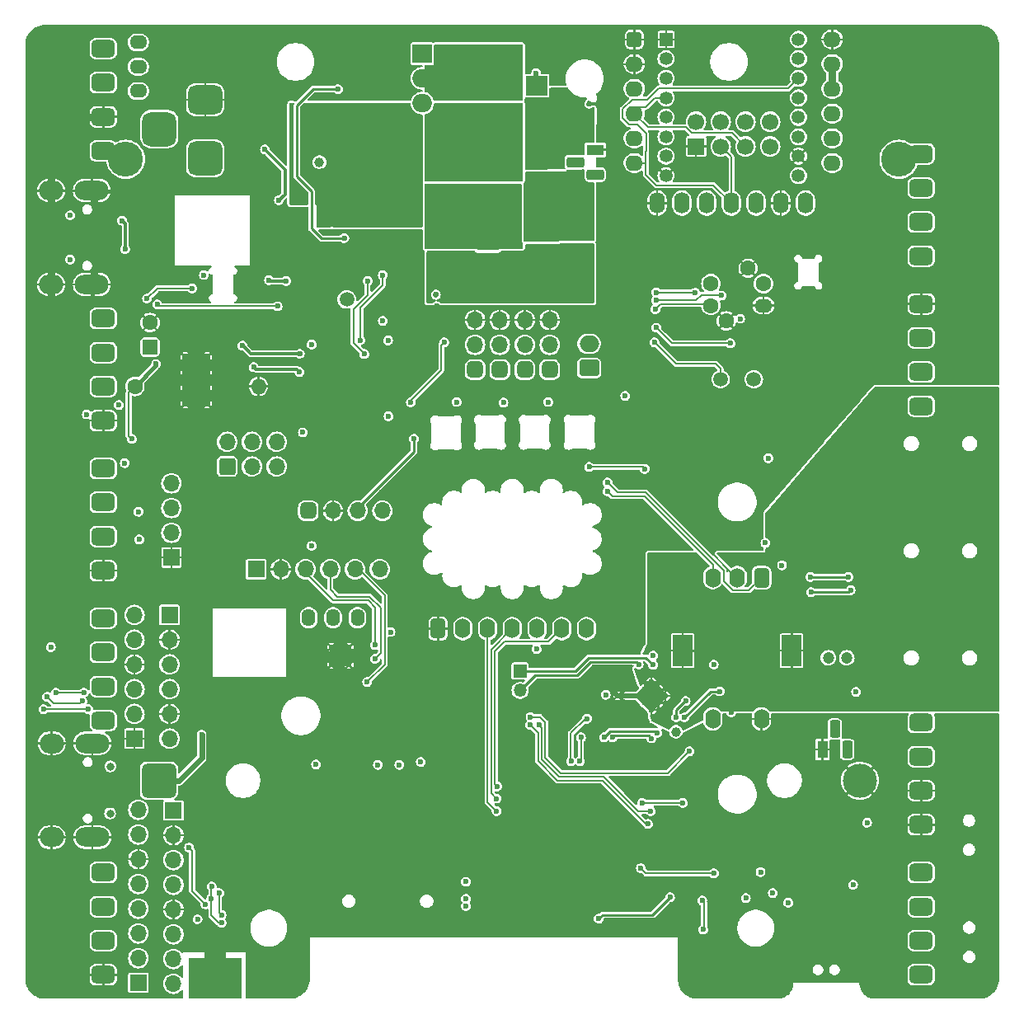
<source format=gbr>
%TF.GenerationSoftware,KiCad,Pcbnew,8.0.3*%
%TF.CreationDate,2024-09-04T21:42:17+02:00*%
%TF.ProjectId,labathome_pcb15,6c616261-7468-46f6-9d65-5f7063623135,rev?*%
%TF.SameCoordinates,Original*%
%TF.FileFunction,Copper,L1,Top*%
%TF.FilePolarity,Positive*%
%FSLAX46Y46*%
G04 Gerber Fmt 4.6, Leading zero omitted, Abs format (unit mm)*
G04 Created by KiCad (PCBNEW 8.0.3) date 2024-09-04 21:42:17*
%MOMM*%
%LPD*%
G01*
G04 APERTURE LIST*
G04 Aperture macros list*
%AMRoundRect*
0 Rectangle with rounded corners*
0 $1 Rounding radius*
0 $2 $3 $4 $5 $6 $7 $8 $9 X,Y pos of 4 corners*
0 Add a 4 corners polygon primitive as box body*
4,1,4,$2,$3,$4,$5,$6,$7,$8,$9,$2,$3,0*
0 Add four circle primitives for the rounded corners*
1,1,$1+$1,$2,$3*
1,1,$1+$1,$4,$5*
1,1,$1+$1,$6,$7*
1,1,$1+$1,$8,$9*
0 Add four rect primitives between the rounded corners*
20,1,$1+$1,$2,$3,$4,$5,0*
20,1,$1+$1,$4,$5,$6,$7,0*
20,1,$1+$1,$6,$7,$8,$9,0*
20,1,$1+$1,$8,$9,$2,$3,0*%
%AMRotRect*
0 Rectangle, with rotation*
0 The origin of the aperture is its center*
0 $1 length*
0 $2 width*
0 $3 Rotation angle, in degrees counterclockwise*
0 Add horizontal line*
21,1,$1,$2,0,0,$3*%
G04 Aperture macros list end*
%TA.AperFunction,EtchedComponent*%
%ADD10C,0.000000*%
%TD*%
%TA.AperFunction,ComponentPad*%
%ADD11R,1.700000X1.700000*%
%TD*%
%TA.AperFunction,ComponentPad*%
%ADD12O,1.700000X1.700000*%
%TD*%
%TA.AperFunction,ComponentPad*%
%ADD13O,1.800000X1.400000*%
%TD*%
%TA.AperFunction,ComponentPad*%
%ADD14RoundRect,0.500000X0.350000X0.350000X-0.350000X0.350000X-0.350000X-0.350000X0.350000X-0.350000X0*%
%TD*%
%TA.AperFunction,ComponentPad*%
%ADD15RoundRect,0.750000X-1.000000X0.750000X-1.000000X-0.750000X1.000000X-0.750000X1.000000X0.750000X0*%
%TD*%
%TA.AperFunction,ComponentPad*%
%ADD16RoundRect,0.750000X-1.000000X1.000000X-1.000000X-1.000000X1.000000X-1.000000X1.000000X1.000000X0*%
%TD*%
%TA.AperFunction,ComponentPad*%
%ADD17RoundRect,0.875000X-0.875000X0.875000X-0.875000X-0.875000X0.875000X-0.875000X0.875000X0.875000X0*%
%TD*%
%TA.AperFunction,ComponentPad*%
%ADD18RoundRect,0.450000X-0.750000X0.450000X-0.750000X-0.450000X0.750000X-0.450000X0.750000X0.450000X0*%
%TD*%
%TA.AperFunction,ComponentPad*%
%ADD19RoundRect,0.250000X0.600000X-0.600000X0.600000X0.600000X-0.600000X0.600000X-0.600000X-0.600000X0*%
%TD*%
%TA.AperFunction,ComponentPad*%
%ADD20C,1.500000*%
%TD*%
%TA.AperFunction,ComponentPad*%
%ADD21R,1.100000X1.800000*%
%TD*%
%TA.AperFunction,ComponentPad*%
%ADD22RoundRect,0.275000X-0.275000X-0.625000X0.275000X-0.625000X0.275000X0.625000X-0.275000X0.625000X0*%
%TD*%
%TA.AperFunction,ComponentPad*%
%ADD23RoundRect,0.450000X0.750000X-0.450000X0.750000X0.450000X-0.750000X0.450000X-0.750000X-0.450000X0*%
%TD*%
%TA.AperFunction,SMDPad,CuDef*%
%ADD24C,0.500000*%
%TD*%
%TA.AperFunction,ComponentPad*%
%ADD25RoundRect,0.400000X-0.400000X-0.400000X0.400000X-0.400000X0.400000X0.400000X-0.400000X0.400000X0*%
%TD*%
%TA.AperFunction,ComponentPad*%
%ADD26O,1.800000X1.600000*%
%TD*%
%TA.AperFunction,SMDPad,CuDef*%
%ADD27R,2.200000X3.000000*%
%TD*%
%TA.AperFunction,SMDPad,CuDef*%
%ADD28R,2.200000X2.000000*%
%TD*%
%TA.AperFunction,ComponentPad*%
%ADD29O,1.400000X1.800000*%
%TD*%
%TA.AperFunction,ComponentPad*%
%ADD30O,1.600000X2.200000*%
%TD*%
%TA.AperFunction,ComponentPad*%
%ADD31C,1.700000*%
%TD*%
%TA.AperFunction,ComponentPad*%
%ADD32RoundRect,0.400000X-0.400000X-0.600000X0.400000X-0.600000X0.400000X0.600000X-0.400000X0.600000X0*%
%TD*%
%TA.AperFunction,ComponentPad*%
%ADD33O,1.600000X2.000000*%
%TD*%
%TA.AperFunction,ComponentPad*%
%ADD34R,1.350000X1.350000*%
%TD*%
%TA.AperFunction,ComponentPad*%
%ADD35C,1.350000*%
%TD*%
%TA.AperFunction,ComponentPad*%
%ADD36C,1.200000*%
%TD*%
%TA.AperFunction,ComponentPad*%
%ADD37RoundRect,0.400000X-0.400000X0.600000X-0.400000X-0.600000X0.400000X-0.600000X0.400000X0.600000X0*%
%TD*%
%TA.AperFunction,ComponentPad*%
%ADD38R,2.000000X3.200000*%
%TD*%
%TA.AperFunction,ComponentPad*%
%ADD39C,1.600000*%
%TD*%
%TA.AperFunction,ComponentPad*%
%ADD40O,1.600000X1.600000*%
%TD*%
%TA.AperFunction,ComponentPad*%
%ADD41RoundRect,0.250000X0.550000X-0.550000X0.550000X0.550000X-0.550000X0.550000X-0.550000X-0.550000X0*%
%TD*%
%TA.AperFunction,ComponentPad*%
%ADD42RoundRect,0.500000X0.350000X-0.350000X0.350000X0.350000X-0.350000X0.350000X-0.350000X-0.350000X0*%
%TD*%
%TA.AperFunction,ComponentPad*%
%ADD43C,3.600000*%
%TD*%
%TA.AperFunction,ComponentPad*%
%ADD44C,1.000000*%
%TD*%
%TA.AperFunction,HeatsinkPad*%
%ADD45C,0.500000*%
%TD*%
%TA.AperFunction,HeatsinkPad*%
%ADD46R,2.300000X2.300000*%
%TD*%
%TA.AperFunction,ComponentPad*%
%ADD47O,1.350000X1.350000*%
%TD*%
%TA.AperFunction,ComponentPad*%
%ADD48O,2.500000X2.000000*%
%TD*%
%TA.AperFunction,ComponentPad*%
%ADD49O,3.500000X2.000000*%
%TD*%
%TA.AperFunction,HeatsinkPad*%
%ADD50C,0.600000*%
%TD*%
%TA.AperFunction,HeatsinkPad*%
%ADD51RotRect,2.500000X2.500000X135.000000*%
%TD*%
%TA.AperFunction,ComponentPad*%
%ADD52R,2.000000X1.905000*%
%TD*%
%TA.AperFunction,ComponentPad*%
%ADD53O,2.000000X1.905000*%
%TD*%
%TA.AperFunction,ComponentPad*%
%ADD54RoundRect,0.250000X0.750000X-0.600000X0.750000X0.600000X-0.750000X0.600000X-0.750000X-0.600000X0*%
%TD*%
%TA.AperFunction,ComponentPad*%
%ADD55O,2.000000X1.700000*%
%TD*%
%TA.AperFunction,ComponentPad*%
%ADD56RoundRect,0.500000X-1.250000X-1.250000X1.250000X-1.250000X1.250000X1.250000X-1.250000X1.250000X0*%
%TD*%
%TA.AperFunction,ComponentPad*%
%ADD57C,3.500000*%
%TD*%
%TA.AperFunction,HeatsinkPad*%
%ADD58R,2.850000X5.400000*%
%TD*%
%TA.AperFunction,ComponentPad*%
%ADD59R,1.800000X1.100000*%
%TD*%
%TA.AperFunction,ComponentPad*%
%ADD60RoundRect,0.275000X-0.625000X0.275000X-0.625000X-0.275000X0.625000X-0.275000X0.625000X0.275000X0*%
%TD*%
%TA.AperFunction,ViaPad*%
%ADD61C,0.600000*%
%TD*%
%TA.AperFunction,ViaPad*%
%ADD62C,1.000000*%
%TD*%
%TA.AperFunction,ViaPad*%
%ADD63C,0.800000*%
%TD*%
%TA.AperFunction,Conductor*%
%ADD64C,0.250000*%
%TD*%
%TA.AperFunction,Conductor*%
%ADD65C,0.600000*%
%TD*%
%TA.AperFunction,Conductor*%
%ADD66C,0.400000*%
%TD*%
%TA.AperFunction,Conductor*%
%ADD67C,0.500000*%
%TD*%
%TA.AperFunction,Conductor*%
%ADD68C,0.800000*%
%TD*%
%TA.AperFunction,Conductor*%
%ADD69C,0.200000*%
%TD*%
%TA.AperFunction,Conductor*%
%ADD70C,0.300000*%
%TD*%
G04 APERTURE END LIST*
D10*
%TA.AperFunction,EtchedComponent*%
%TO.C,NT1*%
G36*
X161800000Y-119150000D02*
G01*
X160800000Y-119150000D01*
X160800000Y-118650000D01*
X161800000Y-118650000D01*
X161800000Y-119150000D01*
G37*
%TD.AperFunction*%
%TD*%
D11*
%TO.P,J12,1,Pin_1*%
%TO.N,unconnected-(J12-Pin_1-Pad1)*%
X111600000Y-148380000D03*
D12*
%TO.P,J12,2,Pin_2*%
%TO.N,I2C_IRQ*%
X111600000Y-145840000D03*
%TO.P,J12,3,Pin_3*%
%TO.N,SDA*%
X111600000Y-143300000D03*
%TO.P,J12,4,Pin_4*%
%TO.N,SCL*%
X111600000Y-140760000D03*
%TO.P,J12,5,Pin_5*%
%TO.N,+3V3*%
X111600000Y-138220000D03*
%TO.P,J12,6,Pin_6*%
%TO.N,GND*%
X111600000Y-135680000D03*
%TO.P,J12,7,Pin_7*%
%TO.N,unconnected-(J12-Pin_7-Pad7)*%
X111600000Y-133140000D03*
%TO.P,J12,8,Pin_8*%
%TO.N,unconnected-(J12-Pin_8-Pad8)*%
X111600000Y-130600000D03*
%TD*%
D13*
%TO.P,SW9,1,A*%
%TO.N,/psu/5Vx*%
X111600000Y-56800000D03*
%TO.P,SW9,2,B*%
%TO.N,+5V*%
X111600000Y-54300000D03*
%TO.P,SW9,3,C*%
%TO.N,+5P*%
X111600000Y-51800000D03*
%TD*%
D14*
%TO.P,J32,1,Pin_1*%
%TO.N,Servo1*%
X148720000Y-85400000D03*
D12*
%TO.P,J32,2,Pin_2*%
%TO.N,+5V*%
X148720000Y-82860000D03*
%TO.P,J32,3,Pin_3*%
%TO.N,GND*%
X148720000Y-80320000D03*
%TD*%
D11*
%TO.P,J10,1,Pin_1*%
%TO.N,+3V3*%
X114800000Y-110600000D03*
D12*
%TO.P,J10,2,Pin_2*%
%TO.N,GND*%
X114800000Y-113140000D03*
%TO.P,J10,3,Pin_3*%
%TO.N,SCL*%
X114800000Y-115680000D03*
%TO.P,J10,4,Pin_4*%
%TO.N,SDA*%
X114800000Y-118220000D03*
%TO.P,J10,5,Pin_5*%
%TO.N,GND*%
X114800000Y-120760000D03*
%TO.P,J10,6,Pin_6*%
%TO.N,+3V3*%
X114800000Y-123300000D03*
%TD*%
D15*
%TO.P,J9,1*%
%TO.N,GND*%
X118457500Y-57700000D03*
D16*
%TO.P,J9,2*%
%TO.N,+24V*%
X118457500Y-63700000D03*
D17*
%TO.P,J9,3*%
%TO.N,unconnected-(J9-Pad3)*%
X113757500Y-60700000D03*
%TD*%
D18*
%TO.P,J27,1,Pin_1*%
%TO.N,DAC0*%
X108005000Y-110950000D03*
%TO.P,J27,2,Pin_2*%
%TO.N,DAC1x*%
X108005000Y-114450000D03*
%TO.P,J27,3,Pin_3*%
%TO.N,ADC0*%
X108005000Y-117950000D03*
%TO.P,J27,4,Pin_4*%
%TO.N,ADC1*%
X108005000Y-121450000D03*
%TD*%
D19*
%TO.P,J34,1,Pin_1*%
%TO.N,UART3_RX*%
X120725000Y-95350000D03*
D12*
%TO.P,J34,2,Pin_2*%
%TO.N,OPAMP3+*%
X120725000Y-92810000D03*
%TO.P,J34,3,Pin_3*%
%TO.N,OPAMP3-*%
X123265000Y-95350000D03*
%TO.P,J34,4,Pin_4*%
%TO.N,PB12*%
X123265000Y-92810000D03*
%TO.P,J34,5,Pin_5*%
%TO.N,OPAMP3Q*%
X125805000Y-95350000D03*
%TO.P,J34,6,Pin_6*%
%TO.N,UART3_TX*%
X125805000Y-92810000D03*
%TD*%
D20*
%TO.P,R32,1*%
%TO.N,+3V3*%
X174800000Y-86400000D03*
%TO.P,R32,2*%
%TO.N,BRIGHTNESS*%
X171400000Y-86400000D03*
%TD*%
D21*
%TO.P,U13,1,GND*%
%TO.N,GND*%
X181850000Y-124400000D03*
D22*
%TO.P,U13,2,DQ*%
%TO.N,1wire*%
X183120000Y-122330000D03*
%TO.P,U13,3,V_{DD}*%
%TO.N,+3V3*%
X184390000Y-124400000D03*
%TD*%
D18*
%TO.P,J1,1,Pin_1*%
%TO.N,Net-(J1-Pin_1)*%
X108005000Y-95550000D03*
%TO.P,J1,2,Pin_2*%
%TO.N,Net-(J1-Pin_2)*%
X108005000Y-99050000D03*
%TO.P,J1,3,Pin_3*%
%TO.N,Net-(J1-Pin_3)*%
X108005000Y-102550000D03*
%TO.P,J1,4,Pin_4*%
%TO.N,GND*%
X108005000Y-106050000D03*
%TD*%
D23*
%TO.P,J18,1,Pin_1*%
%TO.N,K1_24*%
X191995000Y-89150000D03*
%TO.P,J18,2,Pin_2*%
%TO.N,K1_22*%
X191995000Y-85650000D03*
%TO.P,J18,3,Pin_3*%
%TO.N,K1_21*%
X191995000Y-82150000D03*
%TO.P,J18,4,Pin_4*%
%TO.N,GND*%
X191995000Y-78650000D03*
%TD*%
D24*
%TO.P,NT1,1,1*%
%TO.N,GND*%
X160800000Y-118900000D03*
%TO.P,NT1,2,2*%
%TO.N,GNDA*%
X161800000Y-118900000D03*
%TD*%
D23*
%TO.P,J15,1,Pin_1*%
%TO.N,CANH*%
X192000000Y-147550000D03*
%TO.P,J15,2,Pin_2*%
%TO.N,CANL*%
X192000000Y-144050000D03*
%TO.P,J15,3,Pin_3*%
%TO.N,RS485B*%
X192000000Y-140550000D03*
%TO.P,J15,4,Pin_4*%
%TO.N,RS485A*%
X192000000Y-137050000D03*
%TD*%
D18*
%TO.P,J2,1,Pin_1*%
%TO.N,SCL*%
X108005000Y-137050000D03*
%TO.P,J2,2,Pin_2*%
%TO.N,SDA*%
X108005000Y-140550000D03*
%TO.P,J2,3,Pin_3*%
%TO.N,+3V3*%
X108005000Y-144050000D03*
%TO.P,J2,4,Pin_4*%
%TO.N,GND*%
X108005000Y-147550000D03*
%TD*%
D25*
%TO.P,M1,1,GND*%
%TO.N,GND*%
X162540000Y-51500000D03*
D26*
%TO.P,M1,2,GND*%
X162540000Y-54040000D03*
%TO.P,M1,3,MOSI*%
%TO.N,EXT_MOSI*%
X162540000Y-56580000D03*
%TO.P,M1,4,SCLK*%
%TO.N,EXT_CLK*%
X162540000Y-59120000D03*
%TO.P,M1,5,~{CS}[PU]*%
%TO.N,EXT_CS*%
X162540000Y-61660000D03*
%TO.P,M1,6,~{INT}[PU]*%
%TO.N,EXT_IO1*%
X162540000Y-64200000D03*
%TO.P,M1,7,MISO*%
%TO.N,EXT_MISO*%
X182860000Y-64200000D03*
%TO.P,M1,8,~{RST}[PU]*%
%TO.N,EXT_IO2*%
X182860000Y-61660000D03*
%TO.P,M1,9,NC*%
%TO.N,unconnected-(M1-NC-Pad9)*%
X182860000Y-59120000D03*
%TO.P,M1,10,3V3*%
%TO.N,+3V3*%
X182860000Y-56580000D03*
%TO.P,M1,11,3V3*%
X182860000Y-54040000D03*
%TO.P,M1,12,GND*%
%TO.N,GND*%
X182860000Y-51500000D03*
%TD*%
D27*
%TO.P,D8,1,K*%
%TO.N,/actors/D12_COOL*%
X152500000Y-66900000D03*
D28*
%TO.P,D8,2,A*%
%TO.N,/actors/D14_COOL*%
X152500000Y-63850000D03*
%TD*%
D27*
%TO.P,D9,1,K*%
%TO.N,/actors/D10_COOL*%
X152500000Y-74300000D03*
D28*
%TO.P,D9,2,A*%
%TO.N,/actors/D12_COOL*%
X152500000Y-71250000D03*
%TD*%
D11*
%TO.P,J19,1,Pin_1*%
%TO.N,GND*%
X111200000Y-123300000D03*
D12*
%TO.P,J19,2,Pin_2*%
%TO.N,SDA*%
X111200000Y-120760000D03*
%TO.P,J19,3,Pin_3*%
%TO.N,SCL*%
X111200000Y-118220000D03*
%TO.P,J19,4,Pin_4*%
%TO.N,GND*%
X111200000Y-115680000D03*
%TO.P,J19,5,Pin_5*%
%TO.N,+3V3*%
X111200000Y-113140000D03*
%TO.P,J19,6,Pin_6*%
%TO.N,unconnected-(J19-Pin_6-Pad6)*%
X111200000Y-110600000D03*
%TD*%
D29*
%TO.P,SW4,1,A*%
%TO.N,+5V*%
X134100000Y-110900000D03*
%TO.P,SW4,2,B*%
%TO.N,Net-(SW4-B)*%
X131600000Y-110900000D03*
%TO.P,SW4,3,C*%
%TO.N,unconnected-(SW4-C-Pad3)*%
X129100000Y-110900000D03*
%TD*%
D11*
%TO.P,J20,1,Pin_1*%
%TO.N,+3V3*%
X115200000Y-130680000D03*
D12*
%TO.P,J20,2,Pin_2*%
%TO.N,GND*%
X115200000Y-133220000D03*
%TO.P,J20,3,Pin_3*%
%TO.N,SCL*%
X115200000Y-135760000D03*
%TO.P,J20,4,Pin_4*%
%TO.N,SDA*%
X115200000Y-138300000D03*
%TO.P,J20,5,Pin_5*%
%TO.N,GND*%
X115200000Y-140840000D03*
%TO.P,J20,6,Pin_6*%
%TO.N,I2C_IRQ*%
X115200000Y-143380000D03*
%TO.P,J20,7,Pin_7*%
%TO.N,unconnected-(J20-Pin_7-Pad7)*%
X115200000Y-145920000D03*
%TO.P,J20,8,Pin_8*%
%TO.N,unconnected-(J20-Pin_8-Pad8)*%
X115200000Y-148460000D03*
%TD*%
D11*
%TO.P,J4,1,Pin_1*%
%TO.N,GND*%
X115000000Y-104700000D03*
D12*
%TO.P,J4,2,Pin_2*%
%TO.N,+3V3*%
X115000000Y-102160000D03*
%TO.P,J4,3,Pin_3*%
%TO.N,SCL*%
X115000000Y-99620000D03*
%TO.P,J4,4,Pin_4*%
%TO.N,SDA*%
X115000000Y-97080000D03*
%TD*%
D30*
%TO.P,X3,1,G-GND*%
%TO.N,GND*%
X164880000Y-68300000D03*
%TO.P,X3,2,R-RXD*%
%TO.N,EXT_MOSI*%
X167420000Y-68300000D03*
%TO.P,X3,3,T-TX*%
%TO.N,EXT_MISO*%
X169960000Y-68300000D03*
%TO.P,X3,4,K-PWRKEY*%
%TO.N,EXT_IO1*%
X172500000Y-68300000D03*
%TO.P,X3,5,V-VCC*%
%TO.N,+3V3*%
X175040000Y-68300000D03*
%TO.P,X3,6,G-GND*%
%TO.N,GND*%
X177580000Y-68300000D03*
%TO.P,X3,7,S-SLEEP*%
%TO.N,EXT_IO2*%
X180120000Y-68300000D03*
%TD*%
D14*
%TO.P,J30,1,Pin_1*%
%TO.N,Servo3*%
X153850000Y-85400000D03*
D12*
%TO.P,J30,2,Pin_2*%
%TO.N,+5V*%
X153850000Y-82860000D03*
%TO.P,J30,3,Pin_3*%
%TO.N,GND*%
X153850000Y-80320000D03*
%TD*%
D18*
%TO.P,J22,1,Pin_1*%
%TO.N,+3V3*%
X108005000Y-52450000D03*
%TO.P,J22,2,Pin_2*%
%TO.N,+5V*%
X108005000Y-55950000D03*
%TO.P,J22,3,Pin_3*%
%TO.N,GND*%
X108005000Y-59450000D03*
%TO.P,J22,4,Pin_4*%
%TO.N,+24V*%
X108005000Y-62950000D03*
%TD*%
D11*
%TO.P,U15,1,GND*%
%TO.N,GND*%
X168875000Y-62489500D03*
D31*
%TO.P,U15,2,VCC*%
%TO.N,+3V3*%
X168875000Y-59949500D03*
%TO.P,U15,3,CE*%
%TO.N,EXT_IO1*%
X171415000Y-62489500D03*
%TO.P,U15,4,~{CSN}*%
%TO.N,EXT_CS*%
X171415000Y-59949500D03*
%TO.P,U15,5,SCK*%
%TO.N,EXT_CLK*%
X173955000Y-62489500D03*
%TO.P,U15,6,MOSI*%
%TO.N,EXT_MOSI*%
X173955000Y-59949500D03*
%TO.P,U15,7,MISO*%
%TO.N,EXT_MISO*%
X176495000Y-62489500D03*
%TO.P,U15,8,IRQ*%
%TO.N,EXT_IO2*%
X176495000Y-59949500D03*
%TD*%
D32*
%TO.P,U21,1,GND*%
%TO.N,GND*%
X142380000Y-112000000D03*
D33*
%TO.P,U21,2,VCC*%
%TO.N,+3V3*%
X144920000Y-112000000D03*
%TO.P,U21,3,SCL*%
%TO.N,LCD_CLK*%
X147460000Y-112000000D03*
%TO.P,U21,4,SDA*%
%TO.N,LCD_DAT*%
X150000000Y-112000000D03*
%TO.P,U21,5,RES*%
%TO.N,Net-(U21-RES)*%
X152540000Y-112000000D03*
%TO.P,U21,6,DVC*%
%TO.N,LCD_DC*%
X155080000Y-112000000D03*
%TO.P,U21,7,BLK*%
%TO.N,LCD_BACKLIGHT*%
X157620000Y-112000000D03*
%TD*%
D14*
%TO.P,J33,1,Pin_1*%
%TO.N,Servo2*%
X151300000Y-85400000D03*
D12*
%TO.P,J33,2,Pin_2*%
%TO.N,+5V*%
X151300000Y-82860000D03*
%TO.P,J33,3,Pin_3*%
%TO.N,GND*%
X151300000Y-80320000D03*
%TD*%
D34*
%TO.P,U6,1,GND*%
%TO.N,GND*%
X165792500Y-51492500D03*
D35*
%TO.P,U6,2,MISO*%
%TO.N,EXT_MISO*%
X165792500Y-53492500D03*
%TO.P,U6,3,MOSI*%
%TO.N,EXT_MOSI*%
X165792500Y-55492500D03*
%TO.P,U6,4,SCK*%
%TO.N,EXT_CLK*%
X165792500Y-57492500D03*
%TO.P,U6,5,NSS*%
%TO.N,EXT_CS*%
X165792500Y-59492500D03*
%TO.P,U6,6,RESET*%
%TO.N,unconnected-(U6-RESET-Pad6)*%
X165792500Y-61492500D03*
%TO.P,U6,7,DIO5*%
%TO.N,unconnected-(U6-DIO5-Pad7)*%
X165792500Y-63492500D03*
%TO.P,U6,8,GND*%
%TO.N,GND*%
X165792500Y-65492500D03*
%TO.P,U6,9,ANT*%
%TO.N,unconnected-(U6-ANT-Pad9)*%
X179392500Y-65492500D03*
%TO.P,U6,10,GND*%
%TO.N,GND*%
X179392500Y-63492500D03*
%TO.P,U6,11,DIO3*%
%TO.N,unconnected-(U6-DIO3-Pad11)*%
X179392500Y-61492500D03*
%TO.P,U6,12,DIO4*%
%TO.N,unconnected-(U6-DIO4-Pad12)*%
X179392500Y-59492500D03*
%TO.P,U6,13,3.3V*%
%TO.N,+3V3*%
X179392500Y-57492500D03*
%TO.P,U6,14,DIO0*%
%TO.N,EXT_IO1*%
X179392500Y-55492500D03*
%TO.P,U6,15,DIO1*%
%TO.N,EXT_IO2*%
X179392500Y-53492500D03*
%TO.P,U6,16,DIO2*%
%TO.N,unconnected-(U6-DIO2-Pad16)*%
X179392500Y-51492500D03*
%TD*%
D27*
%TO.P,D10,1,K*%
%TO.N,/actors/D11_COOL*%
X147500000Y-71700000D03*
D28*
%TO.P,D10,2,A*%
%TO.N,/actors/D10_COOL*%
X147500000Y-74750000D03*
%TD*%
D36*
%TO.P,MK1,1,-*%
%TO.N,Net-(JP1-B)*%
X184350000Y-115000000D03*
%TO.P,MK1,2,+*%
%TO.N,Net-(MK1-+)*%
X182450000Y-115000000D03*
%TD*%
D37*
%TO.P,SW6,A,A*%
%TO.N,ROT_A*%
X175600000Y-106761000D03*
D33*
%TO.P,SW6,B,B*%
%TO.N,ROT_B*%
X170600000Y-106761000D03*
%TO.P,SW6,C,C*%
%TO.N,GND*%
X173100000Y-106761000D03*
D38*
%TO.P,SW6,MP,MP*%
%TO.N,GNDA*%
X178700000Y-114261000D03*
X167500000Y-114261000D03*
D33*
%TO.P,SW6,S1,S1*%
%TO.N,Net-(R66-Pad1)*%
X170600000Y-121261000D03*
%TO.P,SW6,S2,S2*%
%TO.N,GND*%
X175600000Y-121261000D03*
%TD*%
D23*
%TO.P,J24,1,Pin_1*%
%TO.N,K1_11*%
X191995000Y-73750000D03*
%TO.P,J24,2,Pin_2*%
%TO.N,K1_12*%
X191995000Y-70250000D03*
%TO.P,J24,3,Pin_3*%
%TO.N,K1_14*%
X191995000Y-66750000D03*
%TO.P,J24,4,Pin_4*%
%TO.N,HEATER_SW*%
X191995000Y-63250000D03*
%TD*%
D27*
%TO.P,D12,1,K*%
%TO.N,/actors/D9_COOL*%
X147500000Y-56200000D03*
D28*
%TO.P,D12,2,A*%
%TO.N,/actors/D13_COOL*%
X147500000Y-59250000D03*
%TD*%
D27*
%TO.P,D11,1,K*%
%TO.N,/actors/D13_COOL*%
X147500000Y-64300000D03*
D28*
%TO.P,D11,2,A*%
%TO.N,/actors/D11_COOL*%
X147500000Y-67350000D03*
%TD*%
D11*
%TO.P,J23,1,Pin_1*%
%TO.N,+3V3*%
X123700000Y-105900000D03*
D12*
%TO.P,J23,2,Pin_2*%
%TO.N,GND*%
X126240000Y-105900000D03*
%TO.P,J23,3,Pin_3*%
%TO.N,SCL*%
X128780000Y-105900000D03*
%TO.P,J23,4,Pin_4*%
%TO.N,SDA*%
X131320000Y-105900000D03*
%TO.P,J23,5,Pin_5*%
%TO.N,I2C_IRQ*%
X133860000Y-105900000D03*
%TO.P,J23,6,Pin_6*%
%TO.N,unconnected-(J23-Pin_6-Pad6)*%
X136400000Y-105900000D03*
%TD*%
D39*
%TO.P,R38,1*%
%TO.N,BL_ISENSE*%
X111240000Y-87130000D03*
D40*
%TO.P,R38,2*%
%TO.N,GND*%
X123940000Y-87130000D03*
%TD*%
D41*
%TO.P,C39,1*%
%TO.N,+24V*%
X112800000Y-83082380D03*
D39*
%TO.P,C39,2*%
%TO.N,GND*%
X112800000Y-80582380D03*
%TD*%
D14*
%TO.P,J31,1,Pin_1*%
%TO.N,Servo0*%
X146180000Y-85400000D03*
D12*
%TO.P,J31,2,Pin_2*%
%TO.N,+5V*%
X146180000Y-82860000D03*
%TO.P,J31,3,Pin_3*%
%TO.N,GND*%
X146180000Y-80320000D03*
%TD*%
D42*
%TO.P,J8,1,Pin_1*%
%TO.N,+3V3*%
X129050000Y-99900000D03*
D12*
%TO.P,J8,2,Pin_2*%
%TO.N,GND*%
X131590000Y-99900000D03*
%TO.P,J8,3,Pin_3*%
%TO.N,Net-(D17-DOUT)*%
X134130000Y-99900000D03*
%TO.P,J8,4,Pin_4*%
%TO.N,+5V*%
X136670000Y-99900000D03*
%TD*%
D18*
%TO.P,J28,1,Pin_1*%
%TO.N,Net-(J28-Pin_1)*%
X108005000Y-80150000D03*
%TO.P,J28,2,Pin_2*%
%TO.N,Net-(J28-Pin_2)*%
X108005000Y-83650000D03*
%TO.P,J28,3,Pin_3*%
%TO.N,Net-(J28-Pin_3)*%
X108005000Y-87150000D03*
%TO.P,J28,4,Pin_4*%
%TO.N,GND*%
X108005000Y-90650000D03*
%TD*%
D23*
%TO.P,J21,1,Pin_1*%
%TO.N,GND*%
X192000000Y-132150000D03*
%TO.P,J21,2,Pin_2*%
X192000000Y-128650000D03*
%TO.P,J21,3,Pin_3*%
%TO.N,+3V3*%
X192000000Y-125150000D03*
%TO.P,J21,4,Pin_4*%
%TO.N,1wire*%
X192000000Y-121650000D03*
%TD*%
D13*
%TO.P,U22,1,SENS*%
%TO.N,GND*%
X175800000Y-78820000D03*
D39*
%TO.P,U22,2,OEN*%
%TO.N,Net-(U22-OEN)*%
X175800000Y-76580000D03*
%TO.P,U22,3,VSS_GND*%
%TO.N,GND*%
X174220000Y-75000000D03*
%TO.P,U22,4,VDD*%
%TO.N,+3V3*%
X170400000Y-76580000D03*
%TO.P,U22,5,OUT*%
%TO.N,MOVE*%
X170400000Y-78820000D03*
%TO.P,U22,6,TIME*%
%TO.N,GND*%
X171980000Y-80400000D03*
%TD*%
D27*
%TO.P,D7,1,K*%
%TO.N,/actors/D14_COOL*%
X152500000Y-59300000D03*
D28*
%TO.P,D7,2,A*%
%TO.N,+24V*%
X152500000Y-56250000D03*
%TD*%
D43*
%TO.P,R33,1*%
%TO.N,+24V*%
X110300000Y-63800000D03*
%TO.P,R33,2*%
%TO.N,HEATER_SW*%
X189700000Y-63800000D03*
%TD*%
D44*
%TO.P,TP6,1,1*%
%TO.N,Net-(U10-RLIN{slash}GPIO3)*%
X166800000Y-122600000D03*
%TD*%
D45*
%TO.P,U2,9*%
%TO.N,GND*%
X133250000Y-115700000D03*
X133250000Y-113900000D03*
D46*
X132350000Y-114800000D03*
D45*
X131450000Y-115700000D03*
X131450000Y-113900000D03*
%TD*%
D34*
%TO.P,LS1,1,1*%
%TO.N,Net-(U10-LSPKOUT)*%
X150800000Y-116350000D03*
D47*
%TO.P,LS1,2,2*%
%TO.N,Net-(U10-RSPKOUT)*%
X150800000Y-118350000D03*
%TD*%
D48*
%TO.P,J13,S1,SHIELD*%
%TO.N,GND*%
X102650000Y-76670000D03*
D49*
X106830000Y-76670000D03*
D48*
X102650000Y-67030000D03*
D49*
X106830000Y-67030000D03*
%TD*%
D50*
%TO.P,U10,33,EXPOSED_PAD*%
%TO.N,GNDA*%
X164294975Y-120334062D03*
X165002082Y-119626955D03*
X165709189Y-118919848D03*
X163587868Y-119626955D03*
X164294975Y-118919848D03*
D51*
X164294975Y-118919848D03*
D50*
X165002082Y-118212741D03*
X162880761Y-118919848D03*
X163587868Y-118212741D03*
X164294975Y-117505634D03*
%TD*%
D52*
%TO.P,Q3,1,B*%
%TO.N,Net-(Q1-C)*%
X140770000Y-52960000D03*
D53*
%TO.P,Q3,2,C*%
%TO.N,/actors/D9_COOL*%
X140770000Y-55500000D03*
%TO.P,Q3,3,E*%
%TO.N,Net-(Q1-B)*%
X140770000Y-58040000D03*
%TD*%
D54*
%TO.P,J7,1,Pin_1*%
%TO.N,+5V*%
X157891000Y-85248000D03*
D55*
%TO.P,J7,2,Pin_2*%
%TO.N,Net-(J7-Pin_2)*%
X157891000Y-82748000D03*
%TD*%
D56*
%TO.P,BT1,1,+*%
%TO.N,+3V8*%
X113700000Y-127600000D03*
D57*
%TO.P,BT1,2,-*%
%TO.N,GND*%
X185700000Y-127600000D03*
%TD*%
D50*
%TO.P,U3,29,EP_GND*%
%TO.N,GND*%
X116415000Y-84100000D03*
X116415000Y-85700000D03*
X116415000Y-87300000D03*
X116415000Y-88900000D03*
D58*
X117540000Y-86500000D03*
D50*
X118665000Y-84100000D03*
X118665000Y-85700000D03*
X118665000Y-87300000D03*
X118665000Y-88900000D03*
%TD*%
D59*
%TO.P,U17,1,GND*%
%TO.N,GND*%
X158520000Y-62830000D03*
D60*
%TO.P,U17,2,DQ*%
%TO.N,1wire*%
X156450000Y-64100000D03*
%TO.P,U17,3,V_{DD}*%
%TO.N,+3V3*%
X158520000Y-65370000D03*
%TD*%
D48*
%TO.P,J5,S1,SHIELD*%
%TO.N,GND*%
X102700000Y-133420000D03*
D49*
X106880000Y-133420000D03*
D48*
X102700000Y-123780000D03*
D49*
X106880000Y-123780000D03*
%TD*%
D20*
%TO.P,TP1,1,1*%
%TO.N,UART4_RX*%
X133000000Y-78200000D03*
%TD*%
D61*
%TO.N,GND*%
X102500000Y-145000000D03*
X110200000Y-129850000D03*
X108400000Y-107700000D03*
X104850000Y-100100000D03*
X110900000Y-106200000D03*
X110650000Y-102850000D03*
X111300000Y-81350000D03*
X141800000Y-85200000D03*
X160850000Y-83650000D03*
X161900000Y-83650000D03*
X161350000Y-82650000D03*
X171400000Y-75100000D03*
X188100000Y-70000000D03*
X164950000Y-142800000D03*
X164000000Y-142200000D03*
X128500000Y-140900000D03*
X144050000Y-138250000D03*
X143250000Y-139600000D03*
X144050000Y-140900000D03*
X148950000Y-140500000D03*
X149350000Y-143100000D03*
X146550000Y-141900000D03*
X147450000Y-142850000D03*
X148450000Y-142150000D03*
X146300000Y-142650000D03*
X145600000Y-143350000D03*
X144900000Y-142700000D03*
X137200000Y-138650000D03*
X158050000Y-98100000D03*
X159600000Y-104150000D03*
X159500000Y-101500000D03*
X115350000Y-55650000D03*
X105700000Y-54250000D03*
X105100000Y-57350000D03*
X124050000Y-59900000D03*
X121950000Y-57950000D03*
X135150000Y-56400000D03*
X137200000Y-57300000D03*
X129950000Y-55400000D03*
X132200000Y-51750000D03*
X145300000Y-51450000D03*
X150350000Y-51100000D03*
X152550000Y-53350000D03*
X160550000Y-56550000D03*
X184450000Y-70550000D03*
X185800000Y-63750000D03*
X195550000Y-86150000D03*
X183750000Y-80450000D03*
X179350000Y-84100000D03*
X173100000Y-85650000D03*
X173350000Y-103300000D03*
X164100000Y-92850000D03*
X140250000Y-75550000D03*
X140250000Y-71750000D03*
X137750000Y-72000000D03*
X137650000Y-77000000D03*
X135250000Y-74950000D03*
X133500000Y-73350000D03*
X127200000Y-73950000D03*
X125250000Y-71250000D03*
X123800000Y-74050000D03*
X112150000Y-70300000D03*
X112900000Y-71600000D03*
X110250000Y-76650000D03*
X112350000Y-84600000D03*
X111050000Y-80350000D03*
X117750000Y-82900000D03*
X116800000Y-82200000D03*
X129800000Y-87550000D03*
X135300000Y-87000000D03*
X139900000Y-98200000D03*
X114100000Y-100850000D03*
X114150000Y-98350000D03*
X115900000Y-106250000D03*
X132300000Y-101750000D03*
X136050000Y-104200000D03*
X138050000Y-109550000D03*
X151900000Y-109150000D03*
X148150000Y-109150000D03*
X141200000Y-107850000D03*
X139800000Y-106500000D03*
%TO.N,+3V8*%
X118100000Y-122900000D03*
%TO.N,GND*%
X168000000Y-146900000D03*
X164400000Y-124700000D03*
X105500000Y-128600000D03*
X118250000Y-132650000D03*
X175200000Y-64400000D03*
X130900000Y-81900000D03*
X131500000Y-72650000D03*
X127800000Y-133500000D03*
X183000000Y-88500000D03*
X118600000Y-116800000D03*
X125600000Y-80200000D03*
X102750000Y-109750000D03*
X113600000Y-147500000D03*
X139400000Y-100700000D03*
X110200000Y-79300000D03*
X167400000Y-59600000D03*
X107400000Y-101100000D03*
X161400000Y-127500000D03*
X198200000Y-68100000D03*
X102900000Y-57600000D03*
X106300000Y-109800000D03*
X168400000Y-144300000D03*
X166300000Y-125300000D03*
X115600000Y-83600000D03*
X158950000Y-120300000D03*
X199300000Y-145700000D03*
X177550000Y-77800000D03*
X121750000Y-64150000D03*
X176700000Y-52600000D03*
X144100000Y-127200000D03*
X185300000Y-134000000D03*
X169300000Y-133600000D03*
X138350000Y-52250000D03*
X190400000Y-142900000D03*
X199000000Y-133300000D03*
X102600000Y-63700000D03*
X137700000Y-122800000D03*
X198900000Y-62300000D03*
X182400000Y-136900000D03*
X171600000Y-147000000D03*
X194600000Y-140300000D03*
X140700000Y-51450000D03*
X104100000Y-64700000D03*
X102100000Y-148400000D03*
X106900000Y-107650000D03*
X141900000Y-97200000D03*
X121800000Y-141100000D03*
X160900000Y-137000000D03*
X172500000Y-70800000D03*
X103800000Y-52700000D03*
X198500000Y-59200000D03*
X128575000Y-87025000D03*
X187300000Y-149000000D03*
X123000000Y-134400000D03*
X118200000Y-52700000D03*
X164100000Y-56200000D03*
X105100000Y-114575000D03*
X175100000Y-138500000D03*
X164900000Y-84500000D03*
X127800000Y-91000000D03*
X176100000Y-124700000D03*
X162325000Y-75275000D03*
X167000000Y-57200000D03*
X181300000Y-70300000D03*
X122000000Y-90300000D03*
X167100000Y-124500000D03*
X140400000Y-81500000D03*
X116900000Y-51400000D03*
X163975000Y-103100000D03*
X131500000Y-73800000D03*
X177800000Y-88000000D03*
X186900000Y-68000000D03*
X150700000Y-138100000D03*
X113550000Y-51950000D03*
X188500000Y-138800000D03*
X171100000Y-146000000D03*
X189800000Y-129900000D03*
X116300000Y-144500000D03*
X139000000Y-120000000D03*
X179800000Y-129900000D03*
X117200000Y-146200000D03*
X188700000Y-147400000D03*
X136100000Y-52250000D03*
X121800000Y-149400000D03*
X170000000Y-73300000D03*
X112450000Y-68400000D03*
X163300000Y-74500000D03*
X157800000Y-122200000D03*
X113600000Y-149400000D03*
X188600000Y-59900000D03*
X104900000Y-110900000D03*
X115900000Y-81150000D03*
X128400000Y-135300000D03*
X113600000Y-140500000D03*
X180300000Y-125900000D03*
X121650000Y-146450000D03*
X107700000Y-93000000D03*
X199400000Y-142200000D03*
X130850000Y-121300000D03*
X140000000Y-141300000D03*
X199400000Y-129900000D03*
X186700000Y-123100000D03*
X178800000Y-90400000D03*
X124000000Y-53000000D03*
X155000000Y-86900000D03*
X117000000Y-102600000D03*
X148900000Y-115350000D03*
X194900000Y-52500000D03*
X132700000Y-119800000D03*
X159100000Y-72700000D03*
X184100000Y-136600000D03*
X172400000Y-147900000D03*
X158900000Y-80400000D03*
X134750000Y-52100000D03*
X136800000Y-95400000D03*
X111200000Y-94200000D03*
X198000000Y-138700000D03*
X134750000Y-51250000D03*
X172900000Y-90400000D03*
X108600000Y-132000000D03*
X156000000Y-137400000D03*
X153200000Y-140600000D03*
X125300000Y-146700000D03*
X120200000Y-100400000D03*
X158980990Y-89529769D03*
X104950000Y-135850000D03*
X160850000Y-140400000D03*
X117100000Y-147200000D03*
X157600000Y-96700000D03*
X108500000Y-112700000D03*
X139300000Y-118300000D03*
X169000000Y-148500000D03*
X130225000Y-88500000D03*
X122250000Y-84900000D03*
X108800000Y-116250000D03*
X154700000Y-55900000D03*
X131600000Y-87250000D03*
X127400000Y-81775000D03*
X195800000Y-55900000D03*
X109250000Y-72300000D03*
X177200000Y-64200000D03*
X158700000Y-122000000D03*
X166000000Y-124200000D03*
X132150000Y-125950000D03*
X196600000Y-124300000D03*
X169674265Y-103125735D03*
X130100000Y-109200000D03*
X169400000Y-123300000D03*
X182800000Y-137950000D03*
X176900000Y-140800000D03*
X167400000Y-70050000D03*
X102300000Y-127500000D03*
X163200000Y-142900000D03*
X146500000Y-115100000D03*
X120800000Y-63000000D03*
X136725000Y-85525000D03*
X120800000Y-64150000D03*
X144150000Y-121250000D03*
X106800000Y-104400000D03*
X197800000Y-143900000D03*
X104900000Y-125200000D03*
X136800000Y-87300000D03*
X194000000Y-136800000D03*
X177800000Y-134500000D03*
X105400000Y-99000000D03*
X169250000Y-74150000D03*
X102300000Y-129500000D03*
X105800000Y-73200000D03*
X129050000Y-90250000D03*
X127900000Y-70300000D03*
X140000000Y-79500000D03*
X178500000Y-137800000D03*
X161600000Y-133000000D03*
X109550000Y-122900000D03*
X161700000Y-71900000D03*
X139500000Y-127900000D03*
X171200000Y-72000000D03*
X185050000Y-75400000D03*
X142250000Y-78900000D03*
X119300000Y-90600000D03*
X176200000Y-80900000D03*
X173000000Y-95600000D03*
X154800000Y-114000000D03*
X197700000Y-74700000D03*
X176600000Y-85200000D03*
X159300000Y-53350000D03*
X113250000Y-109400000D03*
X124300000Y-65100000D03*
X182800000Y-142700000D03*
X124100000Y-101300000D03*
X104900000Y-87700000D03*
X177700000Y-143300000D03*
X128600000Y-83075000D03*
X103050000Y-84150000D03*
X145450000Y-95900000D03*
X197200000Y-51500000D03*
X150800000Y-133400000D03*
X187900000Y-67000000D03*
X111000000Y-69100000D03*
X105600000Y-70600000D03*
X146500000Y-121400000D03*
X101800000Y-69100000D03*
X117600000Y-89600000D03*
X116100000Y-91300000D03*
X151000000Y-95000000D03*
X136800000Y-101700000D03*
X167600000Y-58700000D03*
X177100000Y-144350000D03*
X175600000Y-129500000D03*
X194400000Y-149400000D03*
X166900000Y-127900000D03*
X183400000Y-86600000D03*
X121300000Y-85500000D03*
X140100000Y-96200000D03*
X198000000Y-147000000D03*
X168850000Y-69850000D03*
X155400000Y-129000000D03*
X149200000Y-122000000D03*
X108550000Y-75050000D03*
X121850000Y-65100000D03*
X137500000Y-91300000D03*
X167800000Y-134900000D03*
X103500000Y-69500000D03*
X167100000Y-61700000D03*
X160800000Y-121450000D03*
X143000000Y-116900000D03*
X165900000Y-102900000D03*
X178700000Y-122200000D03*
X118500000Y-106950000D03*
X118700000Y-82300000D03*
X171800000Y-66200000D03*
X155700000Y-139800000D03*
X182400000Y-129700000D03*
X133225000Y-90350000D03*
X195600000Y-126900000D03*
X165500000Y-98200000D03*
X156400000Y-120900000D03*
X177100000Y-149300000D03*
X122400000Y-51400000D03*
X157900000Y-58100000D03*
X181700000Y-92200000D03*
X174100000Y-65800000D03*
X129950000Y-86425000D03*
X103000000Y-86700000D03*
X174500000Y-91000000D03*
X110300000Y-67100000D03*
X117000000Y-67000000D03*
X181000000Y-73200000D03*
X160150000Y-134900000D03*
X116700000Y-119500000D03*
X104300000Y-146700000D03*
X112200000Y-114400000D03*
X101900000Y-74400000D03*
X170000000Y-137900000D03*
X109700000Y-90700000D03*
X161200000Y-73600000D03*
X158900000Y-140700000D03*
X130300000Y-104800000D03*
X135400000Y-82850000D03*
X137113974Y-89300001D03*
X179300000Y-95000000D03*
X166200000Y-136300000D03*
X173300000Y-132900000D03*
X159800000Y-59900000D03*
X124100000Y-77100000D03*
X105800000Y-149500000D03*
X139300000Y-103500000D03*
X152400000Y-96400000D03*
X135300000Y-107900000D03*
X176800000Y-132900000D03*
X181100000Y-55200000D03*
X142150000Y-77700000D03*
X115550000Y-64750000D03*
X122175000Y-132200000D03*
X109850000Y-81150000D03*
X189200000Y-123400000D03*
X143600000Y-83400000D03*
X117000000Y-66050000D03*
X112450000Y-66850000D03*
X134350000Y-90100000D03*
X155100000Y-126000000D03*
X132550000Y-84450000D03*
X105500000Y-116900000D03*
X111600000Y-97900000D03*
X169300000Y-94700000D03*
X155700000Y-52950000D03*
X174200000Y-72900000D03*
X199300000Y-124000000D03*
X109650000Y-126300000D03*
X101600000Y-143000000D03*
X150000000Y-136200000D03*
X117050000Y-120850000D03*
X173200000Y-121800000D03*
X186900000Y-66950000D03*
X165900000Y-142100000D03*
X118000000Y-101200000D03*
X104600000Y-109200000D03*
X107900000Y-135300000D03*
X134700000Y-122900000D03*
X100800000Y-141600000D03*
X146500000Y-123050000D03*
X186400000Y-81100000D03*
X119135000Y-132650000D03*
X194600000Y-121700000D03*
X175600000Y-55300000D03*
X104200000Y-127800000D03*
X128700000Y-88325000D03*
X137800000Y-130600000D03*
X113700000Y-145400000D03*
X162700000Y-126000000D03*
X169500000Y-64300000D03*
X181600000Y-81900000D03*
X177300000Y-137300000D03*
X166400000Y-133400000D03*
X109600000Y-116650000D03*
X159400000Y-70000000D03*
X198300000Y-85500000D03*
X126700000Y-80800000D03*
X161000000Y-130700000D03*
X103400000Y-110800000D03*
X158000000Y-138800000D03*
X150000000Y-129800000D03*
X103800000Y-145200000D03*
X133900000Y-107900000D03*
X133500000Y-104000000D03*
X108600000Y-139000000D03*
X112800000Y-123450000D03*
X162200000Y-128400000D03*
X103900000Y-141850000D03*
X132000000Y-129000000D03*
X102850000Y-82950000D03*
X132300000Y-53600000D03*
X156700000Y-80000000D03*
X159900000Y-126100000D03*
X192750000Y-145800000D03*
X130100000Y-51800000D03*
X122569592Y-81738832D03*
X176400000Y-64900000D03*
X171600000Y-140800000D03*
X109000000Y-149100000D03*
X128500000Y-142800000D03*
X163900000Y-52800000D03*
X110400000Y-61000000D03*
X102400000Y-131200000D03*
X113300000Y-130500000D03*
X106400000Y-106450000D03*
X167200000Y-91800000D03*
X182400000Y-127100000D03*
X154000000Y-51300000D03*
X141900000Y-83500000D03*
X175400000Y-96700000D03*
X113600000Y-58200000D03*
X122600000Y-100800000D03*
X119500000Y-104200000D03*
X166600000Y-143100000D03*
X117600000Y-149400000D03*
X115600000Y-82200000D03*
X128500000Y-104400000D03*
X149300000Y-127200000D03*
X125600000Y-100200000D03*
X108618629Y-125068629D03*
X115600000Y-82900000D03*
X170200000Y-89100000D03*
X194900000Y-60100000D03*
X168500000Y-99500000D03*
X138700000Y-113300000D03*
X102800000Y-102500000D03*
X110000000Y-144800000D03*
X113600000Y-142800000D03*
X179600000Y-123900000D03*
X170200000Y-138900000D03*
X123800000Y-119900000D03*
X105900000Y-79600000D03*
X141500000Y-51450000D03*
X107300000Y-138800000D03*
X102100000Y-58800000D03*
X121750000Y-63000000D03*
X130700000Y-57500000D03*
X104600000Y-134800000D03*
X155200000Y-142800000D03*
X103400000Y-89100000D03*
X162550000Y-134500000D03*
X175500000Y-58800000D03*
X165800000Y-123200000D03*
X167600000Y-145300000D03*
X160200000Y-83000000D03*
X110200000Y-59100000D03*
X105700000Y-138750000D03*
X153200000Y-127000000D03*
X101600000Y-137900000D03*
X174600000Y-133300000D03*
X142400000Y-127200000D03*
X163100000Y-73200000D03*
X146450000Y-117950000D03*
X125250000Y-62000000D03*
X116250000Y-66500000D03*
X162700000Y-86800000D03*
X195800000Y-138700000D03*
X175700000Y-51200000D03*
X126600000Y-91200000D03*
X116800000Y-123400000D03*
X196900000Y-138700000D03*
X117700000Y-128200000D03*
X167600000Y-89400000D03*
X158600000Y-126100000D03*
X122950000Y-89900000D03*
X130104117Y-82294174D03*
X105500000Y-83400000D03*
X104200000Y-116100000D03*
X139500000Y-130000000D03*
X110100000Y-107000000D03*
X124600000Y-67400000D03*
X141000000Y-93000000D03*
X125500000Y-119900000D03*
X174000000Y-138100000D03*
X131300000Y-86000000D03*
X159650000Y-121000000D03*
X195100000Y-66100000D03*
X192100000Y-134900000D03*
X135800000Y-72100000D03*
X189200000Y-56100000D03*
X161100000Y-143000000D03*
X157300000Y-131000000D03*
X192200000Y-54200000D03*
X178200000Y-70800000D03*
X189400000Y-142200000D03*
X135700000Y-79150000D03*
X169500000Y-145800000D03*
X150800000Y-127100000D03*
X149500000Y-141400000D03*
X139000000Y-93300000D03*
X155550000Y-84050000D03*
X168300000Y-143100000D03*
X142600000Y-130600000D03*
X114200000Y-107450000D03*
X194700000Y-143100000D03*
X184200000Y-140900000D03*
X194100000Y-147700000D03*
X102200000Y-140900000D03*
X112200000Y-65200000D03*
X112600000Y-108300000D03*
X176400000Y-72150000D03*
X137300000Y-125740000D03*
X132100000Y-76900000D03*
X116550000Y-108850000D03*
X185400000Y-130300000D03*
X124400000Y-131200000D03*
X125700000Y-66050000D03*
X136700000Y-93400000D03*
X138000000Y-78200000D03*
X132300000Y-107900000D03*
X159700000Y-67200000D03*
X105350000Y-122050000D03*
X166400000Y-130600000D03*
X105250000Y-85000000D03*
X108550000Y-68650000D03*
X159100000Y-129700000D03*
X181150000Y-145350000D03*
X115850000Y-65650000D03*
X109900000Y-98900000D03*
X175700000Y-73800000D03*
X132100000Y-130600000D03*
X160350000Y-116800000D03*
X134050000Y-84900000D03*
X151900000Y-134600000D03*
X181500000Y-121500000D03*
X157700000Y-128200000D03*
X114750000Y-80450000D03*
X116950000Y-131350000D03*
X185500000Y-55800000D03*
X164500000Y-62000000D03*
X162200000Y-138850000D03*
X143300000Y-85550000D03*
X177800000Y-86600000D03*
X187900000Y-69000000D03*
X165200000Y-123900000D03*
X125150000Y-65100000D03*
X118200000Y-119200000D03*
X168400000Y-142100000D03*
X101000000Y-146800000D03*
X164200000Y-85200000D03*
X137600000Y-79100000D03*
X141400000Y-133800000D03*
X167200000Y-71200000D03*
X131000000Y-139600000D03*
X177600000Y-96200000D03*
X150600000Y-142600000D03*
X127650000Y-69450000D03*
X104900000Y-148100000D03*
X128800000Y-108900000D03*
X126900000Y-93900000D03*
X108000000Y-142300000D03*
X161400000Y-80300000D03*
X107700000Y-85500000D03*
X105300000Y-89100000D03*
X184000000Y-57700000D03*
X141100000Y-120200000D03*
X159000000Y-66500000D03*
X199400000Y-135900000D03*
X178600000Y-131400000D03*
X136700000Y-86425000D03*
X140700000Y-122800000D03*
X104350000Y-121650000D03*
X164200000Y-58900000D03*
X189900000Y-52000000D03*
X173100000Y-141100000D03*
X197300000Y-79300000D03*
X110000000Y-119500000D03*
X107200000Y-61200000D03*
X121800000Y-148000000D03*
X101400000Y-51700000D03*
X170200000Y-60500000D03*
X106300000Y-143700000D03*
X174300000Y-55700000D03*
X121100000Y-104300000D03*
X171400000Y-83600000D03*
X133000000Y-117150000D03*
X124950000Y-79600000D03*
X142900000Y-118250000D03*
X158400000Y-119600000D03*
X131500000Y-71250000D03*
X150800000Y-139600000D03*
X173000000Y-125800000D03*
X187800000Y-133600000D03*
X139800000Y-51450000D03*
X123500000Y-65100000D03*
X159100000Y-75300000D03*
X103600000Y-74500000D03*
X178000000Y-55800000D03*
X116200000Y-90000000D03*
X105000000Y-96100000D03*
X110100000Y-57300000D03*
X132800000Y-102800000D03*
X159000000Y-143000000D03*
X158700000Y-131800000D03*
X192500000Y-138700000D03*
X159800000Y-109200000D03*
X149882544Y-89517458D03*
X196300000Y-83500000D03*
X132775000Y-89175000D03*
X127100000Y-148400000D03*
X139700000Y-81000000D03*
X196200000Y-71500000D03*
X168000000Y-65300000D03*
X123700000Y-121400000D03*
X184000000Y-83800000D03*
X186950000Y-69000000D03*
X125700000Y-67000000D03*
X191700000Y-57900000D03*
X102500000Y-54800000D03*
X100600000Y-136600000D03*
X118200000Y-91000000D03*
X109500000Y-85500000D03*
X171000000Y-63900000D03*
X157400000Y-51000000D03*
X102600000Y-97800000D03*
X121500000Y-142800000D03*
X153300000Y-131300000D03*
X177300000Y-53700000D03*
X164900000Y-64400000D03*
X194000000Y-127000000D03*
X169600000Y-53200000D03*
X186100000Y-60100000D03*
X189000000Y-133200000D03*
X189700000Y-127400000D03*
X182000000Y-90500000D03*
X138100000Y-73500000D03*
X121300000Y-106600000D03*
X104400000Y-92100000D03*
X142600000Y-114800000D03*
X104800000Y-130700000D03*
X154445735Y-89545735D03*
X194400000Y-77800000D03*
X173400000Y-64100000D03*
X104300000Y-143700000D03*
X132100000Y-116800000D03*
X163200000Y-140500000D03*
X118800000Y-93900000D03*
X169800000Y-51800000D03*
X181200000Y-51400000D03*
X132600000Y-133500000D03*
X111100000Y-67600000D03*
X112550000Y-122450000D03*
X131350000Y-90600000D03*
X179900000Y-92800000D03*
X186550000Y-145250000D03*
X186000000Y-51700000D03*
X126600000Y-123000000D03*
X112100000Y-119400000D03*
X122650000Y-65100000D03*
X105500000Y-139700000D03*
X182200000Y-148000000D03*
X103500000Y-125500000D03*
X195800000Y-127700000D03*
X125700000Y-121800000D03*
X163400000Y-67100000D03*
X169500000Y-96100000D03*
X136600000Y-98000000D03*
X126159620Y-63440380D03*
X198000000Y-127700000D03*
X167500000Y-95200000D03*
X158700000Y-137200000D03*
X195000000Y-63500000D03*
D62*
%TO.N,+3V3*%
X138000000Y-61500000D03*
D61*
X140600000Y-125690000D03*
D62*
X138000000Y-63000000D03*
D61*
X136200000Y-125990000D03*
D62*
X132000000Y-63000000D03*
X132000000Y-70000000D03*
X129000000Y-60000000D03*
X132000000Y-65500000D03*
X139500000Y-63000000D03*
X136500000Y-67000000D03*
D61*
X145250000Y-139750000D03*
D62*
X133500000Y-60000000D03*
D61*
X178350000Y-140150000D03*
X177700000Y-105500000D03*
D62*
X139500000Y-60000000D03*
D61*
X129400000Y-103500000D03*
D62*
X135500000Y-60000000D03*
D61*
X185000000Y-138300000D03*
D62*
X129000000Y-63000000D03*
X132000000Y-60000000D03*
D61*
X128500000Y-91850000D03*
D62*
X139500000Y-67000000D03*
D61*
X185300000Y-118500000D03*
D62*
X138000000Y-65500000D03*
X139500000Y-65500000D03*
X134500000Y-70000000D03*
D61*
X170692462Y-115692462D03*
X186429952Y-131929951D03*
D62*
X132000000Y-67000000D03*
D61*
X176757538Y-139157538D03*
D62*
X130500000Y-67000000D03*
X133500000Y-61500000D03*
X130500000Y-65500000D03*
X133500000Y-58500000D03*
X129000000Y-58500000D03*
D61*
X137245165Y-82409171D03*
X129400000Y-82825000D03*
X145250000Y-138000000D03*
D62*
X132000000Y-58500000D03*
X139500000Y-61500000D03*
X127604962Y-67971227D03*
D61*
X137300000Y-90200000D03*
X159600000Y-118800000D03*
D62*
X138000000Y-70000000D03*
X136500000Y-70000000D03*
X136500000Y-68500000D03*
D61*
X111600000Y-100000000D03*
X176000000Y-103200000D03*
D62*
X138000000Y-67000000D03*
D61*
X152500000Y-114100000D03*
D62*
X132000000Y-61500000D03*
D61*
X111700000Y-102850000D03*
X145250000Y-140500000D03*
D62*
X130500000Y-70000000D03*
X130500000Y-68500000D03*
X136500000Y-63000000D03*
D61*
X175500000Y-137000000D03*
X176300000Y-94500000D03*
X117675000Y-141850000D03*
X173980432Y-139670000D03*
D62*
X132000000Y-68500000D03*
X139500000Y-68500000D03*
X129000000Y-61500000D03*
D61*
X110200000Y-95000000D03*
D62*
X136500000Y-65500000D03*
D61*
X136700000Y-80400000D03*
X138400000Y-125990000D03*
D62*
X138000000Y-68500000D03*
D61*
X118337694Y-75686491D03*
%TO.N,PROG_EN*%
X169600000Y-142900000D03*
X166200000Y-139600000D03*
X169500000Y-139915000D03*
X158875000Y-141775000D03*
%TO.N,+24V*%
X106305000Y-90000000D03*
X104600000Y-69550000D03*
X102620000Y-113900000D03*
X152450000Y-54950000D03*
X104600000Y-74100000D03*
X109600000Y-89030000D03*
%TO.N,GNDA*%
X173600000Y-109400000D03*
X169000000Y-106200000D03*
X176100000Y-113850000D03*
X182600000Y-118300000D03*
X192400000Y-103300000D03*
X199300000Y-119600000D03*
X186500000Y-104300000D03*
X190200000Y-88100000D03*
X193600000Y-117100000D03*
X174600000Y-113700000D03*
X179400000Y-100900000D03*
X194100000Y-109050000D03*
X178800000Y-97600000D03*
X178000000Y-119200000D03*
X194250000Y-107250000D03*
X188600000Y-106600000D03*
X188300000Y-108700000D03*
X198300000Y-91200000D03*
X195200000Y-105300000D03*
X191400000Y-112300000D03*
X182900000Y-99500000D03*
X174100000Y-112600000D03*
X188200000Y-103900000D03*
X188550000Y-93100000D03*
X180000000Y-111125000D03*
X199400000Y-116800000D03*
X186200000Y-97300000D03*
X175300000Y-109400000D03*
X180200000Y-104900000D03*
X169800000Y-113500000D03*
X175600000Y-113000000D03*
X168800000Y-118400000D03*
X187400000Y-114500000D03*
X198300000Y-87800000D03*
X186100000Y-112000000D03*
X170600000Y-109000000D03*
X195100000Y-94700000D03*
X188650000Y-97400000D03*
X198800000Y-105250000D03*
X187350000Y-95750000D03*
X197250000Y-102700000D03*
X193000000Y-105300000D03*
X179600000Y-119100000D03*
X186050000Y-116750000D03*
X195000000Y-119150000D03*
X190200000Y-92000000D03*
X196300000Y-88200000D03*
X199000000Y-97800000D03*
X190500000Y-90500000D03*
X193000000Y-114900000D03*
X165900000Y-113100000D03*
X169100000Y-114700000D03*
X195900000Y-102450000D03*
X176350000Y-117600000D03*
X193300000Y-94300000D03*
X184600000Y-105400000D03*
X186100000Y-92100000D03*
X197200000Y-105700000D03*
X192700000Y-111700000D03*
X197300000Y-116800000D03*
X194900000Y-97500000D03*
X179200000Y-105800000D03*
X184800000Y-99500000D03*
X196150000Y-91250000D03*
X195050000Y-115500000D03*
X171800000Y-111500000D03*
X199400000Y-107000000D03*
X192500000Y-116900000D03*
X180900000Y-114300000D03*
X180400000Y-112700000D03*
X183600000Y-95600000D03*
X192700000Y-92250000D03*
X167300000Y-107700000D03*
X168800000Y-121200000D03*
X188600000Y-113300000D03*
X192200000Y-90600000D03*
X172500000Y-120600000D03*
X186500000Y-100300000D03*
X190750000Y-99600000D03*
X184700000Y-93600000D03*
X198300000Y-98800000D03*
X180500000Y-99700000D03*
X198300000Y-102200000D03*
X179000000Y-107500000D03*
X179150000Y-104050000D03*
X189600000Y-115200000D03*
X197300000Y-109200000D03*
X192200000Y-107700000D03*
X169300000Y-112500000D03*
X196400000Y-112200000D03*
X192100000Y-96700000D03*
X189400000Y-103100000D03*
X182300000Y-112800000D03*
X197300000Y-98200000D03*
X198900000Y-114850000D03*
X187300000Y-117400000D03*
X198400000Y-109700000D03*
X182200000Y-94600000D03*
X192000000Y-102000000D03*
X169000000Y-107300000D03*
X197300000Y-94800000D03*
X188400000Y-96600000D03*
X186300000Y-119300000D03*
X199250000Y-94500000D03*
X164700000Y-105100000D03*
X182000000Y-119100000D03*
X184800000Y-111600000D03*
X182600000Y-103400000D03*
X188300000Y-92000000D03*
X173600000Y-119100000D03*
X171000000Y-112500000D03*
X195400000Y-95900000D03*
X184700000Y-117400000D03*
X197000000Y-100400000D03*
%TO.N,/psu/BOOT*%
X124600000Y-62800000D03*
X126050000Y-68000000D03*
%TO.N,+5V*%
X161600000Y-88100000D03*
X173400000Y-80175001D03*
D62*
X130200000Y-64100000D03*
D61*
X153700000Y-88725000D03*
X164480000Y-114780000D03*
X149100000Y-88800000D03*
X144300000Y-88725000D03*
%TO.N,Net-(D17-DOUT)*%
X139900000Y-92500000D03*
%TO.N,SCL*%
X156062264Y-125622644D03*
X119900000Y-139150000D03*
X113550000Y-78700000D03*
X103150000Y-118600000D03*
X157675000Y-121250000D03*
X120150000Y-141400000D03*
X125900000Y-78900000D03*
X106000000Y-118575000D03*
X135915904Y-113700854D03*
%TO.N,SDA*%
X119150000Y-138500000D03*
X119100000Y-139700000D03*
X105850000Y-119450000D03*
X102225000Y-119000000D03*
X157050000Y-123174998D03*
X112500000Y-78100000D03*
X120150000Y-142200000D03*
X135900000Y-115100000D03*
X117135140Y-77064860D03*
X156945328Y-125635002D03*
%TO.N,ROT_A*%
X159775000Y-97000000D03*
%TO.N,LED_WHITE_P*%
X134391877Y-82391878D03*
X136700000Y-75700000D03*
X132100000Y-56600000D03*
X132750000Y-71900000D03*
%TO.N,ROT_B*%
X159775000Y-97900000D03*
%TO.N,1wire*%
X163925000Y-132050000D03*
X151850000Y-121900000D03*
%TO.N,HEATER*%
X164750000Y-78300000D03*
X171500000Y-77800000D03*
%TO.N,I2C_IRQ*%
X135094442Y-117479999D03*
X116807063Y-134487038D03*
X118475000Y-140300000D03*
X106489265Y-120285735D03*
X101850000Y-120285735D03*
%TO.N,+5P*%
X129850000Y-125950000D03*
X137491758Y-112350000D03*
D63*
X108700000Y-130975000D03*
X108732944Y-126150000D03*
D61*
%TO.N,MOVE*%
X164700000Y-79200000D03*
%TO.N,Net-(U10-LMICN)*%
X167700000Y-121111390D03*
X171300000Y-118450000D03*
%TO.N,Net-(U10-LMICP)*%
X167800000Y-119436390D03*
X166835201Y-121105309D03*
%TO.N,Net-(U10-LSPKOUT)*%
X164466942Y-115733057D03*
%TO.N,Net-(U10-RSPKOUT)*%
X162987781Y-115661764D03*
%TO.N,Net-(C16-Pad2)*%
X180700000Y-108250000D03*
X184750000Y-108050000D03*
%TO.N,Net-(C17-Pad2)*%
X180600000Y-106700000D03*
X184550000Y-106700000D03*
%TO.N,Net-(D21-DIN)*%
X157900000Y-95400000D03*
X163600000Y-95600000D03*
%TO.N,I2S_DAC*%
X164291594Y-123271937D03*
X160300000Y-123174998D03*
%TO.N,I2S_FS*%
X159416942Y-123166942D03*
X164896168Y-122702996D03*
%TO.N,BL_RESET*%
X128175000Y-83775000D03*
X122300000Y-82955000D03*
%TO.N,USBPD_CC2*%
X110237102Y-73017862D03*
X109922790Y-70100000D03*
%TO.N,LCD_DC*%
X148435000Y-128200000D03*
%TO.N,LCD_DAT*%
X148400000Y-129450000D03*
%TO.N,LCD_CLK*%
X148400000Y-130750000D03*
%TO.N,LCD_BACKLIGHT*%
X164200000Y-130750000D03*
X152748025Y-121912455D03*
%TO.N,BTN_YEL*%
X168200000Y-124600000D03*
X151875735Y-121075735D03*
%TO.N,BTN_RED*%
X168800000Y-77501473D03*
X164778529Y-77480000D03*
%TO.N,BTN_GRN*%
X167500000Y-129900000D03*
X163325000Y-129900000D03*
X170700000Y-137130000D03*
X163200000Y-136600000D03*
%TO.N,BL_ENABLEx*%
X123450000Y-85150000D03*
X128156849Y-85642927D03*
%TO.N,STM32_RESET*%
X134800000Y-83800000D03*
X135150000Y-76300000D03*
%TO.N,BRIGHTNESS*%
X164600000Y-82600000D03*
%TO.N,Relais*%
X172400000Y-82700000D03*
X164800000Y-81100000D03*
%TO.N,LED_INFO*%
X125025735Y-76225735D03*
X126800000Y-76300000D03*
%TO.N,BL_ISENSE*%
X110923070Y-92526930D03*
X113425000Y-84825000D03*
%TO.N,FAN_DRIVE*%
X139578857Y-88772057D03*
X143000000Y-82600000D03*
%TO.N,GND*%
X145408751Y-89517458D03*
%TD*%
D64*
%TO.N,LED_WHITE_P*%
X127900000Y-58250000D02*
X129550000Y-56600000D01*
X129400000Y-67110050D02*
X127900000Y-65610050D01*
X127900000Y-65610050D02*
X127900000Y-58250000D01*
X129550000Y-56600000D02*
X132100000Y-56600000D01*
X130419670Y-71950000D02*
X129400000Y-70930330D01*
X129400000Y-70930330D02*
X129400000Y-67110050D01*
X132700000Y-71950000D02*
X130419670Y-71950000D01*
X132750000Y-71900000D02*
X132700000Y-71950000D01*
D65*
%TO.N,+3V8*%
X118100000Y-125300000D02*
X115800000Y-127600000D01*
X115800000Y-127600000D02*
X113700000Y-127600000D01*
X118100000Y-122900000D02*
X118100000Y-125300000D01*
D66*
%TO.N,GND*%
X107260000Y-67100000D02*
X110300000Y-67100000D01*
D67*
X106830000Y-67530000D02*
X107179000Y-67879000D01*
X107179000Y-75821000D02*
X106830000Y-76170000D01*
X107179000Y-67879000D02*
X107179000Y-75821000D01*
D68*
X108005000Y-59450000D02*
X104550000Y-59450000D01*
X104550000Y-59450000D02*
X102650000Y-61350000D01*
D69*
X169674265Y-103443935D02*
X172991330Y-106761000D01*
D66*
X106900000Y-76240000D02*
X106900000Y-78600000D01*
D67*
X159100000Y-116800000D02*
X159100000Y-117200000D01*
D68*
X102650000Y-82750000D02*
X102850000Y-82950000D01*
D66*
X102650000Y-67530000D02*
X102650000Y-64650000D01*
X106900000Y-78600000D02*
X105900000Y-79600000D01*
D68*
X102650000Y-74500000D02*
X102650000Y-76170000D01*
D66*
X102650000Y-67530000D02*
X102650000Y-81400000D01*
D68*
X102650000Y-74500000D02*
X102650000Y-82750000D01*
X102650000Y-61350000D02*
X102650000Y-74500000D01*
D67*
X159100000Y-117200000D02*
X160800000Y-118900000D01*
D69*
X169674265Y-103443935D02*
X169674265Y-103125735D01*
D68*
%TO.N,+3V3*%
X182860000Y-56580000D02*
X182860000Y-54040000D01*
D64*
%TO.N,PROG_EN*%
X158875000Y-141775000D02*
X159250000Y-141400000D01*
X164400000Y-141400000D02*
X166200000Y-139600000D01*
D69*
X169700000Y-142800000D02*
X169600000Y-142900000D01*
D64*
X159250000Y-141400000D02*
X164400000Y-141400000D01*
D69*
X169700000Y-140115000D02*
X169700000Y-142800000D01*
X169500000Y-139915000D02*
X169700000Y-140115000D01*
D66*
%TO.N,+24V*%
X152450000Y-54950000D02*
X152450000Y-56200000D01*
D67*
%TO.N,GNDA*%
X161800000Y-118900000D02*
X162860913Y-118900000D01*
D64*
X169039000Y-114261000D02*
X169800000Y-113500000D01*
X167500000Y-114261000D02*
X169039000Y-114261000D01*
D70*
%TO.N,/psu/BOOT*%
X126650000Y-67400000D02*
X126650000Y-64850000D01*
X126650000Y-64850000D02*
X124600000Y-62800000D01*
X126050000Y-68000000D02*
X126650000Y-67400000D01*
D66*
%TO.N,/actors/D14_COOL*%
X152500000Y-64025000D02*
X152500000Y-60700000D01*
%TO.N,/actors/D12_COOL*%
X152500000Y-71250000D02*
X152500000Y-66900000D01*
%TO.N,/actors/D10_COOL*%
X151525000Y-75275000D02*
X152500000Y-74300000D01*
X148025000Y-75275000D02*
X151525000Y-75275000D01*
%TO.N,/actors/D11_COOL*%
X147500000Y-71700000D02*
X147500000Y-67350000D01*
%TO.N,/actors/D13_COOL*%
X147500000Y-64500000D02*
X147500000Y-59250000D01*
D64*
%TO.N,Net-(D17-DOUT)*%
X139900000Y-93816116D02*
X134130000Y-99586116D01*
X139900000Y-92500000D02*
X139900000Y-93816116D01*
D69*
%TO.N,SCL*%
X119900000Y-141150000D02*
X120150000Y-141400000D01*
X135916758Y-113700000D02*
X135916758Y-109816758D01*
X113750000Y-78900000D02*
X125900000Y-78900000D01*
X105975000Y-118600000D02*
X103150000Y-118600000D01*
X119900000Y-139150000D02*
X119900000Y-141150000D01*
X135915904Y-113700854D02*
X135916758Y-113700000D01*
X131600000Y-109100000D02*
X128780000Y-106280000D01*
X157675000Y-121250000D02*
X157500000Y-121250000D01*
X156000000Y-122750000D02*
X156000000Y-125560380D01*
X106000000Y-118575000D02*
X105975000Y-118600000D01*
X113550000Y-78700000D02*
X113750000Y-78900000D01*
X157500000Y-121250000D02*
X156000000Y-122750000D01*
X135200000Y-109100000D02*
X131600000Y-109100000D01*
X156000000Y-125560380D02*
X156062264Y-125622644D01*
X135916758Y-109816758D02*
X135200000Y-109100000D01*
%TO.N,SDA*%
X136516758Y-109886428D02*
X135355330Y-108725000D01*
X119100000Y-139700000D02*
X119075000Y-139725000D01*
X105625000Y-119675000D02*
X102900000Y-119675000D01*
X135355330Y-108725000D02*
X132025000Y-108725000D01*
X102900000Y-119675000D02*
X102225000Y-119000000D01*
X136516758Y-114483242D02*
X136516758Y-109886428D01*
X119100000Y-139700000D02*
X119100000Y-138550000D01*
X119100000Y-138550000D02*
X119150000Y-138500000D01*
X119075000Y-139725000D02*
X119075000Y-141450000D01*
X105850000Y-119450000D02*
X105625000Y-119675000D01*
X119075000Y-141450000D02*
X119825000Y-142200000D01*
X157050000Y-125530330D02*
X156945328Y-125635002D01*
X112500000Y-78100000D02*
X113535140Y-77064860D01*
X135900000Y-115100000D02*
X136516758Y-114483242D01*
X119825000Y-142200000D02*
X120150000Y-142200000D01*
X157050000Y-123174998D02*
X157050000Y-125530330D01*
X113535140Y-77064860D02*
X117135140Y-77064860D01*
X132025000Y-108725000D02*
X131320000Y-108020000D01*
X131320000Y-108020000D02*
X131320000Y-105900000D01*
%TO.N,ROT_A*%
X163700000Y-98000000D02*
X171700000Y-106000000D01*
X171700000Y-107116635D02*
X172644365Y-108061000D01*
X159775000Y-97000000D02*
X159800000Y-97000000D01*
X160800000Y-98000000D02*
X163700000Y-98000000D01*
X171700000Y-106000000D02*
X171700000Y-107116635D01*
X172644365Y-108061000D02*
X174300000Y-108061000D01*
X159800000Y-97000000D02*
X160800000Y-98000000D01*
X174300000Y-108061000D02*
X175600000Y-106761000D01*
%TO.N,LED_WHITE_P*%
X136700000Y-75700000D02*
X136700000Y-76730330D01*
X134391877Y-79038453D02*
X134391877Y-82391878D01*
X136700000Y-76730330D02*
X134391877Y-79038453D01*
%TO.N,ROT_B*%
X163569670Y-98400000D02*
X170600000Y-105430330D01*
X160275000Y-98400000D02*
X163569670Y-98400000D01*
X159775000Y-97900000D02*
X160275000Y-98400000D01*
X170600000Y-105430330D02*
X170600000Y-106761000D01*
%TO.N,1wire*%
X151850000Y-121900000D02*
X152650000Y-122700000D01*
X152650000Y-125601471D02*
X154648529Y-127600000D01*
X152650000Y-122700000D02*
X152650000Y-125601471D01*
X159250000Y-127600000D02*
X163700000Y-132050000D01*
X163700000Y-132050000D02*
X163925000Y-132050000D01*
X154648529Y-127600000D02*
X159250000Y-127600000D01*
%TO.N,HEATER*%
X171420000Y-77720000D02*
X169430000Y-77720000D01*
X169430000Y-77720000D02*
X168850000Y-78300000D01*
X171500000Y-77800000D02*
X171420000Y-77720000D01*
X168850000Y-78300000D02*
X164750000Y-78300000D01*
%TO.N,I2C_IRQ*%
X135094442Y-117479999D02*
X136891758Y-115682683D01*
X117125000Y-138950000D02*
X117125000Y-134804975D01*
X136891758Y-115682683D02*
X136891758Y-108591758D01*
X136891758Y-108591758D02*
X134200000Y-105900000D01*
X101850000Y-120285735D02*
X106489265Y-120285735D01*
X118475000Y-140300000D02*
X117125000Y-138950000D01*
X117125000Y-134804975D02*
X116807063Y-134487038D01*
%TO.N,MOVE*%
X164700000Y-79200000D02*
X165225000Y-78675000D01*
X165225000Y-78675000D02*
X170255000Y-78675000D01*
D64*
%TO.N,Net-(U10-LMICN)*%
X170361390Y-118450000D02*
X167700000Y-121111390D01*
X171300000Y-118450000D02*
X170361390Y-118450000D01*
%TO.N,Net-(U10-LMICP)*%
X166835201Y-120364799D02*
X167763610Y-119436390D01*
X167763610Y-119436390D02*
X167800000Y-119436390D01*
X166835201Y-121105309D02*
X166835201Y-120364799D01*
%TO.N,Net-(U10-LSPKOUT)*%
X156500000Y-116350000D02*
X150800000Y-116350000D01*
X164466942Y-115733057D02*
X163708885Y-114975000D01*
X163708885Y-114975000D02*
X157875000Y-114975000D01*
X157875000Y-114975000D02*
X156500000Y-116350000D01*
%TO.N,Net-(U10-RSPKOUT)*%
X156676041Y-116775000D02*
X152375000Y-116775000D01*
X152375000Y-116775000D02*
X150800000Y-118350000D01*
X162987781Y-115661764D02*
X162726017Y-115400000D01*
X158051041Y-115400000D02*
X156676041Y-116775000D01*
X162726017Y-115400000D02*
X158051041Y-115400000D01*
%TO.N,Net-(C16-Pad2)*%
X180700000Y-108250000D02*
X184550000Y-108250000D01*
X184550000Y-108250000D02*
X184750000Y-108050000D01*
%TO.N,Net-(C17-Pad2)*%
X180600000Y-106700000D02*
X184550000Y-106700000D01*
D69*
%TO.N,Net-(D21-DIN)*%
X163400000Y-95400000D02*
X157900000Y-95400000D01*
X163600000Y-95600000D02*
X163400000Y-95400000D01*
D64*
%TO.N,I2S_DAC*%
X160500000Y-122974998D02*
X160300000Y-123174998D01*
X164291594Y-123271937D02*
X163994655Y-122974998D01*
X163994655Y-122974998D02*
X160500000Y-122974998D01*
%TO.N,I2S_FS*%
X160033886Y-122549998D02*
X159416942Y-123166942D01*
X164896168Y-122702996D02*
X164743170Y-122549998D01*
X164743170Y-122549998D02*
X160033886Y-122549998D01*
D70*
%TO.N,BL_RESET*%
X128175000Y-83775000D02*
X123175000Y-83775000D01*
X122355000Y-82955000D02*
X122300000Y-82955000D01*
X123175000Y-83775000D02*
X122355000Y-82955000D01*
%TO.N,USBPD_CC2*%
X110237102Y-73017862D02*
X110237102Y-70414312D01*
X110237102Y-70414312D02*
X109922790Y-70100000D01*
D69*
%TO.N,LCD_DC*%
X148435000Y-128200000D02*
X148210000Y-127975000D01*
X148210000Y-114320330D02*
X149180330Y-113350000D01*
X153730000Y-113350000D02*
X155080000Y-112000000D01*
X148210000Y-127975000D02*
X148210000Y-114320330D01*
X149180330Y-113350000D02*
X153730000Y-113350000D01*
%TO.N,LCD_DAT*%
X148400000Y-129450000D02*
X147850000Y-128900000D01*
X147850000Y-128900000D02*
X147835000Y-128900000D01*
X147835000Y-128900000D02*
X147835000Y-114165000D01*
X147835000Y-114165000D02*
X150000000Y-112000000D01*
%TO.N,LCD_CLK*%
X147460000Y-129810000D02*
X148400000Y-130750000D01*
X147460000Y-112000000D02*
X147460000Y-129810000D01*
%TO.N,LCD_BACKLIGHT*%
X159405330Y-127225000D02*
X162930330Y-130750000D01*
X153025000Y-122189430D02*
X153025000Y-125425000D01*
X152748025Y-121912455D02*
X153025000Y-122189430D01*
X153025000Y-125425000D02*
X154825000Y-127225000D01*
X154825000Y-127225000D02*
X159405330Y-127225000D01*
X162930330Y-130750000D02*
X164200000Y-130750000D01*
%TO.N,BTN_YEL*%
X154980330Y-126850000D02*
X165950000Y-126850000D01*
X153400000Y-125269670D02*
X154980330Y-126850000D01*
X151875735Y-121075735D02*
X152875735Y-121075735D01*
X165950000Y-126850000D02*
X168200000Y-124600000D01*
X152875735Y-121075735D02*
X153400000Y-121600000D01*
X153400000Y-121600000D02*
X153400000Y-125269670D01*
%TO.N,BTN_RED*%
X164778529Y-77480000D02*
X164800002Y-77501473D01*
X164800002Y-77501473D02*
X168800000Y-77501473D01*
%TO.N,BTN_GRN*%
X167500000Y-129900000D02*
X163325000Y-129900000D01*
X163200000Y-136600000D02*
X163730000Y-137130000D01*
X163730000Y-137130000D02*
X170700000Y-137130000D01*
D70*
%TO.N,BL_ENABLEx*%
X127863922Y-85350000D02*
X128156849Y-85642927D01*
X123650000Y-85350000D02*
X127863922Y-85350000D01*
X123450000Y-85150000D02*
X123650000Y-85350000D01*
D69*
%TO.N,STM32_RESET*%
X133700000Y-82700000D02*
X134800000Y-83800000D01*
X135150000Y-77750000D02*
X133700000Y-79200000D01*
X135150000Y-76300000D02*
X135150000Y-77750000D01*
X133700000Y-79200000D02*
X133700000Y-82700000D01*
%TO.N,EXT_CLK*%
X172565500Y-61100000D02*
X168399154Y-61100000D01*
X163680000Y-58420000D02*
X162780000Y-58420000D01*
X168399154Y-61100000D02*
X167816654Y-60517500D01*
X164607500Y-57492500D02*
X163680000Y-58420000D01*
X167816654Y-60517500D02*
X163937500Y-60517500D01*
X165792500Y-57492500D02*
X164607500Y-57492500D01*
X162780000Y-58420000D02*
X162540000Y-58660000D01*
X173955000Y-62489500D02*
X172565500Y-61100000D01*
X163937500Y-60517500D02*
X162540000Y-59120000D01*
%TO.N,EXT_IO1*%
X163720000Y-62950000D02*
X163740000Y-62930000D01*
X162324365Y-57680000D02*
X163889670Y-57680000D01*
X172500000Y-68300000D02*
X172500000Y-63574500D01*
X163720000Y-65380000D02*
X164807500Y-66467500D01*
X163740000Y-61160000D02*
X162800000Y-60220000D01*
X161340000Y-59575635D02*
X161340000Y-58664365D01*
X162540000Y-64200000D02*
X163720000Y-64200000D01*
X161340000Y-58664365D02*
X162324365Y-57680000D01*
X162800000Y-60220000D02*
X161984365Y-60220000D01*
X170667500Y-66467500D02*
X172500000Y-68300000D01*
X163720000Y-64200000D02*
X163720000Y-65380000D01*
X164807500Y-66467500D02*
X170667500Y-66467500D01*
X161984365Y-60220000D02*
X161340000Y-59575635D01*
X163720000Y-64200000D02*
X163720000Y-62950000D01*
X165052170Y-56517500D02*
X178367500Y-56517500D01*
X163889670Y-57680000D02*
X165052170Y-56517500D01*
X178367500Y-56517500D02*
X179392500Y-55492500D01*
X172500000Y-63574500D02*
X171415000Y-62489500D01*
X163740000Y-62930000D02*
X163740000Y-61160000D01*
%TO.N,BRIGHTNESS*%
X164600000Y-82600000D02*
X166800000Y-84800000D01*
X166800000Y-84800000D02*
X170900000Y-84800000D01*
X170900000Y-84800000D02*
X171400000Y-85300000D01*
X171400000Y-85300000D02*
X171400000Y-86400000D01*
%TO.N,Relais*%
X166400000Y-82700000D02*
X164800000Y-81100000D01*
X172400000Y-82700000D02*
X166400000Y-82700000D01*
D70*
%TO.N,LED_INFO*%
X125100000Y-76300000D02*
X125025735Y-76225735D01*
X126800000Y-76300000D02*
X125100000Y-76300000D01*
D66*
%TO.N,BL_ISENSE*%
X113425000Y-84945000D02*
X111240000Y-87130000D01*
D69*
X110600000Y-92203860D02*
X110600000Y-87770000D01*
X110923070Y-92526930D02*
X110600000Y-92203860D01*
X110600000Y-87770000D02*
X110800000Y-87570000D01*
D66*
X113425000Y-84825000D02*
X113425000Y-84945000D01*
D69*
%TO.N,FAN_DRIVE*%
X142700000Y-85450000D02*
X139578857Y-88571143D01*
X143000000Y-82600000D02*
X142700000Y-82900000D01*
X142700000Y-82900000D02*
X142700000Y-85450000D01*
X139578857Y-88571143D02*
X139578857Y-88772057D01*
%TD*%
%TA.AperFunction,Conductor*%
%TO.N,/actors/D13_COOL*%
G36*
X151043039Y-58019685D02*
G01*
X151088794Y-58072489D01*
X151100000Y-58124000D01*
X151100000Y-65976000D01*
X151080315Y-66043039D01*
X151027511Y-66088794D01*
X150976000Y-66100000D01*
X141124000Y-66100000D01*
X141056961Y-66080315D01*
X141011206Y-66027511D01*
X141000000Y-65976000D01*
X141000000Y-59283129D01*
X141019685Y-59216090D01*
X141072489Y-59170335D01*
X141085682Y-59165198D01*
X141260095Y-59108528D01*
X141260095Y-59108527D01*
X141260098Y-59108527D01*
X141421804Y-59026134D01*
X141568629Y-58919459D01*
X141696959Y-58791129D01*
X141803634Y-58644304D01*
X141886027Y-58482598D01*
X141942109Y-58309995D01*
X141970500Y-58130743D01*
X141970500Y-58124000D01*
X141990185Y-58056961D01*
X142042989Y-58011206D01*
X142094500Y-58000000D01*
X150976000Y-58000000D01*
X151043039Y-58019685D01*
G37*
%TD.AperFunction*%
%TD*%
%TA.AperFunction,Conductor*%
%TO.N,/actors/D10_COOL*%
G36*
X158341584Y-72426017D02*
G01*
X158388068Y-72478180D01*
X158400000Y-72531253D01*
X158400000Y-78476000D01*
X158380315Y-78543039D01*
X158327511Y-78588794D01*
X158276000Y-78600000D01*
X142708934Y-78600000D01*
X142641895Y-78580315D01*
X142615221Y-78557203D01*
X142602948Y-78543039D01*
X142581128Y-78517857D01*
X142460053Y-78440047D01*
X142460050Y-78440045D01*
X142338295Y-78404295D01*
X142279517Y-78366521D01*
X142250492Y-78302965D01*
X142260436Y-78233806D01*
X142306191Y-78181002D01*
X142338296Y-78166341D01*
X142360053Y-78159953D01*
X142481128Y-78082143D01*
X142575377Y-77973373D01*
X142635165Y-77842457D01*
X142655647Y-77700000D01*
X142635165Y-77557543D01*
X142575377Y-77426627D01*
X142481128Y-77317857D01*
X142360053Y-77240047D01*
X142360051Y-77240046D01*
X142360049Y-77240045D01*
X142360050Y-77240045D01*
X142221963Y-77199500D01*
X142221961Y-77199500D01*
X142078039Y-77199500D01*
X142078036Y-77199500D01*
X141939949Y-77240045D01*
X141818873Y-77317856D01*
X141724623Y-77426626D01*
X141724622Y-77426628D01*
X141664834Y-77557543D01*
X141644353Y-77700000D01*
X141664834Y-77842456D01*
X141724622Y-77973371D01*
X141724623Y-77973373D01*
X141818872Y-78082143D01*
X141939947Y-78159953D01*
X141939950Y-78159954D01*
X141939949Y-78159954D01*
X142061703Y-78195704D01*
X142120482Y-78233478D01*
X142149507Y-78297033D01*
X142139564Y-78366192D01*
X142093809Y-78418996D01*
X142061704Y-78433658D01*
X142039949Y-78440045D01*
X141918873Y-78517856D01*
X141884779Y-78557203D01*
X141826001Y-78594977D01*
X141791066Y-78600000D01*
X141324000Y-78600000D01*
X141256961Y-78580315D01*
X141211206Y-78527511D01*
X141200000Y-78476000D01*
X141200000Y-73329500D01*
X141219685Y-73262461D01*
X141272489Y-73216706D01*
X141324000Y-73205500D01*
X146098153Y-73205500D01*
X146165192Y-73225185D01*
X146203087Y-73268919D01*
X146204348Y-73268077D01*
X146255447Y-73344552D01*
X146321769Y-73388867D01*
X146321770Y-73388868D01*
X146380247Y-73400499D01*
X146380250Y-73400500D01*
X146380252Y-73400500D01*
X148619750Y-73400500D01*
X148619751Y-73400499D01*
X148634568Y-73397552D01*
X148678229Y-73388868D01*
X148678229Y-73388867D01*
X148678231Y-73388867D01*
X148744552Y-73344552D01*
X148788867Y-73278231D01*
X148788866Y-73278231D01*
X148795652Y-73268077D01*
X148797532Y-73269333D01*
X148831123Y-73227647D01*
X148897416Y-73205579D01*
X148901847Y-73205500D01*
X150975991Y-73205500D01*
X150976000Y-73205500D01*
X151019684Y-73200803D01*
X151048875Y-73194452D01*
X151071174Y-73189602D01*
X151071190Y-73189598D01*
X151071195Y-73189597D01*
X151081373Y-73187110D01*
X151162085Y-73144100D01*
X151214889Y-73098345D01*
X151232843Y-73080754D01*
X151277490Y-73000937D01*
X151297175Y-72933898D01*
X151305500Y-72876000D01*
X151305500Y-72626343D01*
X151325185Y-72559304D01*
X151377989Y-72513549D01*
X151427777Y-72502355D01*
X158274279Y-72407265D01*
X158341584Y-72426017D01*
G37*
%TD.AperFunction*%
%TD*%
%TA.AperFunction,Conductor*%
%TO.N,/actors/D11_COOL*%
G36*
X150937539Y-66325185D02*
G01*
X150983294Y-66377989D01*
X150994500Y-66429500D01*
X150994500Y-72174265D01*
X150998463Y-72209953D01*
X150999506Y-72219346D01*
X151011436Y-72272410D01*
X151014384Y-72283950D01*
X151058509Y-72364056D01*
X151068574Y-72375350D01*
X151098480Y-72438496D01*
X151100000Y-72457849D01*
X151100000Y-72876000D01*
X151080315Y-72943039D01*
X151027511Y-72988794D01*
X150976000Y-73000000D01*
X141124000Y-73000000D01*
X141056961Y-72980315D01*
X141011206Y-72927511D01*
X141000000Y-72876000D01*
X141000000Y-66429500D01*
X141019685Y-66362461D01*
X141072489Y-66316706D01*
X141124000Y-66305500D01*
X150870500Y-66305500D01*
X150937539Y-66325185D01*
G37*
%TD.AperFunction*%
%TD*%
%TA.AperFunction,Conductor*%
%TO.N,/actors/D9_COOL*%
G36*
X151043039Y-52019685D02*
G01*
X151088794Y-52072489D01*
X151100000Y-52124000D01*
X151100000Y-57413365D01*
X151094552Y-57449716D01*
X151075217Y-57512770D01*
X151075214Y-57512785D01*
X151066203Y-57570568D01*
X151066203Y-57570574D01*
X151065087Y-57664360D01*
X151064996Y-57671976D01*
X151044515Y-57738777D01*
X150991170Y-57783900D01*
X150941005Y-57794500D01*
X142094500Y-57794500D01*
X142055022Y-57798744D01*
X141986264Y-57786339D01*
X141935127Y-57738728D01*
X141923838Y-57713772D01*
X141886029Y-57597406D01*
X141886027Y-57597402D01*
X141803634Y-57435696D01*
X141696959Y-57288871D01*
X141568629Y-57160541D01*
X141421804Y-57053866D01*
X141389327Y-57037318D01*
X141260095Y-56971471D01*
X141085682Y-56914801D01*
X141028006Y-56875363D01*
X141000808Y-56811005D01*
X141000000Y-56796870D01*
X141000000Y-54237000D01*
X141019685Y-54169961D01*
X141072489Y-54124206D01*
X141124000Y-54113000D01*
X141789750Y-54113000D01*
X141789751Y-54112999D01*
X141804568Y-54110052D01*
X141848229Y-54101368D01*
X141848229Y-54101367D01*
X141848231Y-54101367D01*
X141914552Y-54057052D01*
X141958867Y-53990731D01*
X141958867Y-53990729D01*
X141958868Y-53990729D01*
X141970499Y-53932252D01*
X141970500Y-53932250D01*
X141970500Y-52124000D01*
X141990185Y-52056961D01*
X142042989Y-52011206D01*
X142094500Y-52000000D01*
X150976000Y-52000000D01*
X151043039Y-52019685D01*
G37*
%TD.AperFunction*%
%TD*%
%TA.AperFunction,Conductor*%
%TO.N,/actors/D12_COOL*%
G36*
X157378889Y-64833868D02*
G01*
X157425372Y-64886032D01*
X157436274Y-64955046D01*
X157429486Y-64982433D01*
X157425588Y-64992882D01*
X157425587Y-64992887D01*
X157419500Y-65049498D01*
X157419500Y-65690481D01*
X157419501Y-65690490D01*
X157425587Y-65747114D01*
X157473372Y-65875226D01*
X157555313Y-65984687D01*
X157664774Y-66066628D01*
X157792886Y-66114412D01*
X157849515Y-66120500D01*
X158276001Y-66120499D01*
X158343039Y-66140183D01*
X158388794Y-66192987D01*
X158400000Y-66244499D01*
X158400000Y-72077710D01*
X158380315Y-72144749D01*
X158327511Y-72190504D01*
X158277722Y-72201698D01*
X151325722Y-72298253D01*
X151258416Y-72279501D01*
X151211932Y-72227338D01*
X151200000Y-72174265D01*
X151200000Y-66265038D01*
X151219685Y-66197999D01*
X151227786Y-66188050D01*
X151227456Y-66187798D01*
X151232838Y-66180758D01*
X151232843Y-66180754D01*
X151277490Y-66100937D01*
X151297175Y-66033898D01*
X151305500Y-65976000D01*
X151305500Y-65225993D01*
X151325185Y-65158954D01*
X151377989Y-65113199D01*
X151429667Y-65103508D01*
X151429648Y-65102113D01*
X154361830Y-65061388D01*
X155337748Y-65047834D01*
X155387097Y-65041113D01*
X155444802Y-65025957D01*
X155460471Y-65021166D01*
X155537909Y-64972508D01*
X155587314Y-64923103D01*
X155603969Y-64904275D01*
X155603971Y-64904269D01*
X155606970Y-64899708D01*
X155660236Y-64854493D01*
X155723853Y-64844516D01*
X155779515Y-64850500D01*
X157120484Y-64850499D01*
X157177114Y-64844412D01*
X157233369Y-64823429D01*
X157274968Y-64815625D01*
X157311585Y-64815116D01*
X157378889Y-64833868D01*
G37*
%TD.AperFunction*%
%TD*%
%TA.AperFunction,Conductor*%
%TO.N,/actors/D14_COOL*%
G36*
X155712635Y-56458183D02*
G01*
X155755881Y-56503989D01*
X155784944Y-56557213D01*
X155784946Y-56557216D01*
X155784948Y-56557219D01*
X155952138Y-56780560D01*
X155952154Y-56780578D01*
X156149421Y-56977845D01*
X156149439Y-56977861D01*
X156372784Y-57145054D01*
X156372792Y-57145059D01*
X156617657Y-57278766D01*
X156617661Y-57278768D01*
X156617663Y-57278769D01*
X156879077Y-57376271D01*
X157015391Y-57405924D01*
X157151700Y-57435577D01*
X157151702Y-57435577D01*
X157151706Y-57435578D01*
X157399014Y-57453265D01*
X157429999Y-57455482D01*
X157430000Y-57455482D01*
X157430001Y-57455482D01*
X157453777Y-57453781D01*
X157561062Y-57446108D01*
X157629334Y-57460960D01*
X157678739Y-57510365D01*
X157693591Y-57578638D01*
X157669174Y-57644102D01*
X157636947Y-57674107D01*
X157568874Y-57717855D01*
X157568872Y-57717856D01*
X157568872Y-57717857D01*
X157548265Y-57741639D01*
X157474623Y-57826626D01*
X157474622Y-57826628D01*
X157414834Y-57957543D01*
X157394353Y-58100000D01*
X157414834Y-58242456D01*
X157423703Y-58261875D01*
X157474623Y-58373373D01*
X157568872Y-58482143D01*
X157689947Y-58559953D01*
X157689950Y-58559954D01*
X157689949Y-58559954D01*
X157828036Y-58600499D01*
X157828038Y-58600500D01*
X157828039Y-58600500D01*
X157971962Y-58600500D01*
X157971962Y-58600499D01*
X158110053Y-58559953D01*
X158231128Y-58482143D01*
X158241125Y-58470605D01*
X158299898Y-58432832D01*
X158369768Y-58432830D01*
X158428547Y-58470602D01*
X158457574Y-58534157D01*
X158458828Y-58553284D01*
X158418309Y-61956976D01*
X158397828Y-62023776D01*
X158344483Y-62068900D01*
X158294318Y-62079500D01*
X157600247Y-62079500D01*
X157541770Y-62091131D01*
X157541769Y-62091132D01*
X157475447Y-62135447D01*
X157431132Y-62201769D01*
X157431131Y-62201770D01*
X157419500Y-62260247D01*
X157419500Y-63267400D01*
X157399815Y-63334439D01*
X157347011Y-63380194D01*
X157277853Y-63390138D01*
X157252171Y-63383583D01*
X157177114Y-63355588D01*
X157177112Y-63355587D01*
X157177110Y-63355587D01*
X157120493Y-63349500D01*
X155779518Y-63349500D01*
X155779509Y-63349501D01*
X155722885Y-63355587D01*
X155594773Y-63403372D01*
X155485313Y-63485313D01*
X155403373Y-63594771D01*
X155355587Y-63722889D01*
X155349500Y-63779498D01*
X155349500Y-64420481D01*
X155349501Y-64420490D01*
X155355587Y-64477114D01*
X155403373Y-64605228D01*
X155432439Y-64644056D01*
X155456856Y-64709520D01*
X155442004Y-64777793D01*
X155392599Y-64827198D01*
X155334894Y-64842354D01*
X151431222Y-64896571D01*
X151363916Y-64877819D01*
X151317432Y-64825656D01*
X151305500Y-64772583D01*
X151305500Y-58124008D01*
X151305499Y-58123992D01*
X151302768Y-58098595D01*
X151300803Y-58080316D01*
X151289597Y-58028805D01*
X151287110Y-58018627D01*
X151281773Y-58008610D01*
X151267215Y-57948822D01*
X151271688Y-57573020D01*
X151292169Y-57506224D01*
X151345514Y-57461101D01*
X151395679Y-57450500D01*
X153619750Y-57450500D01*
X153619751Y-57450499D01*
X153634568Y-57447552D01*
X153678229Y-57438868D01*
X153678229Y-57438867D01*
X153678231Y-57438867D01*
X153744552Y-57394552D01*
X153788867Y-57328231D01*
X153788867Y-57328229D01*
X153788868Y-57328229D01*
X153800499Y-57269752D01*
X153800500Y-57269750D01*
X153800500Y-56587344D01*
X153820185Y-56520305D01*
X153872989Y-56474550D01*
X153922774Y-56463356D01*
X155645333Y-56439432D01*
X155712635Y-56458183D01*
G37*
%TD.AperFunction*%
%TD*%
%TA.AperFunction,Conductor*%
%TO.N,GNDA*%
G36*
X199959191Y-87218907D02*
G01*
X199995155Y-87268407D01*
X200000000Y-87299000D01*
X200000000Y-120401000D01*
X199981093Y-120459191D01*
X199931593Y-120495155D01*
X199901000Y-120500000D01*
X176481359Y-120500000D01*
X176423168Y-120481093D01*
X176399045Y-120456004D01*
X176377139Y-120423218D01*
X176237782Y-120283861D01*
X176073914Y-120174368D01*
X176073915Y-120174368D01*
X176073913Y-120174367D01*
X175891835Y-120098949D01*
X175698543Y-120060500D01*
X175698541Y-120060500D01*
X175501459Y-120060500D01*
X175501456Y-120060500D01*
X175308165Y-120098949D01*
X175308163Y-120098949D01*
X175126086Y-120174367D01*
X174962218Y-120283861D01*
X174962214Y-120283864D01*
X174822864Y-120423214D01*
X174822863Y-120423216D01*
X174822861Y-120423218D01*
X174800955Y-120456002D01*
X174752907Y-120493881D01*
X174718641Y-120500000D01*
X171481359Y-120500000D01*
X171423168Y-120481093D01*
X171399045Y-120456004D01*
X171377139Y-120423218D01*
X171237782Y-120283861D01*
X171073914Y-120174368D01*
X171073915Y-120174368D01*
X171073913Y-120174367D01*
X170891835Y-120098949D01*
X170698543Y-120060500D01*
X170698541Y-120060500D01*
X170501459Y-120060500D01*
X170501456Y-120060500D01*
X170308165Y-120098949D01*
X170308163Y-120098949D01*
X170126086Y-120174367D01*
X169962218Y-120283861D01*
X169962214Y-120283864D01*
X169822864Y-120423214D01*
X169822861Y-120423218D01*
X169713367Y-120587086D01*
X169637949Y-120769163D01*
X169637949Y-120769165D01*
X169599500Y-120962456D01*
X169599500Y-121328937D01*
X169580593Y-121387128D01*
X169546362Y-121416673D01*
X167603949Y-122432026D01*
X167543620Y-122442227D01*
X167488817Y-122415020D01*
X167465521Y-122379396D01*
X167424818Y-122272070D01*
X167328183Y-122132071D01*
X167200852Y-122019266D01*
X167050225Y-121940210D01*
X167050224Y-121940209D01*
X167050223Y-121940209D01*
X166885058Y-121899500D01*
X166885056Y-121899500D01*
X166714944Y-121899500D01*
X166714941Y-121899500D01*
X166549776Y-121940209D01*
X166399146Y-122019267D01*
X166271818Y-122132069D01*
X166271816Y-122132072D01*
X166175182Y-122272070D01*
X166175180Y-122272072D01*
X166161263Y-122308770D01*
X166122949Y-122356474D01*
X166063913Y-122372547D01*
X166024423Y-122362211D01*
X164336678Y-121518339D01*
X164293086Y-121475404D01*
X164287035Y-121461105D01*
X164168435Y-121105306D01*
X166329554Y-121105306D01*
X166329554Y-121105311D01*
X166350035Y-121247765D01*
X166404190Y-121366345D01*
X166409824Y-121378682D01*
X166504073Y-121487452D01*
X166504074Y-121487453D01*
X166613137Y-121557543D01*
X166625148Y-121565262D01*
X166731604Y-121596520D01*
X166763236Y-121605808D01*
X166763237Y-121605808D01*
X166763240Y-121605809D01*
X166763242Y-121605809D01*
X166907160Y-121605809D01*
X166907162Y-121605809D01*
X167045254Y-121565262D01*
X167166329Y-121487452D01*
X167190146Y-121459964D01*
X167242538Y-121428369D01*
X167303499Y-121433602D01*
X167339783Y-121459963D01*
X167363603Y-121487452D01*
X167368873Y-121493534D01*
X167489942Y-121571340D01*
X167489947Y-121571343D01*
X167596403Y-121602601D01*
X167628035Y-121611889D01*
X167628036Y-121611889D01*
X167628039Y-121611890D01*
X167628041Y-121611890D01*
X167771959Y-121611890D01*
X167771961Y-121611890D01*
X167910053Y-121571343D01*
X168031128Y-121493533D01*
X168125377Y-121384763D01*
X168185165Y-121253847D01*
X168205647Y-121111390D01*
X168205647Y-121107077D01*
X168224554Y-121048886D01*
X168234643Y-121037073D01*
X170467220Y-118804496D01*
X170521737Y-118776719D01*
X170537224Y-118775500D01*
X170874579Y-118775500D01*
X170932770Y-118794407D01*
X170949399Y-118809670D01*
X170968871Y-118832142D01*
X170968872Y-118832143D01*
X171058916Y-118890011D01*
X171089947Y-118909953D01*
X171196403Y-118941211D01*
X171228035Y-118950499D01*
X171228036Y-118950499D01*
X171228039Y-118950500D01*
X171228041Y-118950500D01*
X171371959Y-118950500D01*
X171371961Y-118950500D01*
X171510053Y-118909953D01*
X171631128Y-118832143D01*
X171725377Y-118723373D01*
X171785165Y-118592457D01*
X171798459Y-118499997D01*
X184794353Y-118499997D01*
X184794353Y-118500002D01*
X184814834Y-118642456D01*
X184866654Y-118755924D01*
X184874623Y-118773373D01*
X184925548Y-118832144D01*
X184968873Y-118882144D01*
X185089942Y-118959950D01*
X185089947Y-118959953D01*
X185196403Y-118991211D01*
X185228035Y-119000499D01*
X185228036Y-119000499D01*
X185228039Y-119000500D01*
X185228041Y-119000500D01*
X185371959Y-119000500D01*
X185371961Y-119000500D01*
X185510053Y-118959953D01*
X185631128Y-118882143D01*
X185725377Y-118773373D01*
X185785165Y-118642457D01*
X185805647Y-118500000D01*
X185799947Y-118460357D01*
X185785165Y-118357543D01*
X185766988Y-118317741D01*
X185725377Y-118226627D01*
X185631128Y-118117857D01*
X185631127Y-118117856D01*
X185631126Y-118117855D01*
X185510057Y-118040049D01*
X185510054Y-118040047D01*
X185510053Y-118040047D01*
X185506947Y-118039135D01*
X185371964Y-117999500D01*
X185371961Y-117999500D01*
X185228039Y-117999500D01*
X185228035Y-117999500D01*
X185089949Y-118040046D01*
X185089942Y-118040049D01*
X184968873Y-118117855D01*
X184874622Y-118226628D01*
X184814834Y-118357543D01*
X184794353Y-118499997D01*
X171798459Y-118499997D01*
X171804158Y-118460357D01*
X171805647Y-118450002D01*
X171805647Y-118449997D01*
X171785165Y-118307543D01*
X171780674Y-118297709D01*
X171725377Y-118176627D01*
X171631128Y-118067857D01*
X171631127Y-118067856D01*
X171631126Y-118067855D01*
X171510057Y-117990049D01*
X171510054Y-117990047D01*
X171510053Y-117990047D01*
X171510050Y-117990046D01*
X171371964Y-117949500D01*
X171371961Y-117949500D01*
X171228039Y-117949500D01*
X171228035Y-117949500D01*
X171089949Y-117990046D01*
X171089942Y-117990049D01*
X170968872Y-118067856D01*
X170968871Y-118067857D01*
X170949399Y-118090330D01*
X170897003Y-118121927D01*
X170874579Y-118124500D01*
X170404243Y-118124500D01*
X170318537Y-118124500D01*
X170267868Y-118138076D01*
X170235746Y-118146683D01*
X170208354Y-118162498D01*
X170208355Y-118162499D01*
X170161526Y-118189535D01*
X170100924Y-118250137D01*
X170100925Y-118250138D01*
X167769169Y-120581894D01*
X167714652Y-120609671D01*
X167699165Y-120610890D01*
X167628035Y-120610890D01*
X167489949Y-120651436D01*
X167489942Y-120651439D01*
X167368872Y-120729246D01*
X167345054Y-120756734D01*
X167292657Y-120788329D01*
X167231696Y-120783093D01*
X167195415Y-120756733D01*
X167184881Y-120744576D01*
X167161064Y-120688216D01*
X167160701Y-120679745D01*
X167160701Y-120540633D01*
X167179608Y-120482442D01*
X167189697Y-120470629D01*
X167694440Y-119965886D01*
X167748957Y-119938109D01*
X167764444Y-119936890D01*
X167871959Y-119936890D01*
X167871961Y-119936890D01*
X168010053Y-119896343D01*
X168131128Y-119818533D01*
X168225377Y-119709763D01*
X168285165Y-119578847D01*
X168294768Y-119512056D01*
X168305647Y-119436392D01*
X168305647Y-119436387D01*
X168285165Y-119293933D01*
X168225377Y-119163017D01*
X168131128Y-119054247D01*
X168131127Y-119054246D01*
X168131126Y-119054245D01*
X168010057Y-118976439D01*
X168010054Y-118976437D01*
X168010053Y-118976437D01*
X168010050Y-118976436D01*
X167871964Y-118935890D01*
X167871961Y-118935890D01*
X167728039Y-118935890D01*
X167728035Y-118935890D01*
X167589949Y-118976436D01*
X167589942Y-118976439D01*
X167468873Y-119054245D01*
X167374622Y-119163018D01*
X167314834Y-119293933D01*
X167297542Y-119414203D01*
X167270546Y-119469111D01*
X167269554Y-119470117D01*
X166574736Y-120164936D01*
X166574732Y-120164941D01*
X166531883Y-120239159D01*
X166531882Y-120239159D01*
X166531883Y-120239160D01*
X166509701Y-120321946D01*
X166509701Y-120679745D01*
X166490794Y-120737936D01*
X166485521Y-120744576D01*
X166409823Y-120831937D01*
X166350035Y-120962852D01*
X166329554Y-121105306D01*
X164168435Y-121105306D01*
X164120368Y-120961106D01*
X164119905Y-120899926D01*
X164154961Y-120850549D01*
X164189975Y-120824338D01*
X164189975Y-120441194D01*
X164210007Y-120461226D01*
X164265138Y-120484062D01*
X164324812Y-120484062D01*
X164379943Y-120461226D01*
X164399975Y-120441194D01*
X164399975Y-120824338D01*
X164504816Y-120793555D01*
X164504823Y-120793552D01*
X164625771Y-120715824D01*
X164719928Y-120607159D01*
X164779654Y-120476380D01*
X164779656Y-120476371D01*
X164785020Y-120439062D01*
X164402107Y-120439062D01*
X164422139Y-120419030D01*
X164444975Y-120363899D01*
X164444975Y-120304225D01*
X164422139Y-120249094D01*
X164402107Y-120229062D01*
X164785020Y-120229062D01*
X164785560Y-120228438D01*
X164795648Y-120170138D01*
X164839526Y-120127495D01*
X164893797Y-120119691D01*
X164897082Y-120117232D01*
X164897082Y-119734087D01*
X164917114Y-119754119D01*
X164972245Y-119776955D01*
X165031919Y-119776955D01*
X165087050Y-119754119D01*
X165107082Y-119734087D01*
X165107082Y-120117231D01*
X165211923Y-120086448D01*
X165211930Y-120086445D01*
X165332878Y-120008717D01*
X165427035Y-119900052D01*
X165486761Y-119769273D01*
X165486763Y-119769264D01*
X165492127Y-119731955D01*
X165109214Y-119731955D01*
X165129246Y-119711923D01*
X165152082Y-119656792D01*
X165152082Y-119597118D01*
X165129246Y-119541987D01*
X165109214Y-119521955D01*
X165492127Y-119521955D01*
X165492667Y-119521331D01*
X165502755Y-119463031D01*
X165546633Y-119420388D01*
X165600904Y-119412584D01*
X165604189Y-119410125D01*
X165604189Y-119026980D01*
X165624221Y-119047012D01*
X165679352Y-119069848D01*
X165739026Y-119069848D01*
X165794157Y-119047012D01*
X165814189Y-119026980D01*
X165814189Y-119410124D01*
X165919030Y-119379341D01*
X165919037Y-119379338D01*
X166039985Y-119301610D01*
X166134142Y-119192945D01*
X166193868Y-119062166D01*
X166193870Y-119062157D01*
X166199234Y-119024848D01*
X165816321Y-119024848D01*
X165836353Y-119004816D01*
X165859189Y-118949685D01*
X165859189Y-118890011D01*
X165836353Y-118834880D01*
X165816321Y-118814848D01*
X166199234Y-118814848D01*
X166199234Y-118814847D01*
X166193870Y-118777538D01*
X166193868Y-118777529D01*
X166134142Y-118646750D01*
X166039985Y-118538085D01*
X165919037Y-118460357D01*
X165919030Y-118460354D01*
X165814189Y-118429570D01*
X165814189Y-118812716D01*
X165794157Y-118792684D01*
X165739026Y-118769848D01*
X165679352Y-118769848D01*
X165624221Y-118792684D01*
X165604189Y-118812716D01*
X165604189Y-118429570D01*
X165597915Y-118424874D01*
X165557046Y-118423706D01*
X165508594Y-118386343D01*
X165491356Y-118327636D01*
X165492199Y-118317824D01*
X165492127Y-118317741D01*
X165109214Y-118317741D01*
X165129246Y-118297709D01*
X165152082Y-118242578D01*
X165152082Y-118182904D01*
X165129246Y-118127773D01*
X165109214Y-118107741D01*
X165492127Y-118107741D01*
X165492127Y-118107740D01*
X165486763Y-118070431D01*
X165486761Y-118070422D01*
X165427035Y-117939643D01*
X165332878Y-117830978D01*
X165211930Y-117753250D01*
X165211923Y-117753247D01*
X165107082Y-117722463D01*
X165107082Y-118105609D01*
X165087050Y-118085577D01*
X165031919Y-118062741D01*
X164972245Y-118062741D01*
X164917114Y-118085577D01*
X164897082Y-118105609D01*
X164897082Y-117722463D01*
X164890808Y-117717767D01*
X164849939Y-117716599D01*
X164801487Y-117679236D01*
X164784249Y-117620529D01*
X164785092Y-117610717D01*
X164785020Y-117610634D01*
X164402107Y-117610634D01*
X164422139Y-117590602D01*
X164444975Y-117535471D01*
X164444975Y-117475797D01*
X164422139Y-117420666D01*
X164402107Y-117400634D01*
X164785020Y-117400634D01*
X164785020Y-117400633D01*
X164779656Y-117363324D01*
X164779654Y-117363315D01*
X164719928Y-117232536D01*
X164625771Y-117123871D01*
X164504823Y-117046143D01*
X164504816Y-117046140D01*
X164399975Y-117015356D01*
X164399975Y-117398502D01*
X164379943Y-117378470D01*
X164324812Y-117355634D01*
X164265138Y-117355634D01*
X164210007Y-117378470D01*
X164189975Y-117398502D01*
X164189975Y-117015356D01*
X164085133Y-117046140D01*
X164085126Y-117046143D01*
X163964178Y-117123871D01*
X163870021Y-117232536D01*
X163810295Y-117363315D01*
X163810293Y-117363324D01*
X163804929Y-117400633D01*
X163804930Y-117400634D01*
X164187843Y-117400634D01*
X164167811Y-117420666D01*
X164144975Y-117475797D01*
X164144975Y-117535471D01*
X164167811Y-117590602D01*
X164187843Y-117610634D01*
X163804930Y-117610634D01*
X163804388Y-117611258D01*
X163794298Y-117669559D01*
X163750419Y-117712200D01*
X163696156Y-117720001D01*
X163692868Y-117722463D01*
X163692868Y-118105609D01*
X163672836Y-118085577D01*
X163617705Y-118062741D01*
X163558031Y-118062741D01*
X163502900Y-118085577D01*
X163482868Y-118105609D01*
X163482868Y-117722463D01*
X163378026Y-117753247D01*
X163378019Y-117753250D01*
X163257070Y-117830979D01*
X163240810Y-117849744D01*
X163188413Y-117881339D01*
X163127452Y-117876101D01*
X163081212Y-117836032D01*
X163072074Y-117816223D01*
X162522303Y-116166911D01*
X162521840Y-116105729D01*
X162557427Y-116055957D01*
X162615472Y-116036609D01*
X162669746Y-116052321D01*
X162777728Y-116121717D01*
X162882267Y-116152412D01*
X162915816Y-116162263D01*
X162915817Y-116162263D01*
X162915820Y-116162264D01*
X162915822Y-116162264D01*
X163059740Y-116162264D01*
X163059742Y-116162264D01*
X163197834Y-116121717D01*
X163318909Y-116043907D01*
X163413158Y-115935137D01*
X163472946Y-115804221D01*
X163479773Y-115756735D01*
X163493428Y-115661766D01*
X163493428Y-115661761D01*
X163472946Y-115519307D01*
X163437014Y-115440627D01*
X163430039Y-115379840D01*
X163460125Y-115326563D01*
X163515781Y-115301145D01*
X163527067Y-115300500D01*
X163533050Y-115300500D01*
X163591241Y-115319407D01*
X163603054Y-115329496D01*
X163932299Y-115658741D01*
X163960076Y-115713258D01*
X163961295Y-115728745D01*
X163961295Y-115733059D01*
X163981776Y-115875513D01*
X164040998Y-116005189D01*
X164041565Y-116006430D01*
X164135814Y-116115200D01*
X164135815Y-116115201D01*
X164256814Y-116192962D01*
X164256889Y-116193010D01*
X164363345Y-116224268D01*
X164394977Y-116233556D01*
X164394978Y-116233556D01*
X164394981Y-116233557D01*
X164394983Y-116233557D01*
X164538901Y-116233557D01*
X164538903Y-116233557D01*
X164676995Y-116193010D01*
X164798070Y-116115200D01*
X164892319Y-116006430D01*
X164952107Y-115875514D01*
X164972589Y-115733057D01*
X164971502Y-115725500D01*
X164952107Y-115590600D01*
X164933568Y-115550005D01*
X164892319Y-115459684D01*
X164798070Y-115350914D01*
X164798069Y-115350913D01*
X164798067Y-115350911D01*
X164787324Y-115344007D01*
X164748593Y-115296641D01*
X164745101Y-115235555D01*
X164778181Y-115184083D01*
X164787319Y-115177444D01*
X164811128Y-115162143D01*
X164905377Y-115053373D01*
X164965165Y-114922457D01*
X164979790Y-114820738D01*
X164985647Y-114780002D01*
X164985647Y-114779997D01*
X164965165Y-114637543D01*
X164939385Y-114581093D01*
X164905377Y-114506627D01*
X164811128Y-114397857D01*
X164811127Y-114397856D01*
X164811126Y-114397855D01*
X164690057Y-114320049D01*
X164690054Y-114320047D01*
X164690053Y-114320047D01*
X164690050Y-114320046D01*
X164551964Y-114279500D01*
X164551961Y-114279500D01*
X164408039Y-114279500D01*
X164408035Y-114279500D01*
X164269949Y-114320046D01*
X164269942Y-114320049D01*
X164148873Y-114397855D01*
X164054622Y-114506628D01*
X163994287Y-114638740D01*
X163952915Y-114683817D01*
X163892948Y-114695968D01*
X163854735Y-114683350D01*
X163834527Y-114671683D01*
X163834524Y-114671682D01*
X163751738Y-114649500D01*
X163481186Y-114649500D01*
X163422995Y-114630593D01*
X163387031Y-114581093D01*
X163387031Y-114519907D01*
X163394808Y-114502128D01*
X163396978Y-114498253D01*
X163900000Y-113600000D01*
X163900000Y-112641299D01*
X166300000Y-112641299D01*
X166300000Y-114155999D01*
X166300001Y-114156000D01*
X166750000Y-114156000D01*
X166750000Y-114366000D01*
X166300001Y-114366000D01*
X166300000Y-114366001D01*
X166300000Y-115880700D01*
X166311603Y-115939036D01*
X166355806Y-116005189D01*
X166355810Y-116005193D01*
X166421963Y-116049396D01*
X166480299Y-116060999D01*
X166480303Y-116061000D01*
X167394999Y-116061000D01*
X167395000Y-116060999D01*
X167395000Y-115654807D01*
X167426131Y-115661000D01*
X167573869Y-115661000D01*
X167605000Y-115654807D01*
X167605000Y-116060999D01*
X167605001Y-116061000D01*
X168519697Y-116061000D01*
X168519700Y-116060999D01*
X168578036Y-116049396D01*
X168644189Y-116005193D01*
X168644193Y-116005189D01*
X168688396Y-115939036D01*
X168699999Y-115880700D01*
X168700000Y-115880697D01*
X168700000Y-115692459D01*
X170186815Y-115692459D01*
X170186815Y-115692464D01*
X170207296Y-115834918D01*
X170254846Y-115939036D01*
X170267085Y-115965835D01*
X170361334Y-116074605D01*
X170361335Y-116074606D01*
X170482404Y-116152412D01*
X170482409Y-116152415D01*
X170588865Y-116183673D01*
X170620497Y-116192961D01*
X170620498Y-116192961D01*
X170620501Y-116192962D01*
X170620503Y-116192962D01*
X170764421Y-116192962D01*
X170764423Y-116192962D01*
X170902515Y-116152415D01*
X171023590Y-116074605D01*
X171117839Y-115965835D01*
X171177627Y-115834919D01*
X171192272Y-115733059D01*
X171198109Y-115692464D01*
X171198109Y-115692459D01*
X171177627Y-115550005D01*
X171166499Y-115525638D01*
X171117839Y-115419089D01*
X171023590Y-115310319D01*
X171023589Y-115310318D01*
X171023588Y-115310317D01*
X170902519Y-115232511D01*
X170902516Y-115232509D01*
X170902515Y-115232509D01*
X170902512Y-115232508D01*
X170764426Y-115191962D01*
X170764423Y-115191962D01*
X170620501Y-115191962D01*
X170620497Y-115191962D01*
X170482411Y-115232508D01*
X170482404Y-115232511D01*
X170361335Y-115310317D01*
X170267084Y-115419090D01*
X170207296Y-115550005D01*
X170186815Y-115692459D01*
X168700000Y-115692459D01*
X168700000Y-114366001D01*
X168699999Y-114366000D01*
X168250000Y-114366000D01*
X168250000Y-114156000D01*
X168699999Y-114156000D01*
X168700000Y-114155999D01*
X168700000Y-112641302D01*
X168699999Y-112641299D01*
X177500000Y-112641299D01*
X177500000Y-114155999D01*
X177500001Y-114156000D01*
X177950000Y-114156000D01*
X177950000Y-114366000D01*
X177500001Y-114366000D01*
X177500000Y-114366001D01*
X177500000Y-115880700D01*
X177511603Y-115939036D01*
X177555806Y-116005189D01*
X177555810Y-116005193D01*
X177621963Y-116049396D01*
X177680299Y-116060999D01*
X177680303Y-116061000D01*
X178594999Y-116061000D01*
X178595000Y-116060999D01*
X178595000Y-115654807D01*
X178626131Y-115661000D01*
X178773869Y-115661000D01*
X178805000Y-115654807D01*
X178805000Y-116060999D01*
X178805001Y-116061000D01*
X179719697Y-116061000D01*
X179719700Y-116060999D01*
X179778036Y-116049396D01*
X179844189Y-116005193D01*
X179844193Y-116005189D01*
X179888396Y-115939036D01*
X179899999Y-115880700D01*
X179900000Y-115880697D01*
X179900000Y-115000000D01*
X181644435Y-115000000D01*
X181664632Y-115179257D01*
X181664633Y-115179261D01*
X181724211Y-115349522D01*
X181724211Y-115349523D01*
X181819860Y-115501747D01*
X181820184Y-115502262D01*
X181947738Y-115629816D01*
X181947740Y-115629817D01*
X181947741Y-115629818D01*
X182064715Y-115703318D01*
X182100478Y-115725789D01*
X182168657Y-115749646D01*
X182270738Y-115785366D01*
X182270742Y-115785367D01*
X182270745Y-115785368D01*
X182450000Y-115805565D01*
X182629255Y-115785368D01*
X182799522Y-115725789D01*
X182952262Y-115629816D01*
X183079816Y-115502262D01*
X183175789Y-115349522D01*
X183235368Y-115179255D01*
X183255565Y-115000000D01*
X183544435Y-115000000D01*
X183564632Y-115179257D01*
X183564633Y-115179261D01*
X183624211Y-115349522D01*
X183624211Y-115349523D01*
X183719860Y-115501747D01*
X183720184Y-115502262D01*
X183847738Y-115629816D01*
X183847740Y-115629817D01*
X183847741Y-115629818D01*
X183964715Y-115703318D01*
X184000478Y-115725789D01*
X184068657Y-115749646D01*
X184170738Y-115785366D01*
X184170742Y-115785367D01*
X184170745Y-115785368D01*
X184350000Y-115805565D01*
X184529255Y-115785368D01*
X184699522Y-115725789D01*
X184852262Y-115629816D01*
X184979816Y-115502262D01*
X185075789Y-115349522D01*
X185135368Y-115179255D01*
X185155565Y-115000000D01*
X185146830Y-114922474D01*
X190187900Y-114922474D01*
X190187900Y-115077525D01*
X190218148Y-115229587D01*
X190218148Y-115229589D01*
X190277478Y-115372826D01*
X190277484Y-115372837D01*
X190308390Y-115419090D01*
X190363620Y-115501747D01*
X190473253Y-115611380D01*
X190544134Y-115658741D01*
X190602162Y-115697515D01*
X190602173Y-115697521D01*
X190640166Y-115713258D01*
X190745412Y-115756852D01*
X190897477Y-115787100D01*
X190897478Y-115787100D01*
X191052522Y-115787100D01*
X191052523Y-115787100D01*
X191204588Y-115756852D01*
X191347831Y-115697519D01*
X191476747Y-115611380D01*
X191586380Y-115501747D01*
X191672519Y-115372831D01*
X191731852Y-115229588D01*
X191762100Y-115077523D01*
X191762100Y-114922477D01*
X191762099Y-114922474D01*
X196187900Y-114922474D01*
X196187900Y-115077525D01*
X196218148Y-115229587D01*
X196218148Y-115229589D01*
X196277478Y-115372826D01*
X196277484Y-115372837D01*
X196308390Y-115419090D01*
X196363620Y-115501747D01*
X196473253Y-115611380D01*
X196544134Y-115658741D01*
X196602162Y-115697515D01*
X196602173Y-115697521D01*
X196640166Y-115713258D01*
X196745412Y-115756852D01*
X196897477Y-115787100D01*
X196897478Y-115787100D01*
X197052522Y-115787100D01*
X197052523Y-115787100D01*
X197204588Y-115756852D01*
X197347831Y-115697519D01*
X197476747Y-115611380D01*
X197586380Y-115501747D01*
X197672519Y-115372831D01*
X197731852Y-115229588D01*
X197762100Y-115077523D01*
X197762100Y-114922477D01*
X197731852Y-114770412D01*
X197682174Y-114650478D01*
X197672521Y-114627173D01*
X197672515Y-114627162D01*
X197637734Y-114575110D01*
X197586380Y-114498253D01*
X197476747Y-114388620D01*
X197425391Y-114354305D01*
X197347837Y-114302484D01*
X197347826Y-114302478D01*
X197204588Y-114243148D01*
X197052525Y-114212900D01*
X197052523Y-114212900D01*
X196897477Y-114212900D01*
X196897474Y-114212900D01*
X196745412Y-114243148D01*
X196745410Y-114243148D01*
X196602173Y-114302478D01*
X196602162Y-114302484D01*
X196473253Y-114388620D01*
X196473249Y-114388623D01*
X196363623Y-114498249D01*
X196363620Y-114498253D01*
X196277484Y-114627162D01*
X196277478Y-114627173D01*
X196218148Y-114770410D01*
X196218148Y-114770412D01*
X196187900Y-114922474D01*
X191762099Y-114922474D01*
X191731852Y-114770412D01*
X191682174Y-114650478D01*
X191672521Y-114627173D01*
X191672515Y-114627162D01*
X191637734Y-114575110D01*
X191586380Y-114498253D01*
X191476747Y-114388620D01*
X191425391Y-114354305D01*
X191347837Y-114302484D01*
X191347826Y-114302478D01*
X191204588Y-114243148D01*
X191052525Y-114212900D01*
X191052523Y-114212900D01*
X190897477Y-114212900D01*
X190897474Y-114212900D01*
X190745412Y-114243148D01*
X190745410Y-114243148D01*
X190602173Y-114302478D01*
X190602162Y-114302484D01*
X190473253Y-114388620D01*
X190473249Y-114388623D01*
X190363623Y-114498249D01*
X190363620Y-114498253D01*
X190277484Y-114627162D01*
X190277478Y-114627173D01*
X190218148Y-114770410D01*
X190218148Y-114770412D01*
X190187900Y-114922474D01*
X185146830Y-114922474D01*
X185135368Y-114820745D01*
X185121111Y-114780002D01*
X185111014Y-114751145D01*
X185075789Y-114650478D01*
X185075174Y-114649500D01*
X184979818Y-114497741D01*
X184979817Y-114497740D01*
X184979816Y-114497738D01*
X184852262Y-114370184D01*
X184852259Y-114370182D01*
X184852258Y-114370181D01*
X184699523Y-114274211D01*
X184529261Y-114214633D01*
X184529257Y-114214632D01*
X184350000Y-114194435D01*
X184170742Y-114214632D01*
X184170738Y-114214633D01*
X184000477Y-114274211D01*
X184000476Y-114274211D01*
X183847741Y-114370181D01*
X183720181Y-114497741D01*
X183624211Y-114650476D01*
X183624211Y-114650477D01*
X183564633Y-114820738D01*
X183564632Y-114820742D01*
X183544435Y-115000000D01*
X183255565Y-115000000D01*
X183235368Y-114820745D01*
X183221111Y-114780002D01*
X183211014Y-114751145D01*
X183175789Y-114650478D01*
X183175174Y-114649500D01*
X183079818Y-114497741D01*
X183079817Y-114497740D01*
X183079816Y-114497738D01*
X182952262Y-114370184D01*
X182952259Y-114370182D01*
X182952258Y-114370181D01*
X182799523Y-114274211D01*
X182629261Y-114214633D01*
X182629257Y-114214632D01*
X182450000Y-114194435D01*
X182270742Y-114214632D01*
X182270738Y-114214633D01*
X182100477Y-114274211D01*
X182100476Y-114274211D01*
X181947741Y-114370181D01*
X181820181Y-114497741D01*
X181724211Y-114650476D01*
X181724211Y-114650477D01*
X181664633Y-114820738D01*
X181664632Y-114820742D01*
X181644435Y-115000000D01*
X179900000Y-115000000D01*
X179900000Y-114366001D01*
X179899999Y-114366000D01*
X179450000Y-114366000D01*
X179450000Y-114156000D01*
X179899999Y-114156000D01*
X179900000Y-114155999D01*
X179900000Y-112641302D01*
X179899999Y-112641299D01*
X179888396Y-112582963D01*
X179844193Y-112516810D01*
X179844189Y-112516806D01*
X179778036Y-112472603D01*
X179719700Y-112461000D01*
X178805001Y-112461000D01*
X178805000Y-112461001D01*
X178805000Y-112867192D01*
X178773869Y-112861000D01*
X178626131Y-112861000D01*
X178595000Y-112867192D01*
X178595000Y-112461001D01*
X178594999Y-112461000D01*
X177680299Y-112461000D01*
X177621963Y-112472603D01*
X177555810Y-112516806D01*
X177555806Y-112516810D01*
X177511603Y-112582963D01*
X177500000Y-112641299D01*
X168699999Y-112641299D01*
X168688396Y-112582963D01*
X168644193Y-112516810D01*
X168644189Y-112516806D01*
X168578036Y-112472603D01*
X168519700Y-112461000D01*
X167605001Y-112461000D01*
X167605000Y-112461001D01*
X167605000Y-112867192D01*
X167573869Y-112861000D01*
X167426131Y-112861000D01*
X167395000Y-112867192D01*
X167395000Y-112461001D01*
X167394999Y-112461000D01*
X166480299Y-112461000D01*
X166421963Y-112472603D01*
X166355810Y-112516806D01*
X166355806Y-112516810D01*
X166311603Y-112582963D01*
X166300000Y-112641299D01*
X163900000Y-112641299D01*
X163900000Y-104299000D01*
X163918907Y-104240809D01*
X163968407Y-104204845D01*
X163999000Y-104200000D01*
X168903691Y-104200000D01*
X168961882Y-104218907D01*
X168973695Y-104228996D01*
X170228487Y-105483788D01*
X170256264Y-105538305D01*
X170246693Y-105598737D01*
X170203428Y-105642002D01*
X170196368Y-105645256D01*
X170126087Y-105674367D01*
X169962218Y-105783861D01*
X169962214Y-105783864D01*
X169822864Y-105923214D01*
X169822861Y-105923218D01*
X169713367Y-106087086D01*
X169637949Y-106269163D01*
X169637949Y-106269165D01*
X169599500Y-106462456D01*
X169599500Y-107059543D01*
X169637949Y-107252834D01*
X169637949Y-107252836D01*
X169713367Y-107434913D01*
X169713368Y-107434914D01*
X169822861Y-107598782D01*
X169962218Y-107738139D01*
X170126086Y-107847632D01*
X170308165Y-107923051D01*
X170501459Y-107961500D01*
X170501460Y-107961500D01*
X170698540Y-107961500D01*
X170698541Y-107961500D01*
X170891835Y-107923051D01*
X171073914Y-107847632D01*
X171237782Y-107738139D01*
X171377139Y-107598782D01*
X171462342Y-107471266D01*
X171510390Y-107433388D01*
X171571528Y-107430986D01*
X171614657Y-107456263D01*
X172459854Y-108301460D01*
X172459856Y-108301461D01*
X172459858Y-108301463D01*
X172528373Y-108341020D01*
X172528371Y-108341020D01*
X172528375Y-108341021D01*
X172528377Y-108341022D01*
X172604803Y-108361500D01*
X172604805Y-108361500D01*
X174339563Y-108361500D01*
X174339563Y-108361499D01*
X174415989Y-108341021D01*
X174484511Y-108301460D01*
X174512485Y-108273485D01*
X174535975Y-108249997D01*
X180194353Y-108249997D01*
X180194353Y-108250002D01*
X180214834Y-108392456D01*
X180268493Y-108509950D01*
X180274623Y-108523373D01*
X180349399Y-108609670D01*
X180368873Y-108632144D01*
X180489942Y-108709950D01*
X180489947Y-108709953D01*
X180596403Y-108741211D01*
X180628035Y-108750499D01*
X180628036Y-108750499D01*
X180628039Y-108750500D01*
X180628041Y-108750500D01*
X180771959Y-108750500D01*
X180771961Y-108750500D01*
X180910053Y-108709953D01*
X181031128Y-108632143D01*
X181050601Y-108609670D01*
X181102997Y-108578073D01*
X181125421Y-108575500D01*
X184592851Y-108575500D01*
X184592853Y-108575500D01*
X184673570Y-108553872D01*
X184699188Y-108550500D01*
X184821959Y-108550500D01*
X184821961Y-108550500D01*
X184960053Y-108509953D01*
X185081128Y-108432143D01*
X185175377Y-108323373D01*
X185235165Y-108192457D01*
X185255647Y-108050000D01*
X185242922Y-107961498D01*
X185235165Y-107907543D01*
X185217040Y-107867855D01*
X185175377Y-107776627D01*
X185081128Y-107667857D01*
X185081127Y-107667856D01*
X185081126Y-107667855D01*
X184960057Y-107590049D01*
X184960054Y-107590047D01*
X184960053Y-107590047D01*
X184960050Y-107590046D01*
X184821964Y-107549500D01*
X184821961Y-107549500D01*
X184678039Y-107549500D01*
X184678035Y-107549500D01*
X184539949Y-107590046D01*
X184539942Y-107590049D01*
X184418873Y-107667855D01*
X184324621Y-107776629D01*
X184283521Y-107866626D01*
X184242149Y-107911704D01*
X184193468Y-107924500D01*
X181125421Y-107924500D01*
X181067230Y-107905593D01*
X181050601Y-107890330D01*
X181031128Y-107867857D01*
X181031127Y-107867856D01*
X180910057Y-107790049D01*
X180910054Y-107790047D01*
X180910053Y-107790047D01*
X180910050Y-107790046D01*
X180771964Y-107749500D01*
X180771961Y-107749500D01*
X180628039Y-107749500D01*
X180628035Y-107749500D01*
X180489949Y-107790046D01*
X180489942Y-107790049D01*
X180368873Y-107867855D01*
X180274622Y-107976628D01*
X180214834Y-108107543D01*
X180194353Y-108249997D01*
X174535975Y-108249997D01*
X174540461Y-108245511D01*
X174735973Y-108049997D01*
X174852701Y-107933268D01*
X174907216Y-107905492D01*
X174960587Y-107911808D01*
X175043238Y-107946044D01*
X175160639Y-107961500D01*
X176039360Y-107961499D01*
X176156762Y-107946044D01*
X176302841Y-107885536D01*
X176428282Y-107789282D01*
X176524536Y-107663841D01*
X176585044Y-107517762D01*
X176600500Y-107400361D01*
X176600499Y-106699997D01*
X180094353Y-106699997D01*
X180094353Y-106700002D01*
X180114834Y-106842456D01*
X180174622Y-106973371D01*
X180174623Y-106973373D01*
X180249289Y-107059543D01*
X180268873Y-107082144D01*
X180389942Y-107159950D01*
X180389947Y-107159953D01*
X180496403Y-107191211D01*
X180528035Y-107200499D01*
X180528036Y-107200499D01*
X180528039Y-107200500D01*
X180528041Y-107200500D01*
X180671959Y-107200500D01*
X180671961Y-107200500D01*
X180810053Y-107159953D01*
X180931128Y-107082143D01*
X180950601Y-107059670D01*
X181002997Y-107028073D01*
X181025421Y-107025500D01*
X184124579Y-107025500D01*
X184182770Y-107044407D01*
X184199400Y-107059670D01*
X184218872Y-107082143D01*
X184339947Y-107159953D01*
X184446403Y-107191211D01*
X184478035Y-107200499D01*
X184478036Y-107200499D01*
X184478039Y-107200500D01*
X184478041Y-107200500D01*
X184621959Y-107200500D01*
X184621961Y-107200500D01*
X184760053Y-107159953D01*
X184881128Y-107082143D01*
X184975377Y-106973373D01*
X185035165Y-106842457D01*
X185055647Y-106700000D01*
X185035165Y-106557543D01*
X184975377Y-106426627D01*
X184881128Y-106317857D01*
X184881127Y-106317856D01*
X184881126Y-106317855D01*
X184760057Y-106240049D01*
X184760054Y-106240047D01*
X184760053Y-106240047D01*
X184760050Y-106240046D01*
X184621964Y-106199500D01*
X184621961Y-106199500D01*
X184478039Y-106199500D01*
X184478035Y-106199500D01*
X184339949Y-106240046D01*
X184339942Y-106240049D01*
X184218872Y-106317856D01*
X184218871Y-106317857D01*
X184199399Y-106340330D01*
X184147003Y-106371927D01*
X184124579Y-106374500D01*
X181025421Y-106374500D01*
X180967230Y-106355593D01*
X180950601Y-106340330D01*
X180931128Y-106317857D01*
X180931127Y-106317856D01*
X180810057Y-106240049D01*
X180810054Y-106240047D01*
X180810053Y-106240047D01*
X180810050Y-106240046D01*
X180671964Y-106199500D01*
X180671961Y-106199500D01*
X180528039Y-106199500D01*
X180528035Y-106199500D01*
X180389949Y-106240046D01*
X180389942Y-106240049D01*
X180268873Y-106317855D01*
X180174622Y-106426628D01*
X180114834Y-106557543D01*
X180094353Y-106699997D01*
X176600499Y-106699997D01*
X176600499Y-106121640D01*
X176585044Y-106004238D01*
X176524537Y-105858161D01*
X176524537Y-105858160D01*
X176428286Y-105732723D01*
X176428285Y-105732722D01*
X176428282Y-105732718D01*
X176428277Y-105732714D01*
X176428276Y-105732713D01*
X176302838Y-105636462D01*
X176156766Y-105575957D01*
X176156758Y-105575955D01*
X176039361Y-105560500D01*
X175160642Y-105560500D01*
X175160637Y-105560501D01*
X175043241Y-105575955D01*
X175043233Y-105575957D01*
X174897161Y-105636462D01*
X174897160Y-105636462D01*
X174771723Y-105732713D01*
X174771713Y-105732723D01*
X174675462Y-105858160D01*
X174675462Y-105858161D01*
X174614957Y-106004233D01*
X174614955Y-106004241D01*
X174599500Y-106121637D01*
X174599500Y-107295521D01*
X174580593Y-107353712D01*
X174570504Y-107365524D01*
X174204526Y-107731503D01*
X174150009Y-107759281D01*
X174134522Y-107760500D01*
X173953738Y-107760500D01*
X173895547Y-107741593D01*
X173859583Y-107692093D01*
X173859583Y-107630907D01*
X173874811Y-107603075D01*
X173874437Y-107602825D01*
X173877137Y-107598783D01*
X173877139Y-107598782D01*
X173986632Y-107434914D01*
X174062051Y-107252835D01*
X174100500Y-107059541D01*
X174100500Y-106462459D01*
X174062051Y-106269165D01*
X173986632Y-106087086D01*
X173877139Y-105923218D01*
X173737782Y-105783861D01*
X173573914Y-105674368D01*
X173573915Y-105674368D01*
X173573913Y-105674367D01*
X173391835Y-105598949D01*
X173198543Y-105560500D01*
X173198541Y-105560500D01*
X173001459Y-105560500D01*
X173001456Y-105560500D01*
X172808165Y-105598949D01*
X172808163Y-105598949D01*
X172626088Y-105674366D01*
X172515951Y-105747957D01*
X172457063Y-105764565D01*
X172399659Y-105743387D01*
X172390946Y-105735645D01*
X172155298Y-105499997D01*
X177194353Y-105499997D01*
X177194353Y-105500002D01*
X177214834Y-105642456D01*
X177257393Y-105735645D01*
X177274623Y-105773373D01*
X177293700Y-105795389D01*
X177368873Y-105882144D01*
X177432786Y-105923218D01*
X177489947Y-105959953D01*
X177596403Y-105991211D01*
X177628035Y-106000499D01*
X177628036Y-106000499D01*
X177628039Y-106000500D01*
X177628041Y-106000500D01*
X177771959Y-106000500D01*
X177771961Y-106000500D01*
X177910053Y-105959953D01*
X178031128Y-105882143D01*
X178125377Y-105773373D01*
X178185165Y-105642457D01*
X178205647Y-105500000D01*
X178185165Y-105357543D01*
X178125377Y-105226627D01*
X178031128Y-105117857D01*
X178031127Y-105117856D01*
X178031126Y-105117855D01*
X177910057Y-105040049D01*
X177910054Y-105040047D01*
X177910053Y-105040047D01*
X177910050Y-105040046D01*
X177771964Y-104999500D01*
X177771961Y-104999500D01*
X177628039Y-104999500D01*
X177628035Y-104999500D01*
X177489949Y-105040046D01*
X177489942Y-105040049D01*
X177368873Y-105117855D01*
X177274622Y-105226628D01*
X177214834Y-105357543D01*
X177194353Y-105499997D01*
X172155298Y-105499997D01*
X171024305Y-104369004D01*
X170996528Y-104314487D01*
X171006099Y-104254055D01*
X171049364Y-104210790D01*
X171094309Y-104200000D01*
X175999999Y-104200000D01*
X176000000Y-104200000D01*
X176000000Y-103922474D01*
X190187900Y-103922474D01*
X190187900Y-103922477D01*
X190187900Y-104077523D01*
X190216023Y-104218907D01*
X190218148Y-104229587D01*
X190218148Y-104229589D01*
X190277478Y-104372826D01*
X190277484Y-104372837D01*
X190329305Y-104450391D01*
X190363620Y-104501747D01*
X190473253Y-104611380D01*
X190550110Y-104662734D01*
X190602162Y-104697515D01*
X190602173Y-104697521D01*
X190655085Y-104719437D01*
X190745412Y-104756852D01*
X190897477Y-104787100D01*
X190897478Y-104787100D01*
X191052522Y-104787100D01*
X191052523Y-104787100D01*
X191204588Y-104756852D01*
X191347831Y-104697519D01*
X191476747Y-104611380D01*
X191586380Y-104501747D01*
X191672519Y-104372831D01*
X191731852Y-104229588D01*
X191762100Y-104077523D01*
X191762100Y-103922477D01*
X191762099Y-103922474D01*
X196187900Y-103922474D01*
X196187900Y-103922477D01*
X196187900Y-104077523D01*
X196216023Y-104218907D01*
X196218148Y-104229587D01*
X196218148Y-104229589D01*
X196277478Y-104372826D01*
X196277484Y-104372837D01*
X196329305Y-104450391D01*
X196363620Y-104501747D01*
X196473253Y-104611380D01*
X196550110Y-104662734D01*
X196602162Y-104697515D01*
X196602173Y-104697521D01*
X196655085Y-104719437D01*
X196745412Y-104756852D01*
X196897477Y-104787100D01*
X196897478Y-104787100D01*
X197052522Y-104787100D01*
X197052523Y-104787100D01*
X197204588Y-104756852D01*
X197347831Y-104697519D01*
X197476747Y-104611380D01*
X197586380Y-104501747D01*
X197672519Y-104372831D01*
X197731852Y-104229588D01*
X197762100Y-104077523D01*
X197762100Y-103922477D01*
X197731852Y-103770412D01*
X197686099Y-103659953D01*
X197672521Y-103627173D01*
X197672515Y-103627162D01*
X197636574Y-103573373D01*
X197586380Y-103498253D01*
X197476747Y-103388620D01*
X197425391Y-103354305D01*
X197347837Y-103302484D01*
X197347826Y-103302478D01*
X197204588Y-103243148D01*
X197052525Y-103212900D01*
X197052523Y-103212900D01*
X196897477Y-103212900D01*
X196897474Y-103212900D01*
X196745412Y-103243148D01*
X196745410Y-103243148D01*
X196602173Y-103302478D01*
X196602162Y-103302484D01*
X196473253Y-103388620D01*
X196473249Y-103388623D01*
X196363623Y-103498249D01*
X196363620Y-103498253D01*
X196277484Y-103627162D01*
X196277478Y-103627173D01*
X196218148Y-103770410D01*
X196218148Y-103770412D01*
X196187900Y-103922474D01*
X191762099Y-103922474D01*
X191731852Y-103770412D01*
X191686099Y-103659953D01*
X191672521Y-103627173D01*
X191672515Y-103627162D01*
X191636574Y-103573373D01*
X191586380Y-103498253D01*
X191476747Y-103388620D01*
X191425391Y-103354305D01*
X191347837Y-103302484D01*
X191347826Y-103302478D01*
X191204588Y-103243148D01*
X191052525Y-103212900D01*
X191052523Y-103212900D01*
X190897477Y-103212900D01*
X190897474Y-103212900D01*
X190745412Y-103243148D01*
X190745410Y-103243148D01*
X190602173Y-103302478D01*
X190602162Y-103302484D01*
X190473253Y-103388620D01*
X190473249Y-103388623D01*
X190363623Y-103498249D01*
X190363620Y-103498253D01*
X190277484Y-103627162D01*
X190277478Y-103627173D01*
X190218148Y-103770410D01*
X190218148Y-103770412D01*
X190187900Y-103922474D01*
X176000000Y-103922474D01*
X176000000Y-103795740D01*
X176018907Y-103737549D01*
X176068407Y-103701585D01*
X176071109Y-103700750D01*
X176071960Y-103700500D01*
X176071961Y-103700500D01*
X176210053Y-103659953D01*
X176331128Y-103582143D01*
X176425377Y-103473373D01*
X176485165Y-103342457D01*
X176499543Y-103242457D01*
X176505647Y-103200002D01*
X176505647Y-103199997D01*
X176485165Y-103057543D01*
X176425377Y-102926628D01*
X176425377Y-102926627D01*
X176331128Y-102817857D01*
X176331127Y-102817856D01*
X176331126Y-102817855D01*
X176210057Y-102740049D01*
X176210054Y-102740048D01*
X176210053Y-102740047D01*
X176134480Y-102717857D01*
X176071108Y-102699249D01*
X176020602Y-102664713D01*
X176000040Y-102607086D01*
X176000000Y-102604259D01*
X176000000Y-100136980D01*
X176018907Y-100078789D01*
X176024244Y-100072076D01*
X181558741Y-93697521D01*
X182231650Y-92922474D01*
X190187900Y-92922474D01*
X190187900Y-93077525D01*
X190218148Y-93229587D01*
X190218148Y-93229589D01*
X190277478Y-93372826D01*
X190277484Y-93372837D01*
X190329305Y-93450391D01*
X190363620Y-93501747D01*
X190473253Y-93611380D01*
X190550110Y-93662734D01*
X190602162Y-93697515D01*
X190602173Y-93697521D01*
X190655085Y-93719437D01*
X190745412Y-93756852D01*
X190897477Y-93787100D01*
X190897478Y-93787100D01*
X191052522Y-93787100D01*
X191052523Y-93787100D01*
X191204588Y-93756852D01*
X191347831Y-93697519D01*
X191476747Y-93611380D01*
X191586380Y-93501747D01*
X191672519Y-93372831D01*
X191731852Y-93229588D01*
X191762100Y-93077523D01*
X191762100Y-92922477D01*
X191762099Y-92922474D01*
X196187900Y-92922474D01*
X196187900Y-93077525D01*
X196218148Y-93229587D01*
X196218148Y-93229589D01*
X196277478Y-93372826D01*
X196277484Y-93372837D01*
X196329305Y-93450391D01*
X196363620Y-93501747D01*
X196473253Y-93611380D01*
X196550110Y-93662734D01*
X196602162Y-93697515D01*
X196602173Y-93697521D01*
X196655085Y-93719437D01*
X196745412Y-93756852D01*
X196897477Y-93787100D01*
X196897478Y-93787100D01*
X197052522Y-93787100D01*
X197052523Y-93787100D01*
X197204588Y-93756852D01*
X197347831Y-93697519D01*
X197476747Y-93611380D01*
X197586380Y-93501747D01*
X197672519Y-93372831D01*
X197731852Y-93229588D01*
X197762100Y-93077523D01*
X197762100Y-92922477D01*
X197731852Y-92770412D01*
X197686099Y-92659953D01*
X197672521Y-92627173D01*
X197672515Y-92627162D01*
X197637734Y-92575110D01*
X197586380Y-92498253D01*
X197476747Y-92388620D01*
X197418200Y-92349500D01*
X197347837Y-92302484D01*
X197347826Y-92302478D01*
X197204588Y-92243148D01*
X197052525Y-92212900D01*
X197052523Y-92212900D01*
X196897477Y-92212900D01*
X196897474Y-92212900D01*
X196745412Y-92243148D01*
X196745410Y-92243148D01*
X196602173Y-92302478D01*
X196602162Y-92302484D01*
X196473253Y-92388620D01*
X196473249Y-92388623D01*
X196363623Y-92498249D01*
X196363620Y-92498253D01*
X196277484Y-92627162D01*
X196277478Y-92627173D01*
X196218148Y-92770410D01*
X196218148Y-92770412D01*
X196187900Y-92922474D01*
X191762099Y-92922474D01*
X191731852Y-92770412D01*
X191686099Y-92659953D01*
X191672521Y-92627173D01*
X191672515Y-92627162D01*
X191637734Y-92575110D01*
X191586380Y-92498253D01*
X191476747Y-92388620D01*
X191418200Y-92349500D01*
X191347837Y-92302484D01*
X191347826Y-92302478D01*
X191204588Y-92243148D01*
X191052525Y-92212900D01*
X191052523Y-92212900D01*
X190897477Y-92212900D01*
X190897474Y-92212900D01*
X190745412Y-92243148D01*
X190745410Y-92243148D01*
X190602173Y-92302478D01*
X190602162Y-92302484D01*
X190473253Y-92388620D01*
X190473249Y-92388623D01*
X190363623Y-92498249D01*
X190363620Y-92498253D01*
X190277484Y-92627162D01*
X190277478Y-92627173D01*
X190218148Y-92770410D01*
X190218148Y-92770412D01*
X190187900Y-92922474D01*
X182231650Y-92922474D01*
X185954710Y-88634306D01*
X190594500Y-88634306D01*
X190594500Y-89665694D01*
X190595683Y-89680732D01*
X190597401Y-89702565D01*
X190597401Y-89702568D01*
X190597402Y-89702569D01*
X190643256Y-89860398D01*
X190726919Y-90001865D01*
X190843135Y-90118081D01*
X190984602Y-90201744D01*
X191142431Y-90247598D01*
X191179306Y-90250500D01*
X191179311Y-90250500D01*
X192810689Y-90250500D01*
X192810694Y-90250500D01*
X192847569Y-90247598D01*
X193005398Y-90201744D01*
X193146865Y-90118081D01*
X193263081Y-90001865D01*
X193346744Y-89860398D01*
X193392598Y-89702569D01*
X193395500Y-89665694D01*
X193395500Y-88634306D01*
X193392598Y-88597431D01*
X193346744Y-88439602D01*
X193263081Y-88298135D01*
X193146865Y-88181919D01*
X193005398Y-88098256D01*
X192847569Y-88052402D01*
X192847568Y-88052401D01*
X192847565Y-88052401D01*
X192824140Y-88050558D01*
X192810694Y-88049500D01*
X191179306Y-88049500D01*
X191166773Y-88050486D01*
X191142434Y-88052401D01*
X191142427Y-88052403D01*
X190984602Y-88098256D01*
X190843136Y-88181918D01*
X190726918Y-88298136D01*
X190643256Y-88439602D01*
X190597403Y-88597427D01*
X190597401Y-88597434D01*
X190595486Y-88621773D01*
X190594500Y-88634306D01*
X185954710Y-88634306D01*
X187170397Y-87234095D01*
X187222824Y-87202551D01*
X187245153Y-87200000D01*
X199901000Y-87200000D01*
X199959191Y-87218907D01*
G37*
%TD.AperFunction*%
%TA.AperFunction,Conductor*%
G36*
X164399975Y-119410125D02*
G01*
X164406246Y-119414820D01*
X164447116Y-119415987D01*
X164495569Y-119453349D01*
X164512808Y-119512056D01*
X164511964Y-119521871D01*
X164512037Y-119521955D01*
X164894950Y-119521955D01*
X164874918Y-119541987D01*
X164852082Y-119597118D01*
X164852082Y-119656792D01*
X164874918Y-119711923D01*
X164894950Y-119731955D01*
X164512037Y-119731955D01*
X164511495Y-119732579D01*
X164501405Y-119790880D01*
X164457526Y-119833521D01*
X164403263Y-119841322D01*
X164399975Y-119843784D01*
X164399975Y-120226930D01*
X164379943Y-120206898D01*
X164324812Y-120184062D01*
X164265138Y-120184062D01*
X164210007Y-120206898D01*
X164189975Y-120226930D01*
X164189975Y-119843784D01*
X164183701Y-119839088D01*
X164142832Y-119837920D01*
X164094380Y-119800557D01*
X164077142Y-119741850D01*
X164077985Y-119732038D01*
X164077913Y-119731955D01*
X163710652Y-119731955D01*
X163706738Y-119720216D01*
X163715032Y-119711923D01*
X163737868Y-119656792D01*
X163737868Y-119597118D01*
X163715032Y-119541987D01*
X163695000Y-119521955D01*
X164077913Y-119521955D01*
X164078453Y-119521331D01*
X164088541Y-119463031D01*
X164132419Y-119420388D01*
X164186690Y-119412584D01*
X164189975Y-119410125D01*
X164189975Y-119026980D01*
X164210007Y-119047012D01*
X164265138Y-119069848D01*
X164324812Y-119069848D01*
X164379943Y-119047012D01*
X164399975Y-119026980D01*
X164399975Y-119410125D01*
G37*
%TD.AperFunction*%
%TA.AperFunction,Conductor*%
G36*
X163692868Y-118703018D02*
G01*
X163699139Y-118707713D01*
X163740009Y-118708880D01*
X163788462Y-118746242D01*
X163805701Y-118804949D01*
X163804857Y-118814764D01*
X163804930Y-118814848D01*
X164187843Y-118814848D01*
X164167811Y-118834880D01*
X164144975Y-118890011D01*
X164144975Y-118949685D01*
X164167811Y-119004816D01*
X164187843Y-119024848D01*
X163804930Y-119024848D01*
X163804388Y-119025472D01*
X163794298Y-119083773D01*
X163750419Y-119126414D01*
X163696156Y-119134215D01*
X163692868Y-119136676D01*
X163692868Y-119519823D01*
X163672836Y-119499791D01*
X163626924Y-119480773D01*
X163413261Y-118839785D01*
X163412798Y-118778606D01*
X163447854Y-118729229D01*
X163482868Y-118703017D01*
X163482868Y-118319873D01*
X163502900Y-118339905D01*
X163558031Y-118362741D01*
X163617705Y-118362741D01*
X163672836Y-118339905D01*
X163692868Y-118319873D01*
X163692868Y-118703018D01*
G37*
%TD.AperFunction*%
%TA.AperFunction,Conductor*%
G36*
X165107082Y-118703018D02*
G01*
X165113353Y-118707713D01*
X165154223Y-118708880D01*
X165202676Y-118746242D01*
X165219915Y-118804949D01*
X165219071Y-118814764D01*
X165219144Y-118814848D01*
X165602057Y-118814848D01*
X165582025Y-118834880D01*
X165559189Y-118890011D01*
X165559189Y-118949685D01*
X165582025Y-119004816D01*
X165602057Y-119024848D01*
X165219144Y-119024848D01*
X165218602Y-119025472D01*
X165208512Y-119083773D01*
X165164633Y-119126414D01*
X165110370Y-119134215D01*
X165107082Y-119136677D01*
X165107082Y-119519823D01*
X165087050Y-119499791D01*
X165031919Y-119476955D01*
X164972245Y-119476955D01*
X164917114Y-119499791D01*
X164897082Y-119519823D01*
X164897082Y-119136677D01*
X164890808Y-119131981D01*
X164849939Y-119130813D01*
X164801487Y-119093450D01*
X164784249Y-119034743D01*
X164785092Y-119024931D01*
X164785020Y-119024848D01*
X164402107Y-119024848D01*
X164422139Y-119004816D01*
X164444975Y-118949685D01*
X164444975Y-118890011D01*
X164422139Y-118834880D01*
X164402107Y-118814848D01*
X164785020Y-118814848D01*
X164785560Y-118814224D01*
X164795648Y-118755924D01*
X164839526Y-118713281D01*
X164893797Y-118705477D01*
X164897082Y-118703018D01*
X164897082Y-118319873D01*
X164917114Y-118339905D01*
X164972245Y-118362741D01*
X165031919Y-118362741D01*
X165087050Y-118339905D01*
X165107082Y-118319873D01*
X165107082Y-118703018D01*
G37*
%TD.AperFunction*%
%TA.AperFunction,Conductor*%
G36*
X164399975Y-117995911D02*
G01*
X164406246Y-118000606D01*
X164447116Y-118001773D01*
X164495569Y-118039135D01*
X164512808Y-118097842D01*
X164511964Y-118107657D01*
X164512037Y-118107741D01*
X164894950Y-118107741D01*
X164874918Y-118127773D01*
X164852082Y-118182904D01*
X164852082Y-118242578D01*
X164874918Y-118297709D01*
X164894950Y-118317741D01*
X164512037Y-118317741D01*
X164511495Y-118318365D01*
X164501405Y-118376666D01*
X164457526Y-118419307D01*
X164403263Y-118427108D01*
X164399975Y-118429570D01*
X164399975Y-118812716D01*
X164379943Y-118792684D01*
X164324812Y-118769848D01*
X164265138Y-118769848D01*
X164210007Y-118792684D01*
X164189975Y-118812716D01*
X164189975Y-118429570D01*
X164183701Y-118424874D01*
X164142832Y-118423706D01*
X164094380Y-118386343D01*
X164077142Y-118327636D01*
X164077985Y-118317824D01*
X164077913Y-118317741D01*
X163695000Y-118317741D01*
X163715032Y-118297709D01*
X163737868Y-118242578D01*
X163737868Y-118182904D01*
X163715032Y-118127773D01*
X163695000Y-118107741D01*
X164077913Y-118107741D01*
X164078453Y-118107117D01*
X164088541Y-118048817D01*
X164132419Y-118006174D01*
X164186690Y-117998370D01*
X164189975Y-117995911D01*
X164189975Y-117612766D01*
X164210007Y-117632798D01*
X164265138Y-117655634D01*
X164324812Y-117655634D01*
X164379943Y-117632798D01*
X164399975Y-117612766D01*
X164399975Y-117995911D01*
G37*
%TD.AperFunction*%
%TD*%
%TA.AperFunction,Conductor*%
%TO.N,GND*%
G36*
X142206075Y-77409010D02*
G01*
X142229561Y-77415906D01*
X142241801Y-77419500D01*
X142260145Y-77424886D01*
X142285777Y-77436592D01*
X142333194Y-77467065D01*
X142354489Y-77485517D01*
X142391398Y-77528111D01*
X142406633Y-77551816D01*
X142430049Y-77603089D01*
X142437988Y-77630127D01*
X142446008Y-77685910D01*
X142446008Y-77714088D01*
X142437988Y-77769871D01*
X142430049Y-77796909D01*
X142406633Y-77848182D01*
X142391398Y-77871887D01*
X142354490Y-77914480D01*
X142333196Y-77932932D01*
X142280819Y-77966593D01*
X142261898Y-77976065D01*
X142252944Y-77979405D01*
X142252937Y-77979407D01*
X142252932Y-77979410D01*
X142232745Y-77988628D01*
X142220822Y-77994073D01*
X142217083Y-77996292D01*
X142157388Y-78009718D01*
X142125455Y-78001201D01*
X142119605Y-77998530D01*
X142119599Y-77998527D01*
X142039852Y-77975112D01*
X142014219Y-77963406D01*
X141966800Y-77932931D01*
X141945505Y-77914478D01*
X141908598Y-77871885D01*
X141893364Y-77848180D01*
X141887114Y-77834495D01*
X141869950Y-77796911D01*
X141862012Y-77769876D01*
X141853991Y-77714083D01*
X141853991Y-77685914D01*
X141862013Y-77630117D01*
X141869949Y-77603088D01*
X141893366Y-77551812D01*
X141908592Y-77528119D01*
X141945515Y-77485508D01*
X141966802Y-77467065D01*
X142014219Y-77436591D01*
X142039850Y-77424887D01*
X142039854Y-77424886D01*
X142063800Y-77417855D01*
X142093925Y-77409010D01*
X142121815Y-77405000D01*
X142178184Y-77405000D01*
X142206075Y-77409010D01*
G37*
%TD.AperFunction*%
%TA.AperFunction,Conductor*%
G36*
X165058309Y-60836907D02*
G01*
X165094273Y-60886407D01*
X165094273Y-60947593D01*
X165082641Y-60970418D01*
X165082899Y-60970567D01*
X164988290Y-61134431D01*
X164988284Y-61134445D01*
X164931416Y-61309465D01*
X164931415Y-61309469D01*
X164931415Y-61309471D01*
X164912178Y-61492500D01*
X164929479Y-61657112D01*
X164931416Y-61675534D01*
X164988284Y-61850554D01*
X164988290Y-61850568D01*
X165051138Y-61959422D01*
X165080305Y-62009940D01*
X165203450Y-62146707D01*
X165352339Y-62254881D01*
X165352343Y-62254883D01*
X165352345Y-62254884D01*
X165373530Y-62264316D01*
X165520466Y-62329736D01*
X165700481Y-62368000D01*
X165700483Y-62368000D01*
X165884517Y-62368000D01*
X165884519Y-62368000D01*
X166064534Y-62329736D01*
X166232661Y-62254881D01*
X166381550Y-62146707D01*
X166504695Y-62009940D01*
X166584720Y-61871333D01*
X166596709Y-61850568D01*
X166596709Y-61850566D01*
X166596714Y-61850559D01*
X166653585Y-61675529D01*
X166672822Y-61492500D01*
X166653585Y-61309471D01*
X166596714Y-61134441D01*
X166596711Y-61134436D01*
X166596709Y-61134431D01*
X166502101Y-60970567D01*
X166503100Y-60969990D01*
X166485882Y-60917002D01*
X166504788Y-60858811D01*
X166554287Y-60822846D01*
X166584882Y-60818000D01*
X167651175Y-60818000D01*
X167709366Y-60836907D01*
X167721179Y-60846996D01*
X168144679Y-61270496D01*
X168172456Y-61325013D01*
X168162885Y-61385445D01*
X168119620Y-61428710D01*
X168074675Y-61439500D01*
X168005299Y-61439500D01*
X167946963Y-61451103D01*
X167880810Y-61495306D01*
X167880806Y-61495310D01*
X167836603Y-61561463D01*
X167825000Y-61619799D01*
X167825000Y-62384499D01*
X167825001Y-62384500D01*
X168385497Y-62384500D01*
X168375000Y-62423674D01*
X168375000Y-62555326D01*
X168385497Y-62594500D01*
X167825001Y-62594500D01*
X167825000Y-62594501D01*
X167825000Y-63359200D01*
X167836603Y-63417536D01*
X167880806Y-63483689D01*
X167880810Y-63483693D01*
X167946963Y-63527896D01*
X168005299Y-63539499D01*
X168005303Y-63539500D01*
X168769999Y-63539500D01*
X168770000Y-63539499D01*
X168770000Y-62979003D01*
X168809174Y-62989500D01*
X168940826Y-62989500D01*
X168980000Y-62979003D01*
X168980000Y-63539499D01*
X168980001Y-63539500D01*
X169744697Y-63539500D01*
X169744700Y-63539499D01*
X169803036Y-63527896D01*
X169869189Y-63483693D01*
X169869193Y-63483689D01*
X169913396Y-63417536D01*
X169924999Y-63359200D01*
X169925000Y-63359197D01*
X169925000Y-62594501D01*
X169924999Y-62594500D01*
X169364503Y-62594500D01*
X169375000Y-62555326D01*
X169375000Y-62423674D01*
X169364503Y-62384500D01*
X169924999Y-62384500D01*
X169925000Y-62384499D01*
X169925000Y-61619802D01*
X169924999Y-61619799D01*
X169913396Y-61561464D01*
X169908745Y-61554504D01*
X169892135Y-61495616D01*
X169913311Y-61438212D01*
X169964184Y-61404218D01*
X169991059Y-61400500D01*
X170828662Y-61400500D01*
X170886853Y-61419407D01*
X170922817Y-61468907D01*
X170922817Y-61530093D01*
X170886853Y-61579593D01*
X170875331Y-61586810D01*
X170828547Y-61611816D01*
X170668595Y-61743085D01*
X170668585Y-61743095D01*
X170537316Y-61903047D01*
X170439768Y-62085545D01*
X170379699Y-62283565D01*
X170379698Y-62283570D01*
X170359417Y-62489496D01*
X170359417Y-62489503D01*
X170379698Y-62695429D01*
X170379699Y-62695434D01*
X170439768Y-62893454D01*
X170537316Y-63075952D01*
X170638709Y-63199500D01*
X170668590Y-63235910D01*
X170668595Y-63235914D01*
X170828547Y-63367183D01*
X170828548Y-63367183D01*
X170828550Y-63367185D01*
X171011046Y-63464732D01*
X171135789Y-63502572D01*
X171209065Y-63524800D01*
X171209070Y-63524801D01*
X171414997Y-63545083D01*
X171415000Y-63545083D01*
X171415003Y-63545083D01*
X171620929Y-63524801D01*
X171620934Y-63524800D01*
X171622948Y-63524189D01*
X171818954Y-63464732D01*
X171849542Y-63448381D01*
X171909775Y-63437624D01*
X171964826Y-63464325D01*
X171966216Y-63465687D01*
X172170504Y-63669975D01*
X172198281Y-63724492D01*
X172199500Y-63739979D01*
X172199500Y-66975388D01*
X172180593Y-67033579D01*
X172138385Y-67066852D01*
X172026087Y-67113367D01*
X171921150Y-67183484D01*
X171862261Y-67200093D01*
X171804858Y-67178915D01*
X171796144Y-67171173D01*
X171332931Y-66707960D01*
X170852011Y-66227040D01*
X170852008Y-66227038D01*
X170852007Y-66227037D01*
X170848040Y-66224747D01*
X170783489Y-66187479D01*
X170783485Y-66187477D01*
X170707064Y-66167000D01*
X170707062Y-66167000D01*
X166584262Y-66167000D01*
X166526071Y-66148093D01*
X166490107Y-66098593D01*
X166490107Y-66037407D01*
X166501902Y-66014256D01*
X166501695Y-66014137D01*
X166503982Y-66010174D01*
X166504168Y-66009811D01*
X166504288Y-66009645D01*
X166596253Y-65850360D01*
X166596253Y-65850359D01*
X166653093Y-65675425D01*
X166672319Y-65492500D01*
X166653093Y-65309574D01*
X166596253Y-65134640D01*
X166596253Y-65134639D01*
X166504288Y-64975354D01*
X166504286Y-64975352D01*
X166482421Y-64951068D01*
X166139671Y-65293818D01*
X166112580Y-65246894D01*
X166038106Y-65172420D01*
X165991178Y-65145326D01*
X166332924Y-64803581D01*
X166232411Y-64730555D01*
X166232402Y-64730550D01*
X166064381Y-64655742D01*
X166064376Y-64655740D01*
X165884463Y-64617500D01*
X165700537Y-64617500D01*
X165520623Y-64655740D01*
X165520618Y-64655742D01*
X165352592Y-64730552D01*
X165352585Y-64730556D01*
X165252074Y-64803581D01*
X165593820Y-65145327D01*
X165546894Y-65172420D01*
X165472420Y-65246894D01*
X165445327Y-65293820D01*
X165102576Y-64951069D01*
X165080709Y-64975356D01*
X165080707Y-64975359D01*
X164988748Y-65134635D01*
X164988746Y-65134640D01*
X164931906Y-65309574D01*
X164912680Y-65492500D01*
X164931906Y-65675425D01*
X164988746Y-65850359D01*
X164988746Y-65850360D01*
X165080711Y-66009645D01*
X165080832Y-66009811D01*
X165080863Y-66009908D01*
X165083305Y-66014137D01*
X165082406Y-66014655D01*
X165099738Y-66068003D01*
X165080829Y-66126193D01*
X165031328Y-66162155D01*
X165000738Y-66167000D01*
X164972979Y-66167000D01*
X164914788Y-66148093D01*
X164902975Y-66138004D01*
X164049496Y-65284525D01*
X164021719Y-65230008D01*
X164020500Y-65214521D01*
X164020500Y-63492500D01*
X164912178Y-63492500D01*
X164931404Y-63675425D01*
X164931416Y-63675534D01*
X164988284Y-63850554D01*
X164988290Y-63850568D01*
X165051701Y-63960397D01*
X165080305Y-64009940D01*
X165203450Y-64146707D01*
X165352339Y-64254881D01*
X165352343Y-64254883D01*
X165352345Y-64254884D01*
X165407985Y-64279656D01*
X165520466Y-64329736D01*
X165700481Y-64368000D01*
X165700483Y-64368000D01*
X165884517Y-64368000D01*
X165884519Y-64368000D01*
X166064534Y-64329736D01*
X166232661Y-64254881D01*
X166381550Y-64146707D01*
X166504695Y-64009940D01*
X166596714Y-63850559D01*
X166653585Y-63675529D01*
X166672822Y-63492500D01*
X166653585Y-63309471D01*
X166596714Y-63134441D01*
X166596711Y-63134436D01*
X166596709Y-63134431D01*
X166537344Y-63031609D01*
X166504695Y-62975060D01*
X166381550Y-62838293D01*
X166232661Y-62730119D01*
X166232657Y-62730117D01*
X166232654Y-62730115D01*
X166069653Y-62657543D01*
X166064534Y-62655264D01*
X166064531Y-62655263D01*
X166064530Y-62655263D01*
X166015597Y-62644862D01*
X165884519Y-62617000D01*
X165700481Y-62617000D01*
X165603297Y-62637657D01*
X165520469Y-62655263D01*
X165520463Y-62655265D01*
X165352345Y-62730115D01*
X165352342Y-62730117D01*
X165203448Y-62838294D01*
X165080303Y-62975062D01*
X165080303Y-62975063D01*
X164988290Y-63134431D01*
X164988284Y-63134445D01*
X164931416Y-63309465D01*
X164931415Y-63309469D01*
X164931415Y-63309471D01*
X164912178Y-63492500D01*
X164020500Y-63492500D01*
X164020500Y-63057233D01*
X164023874Y-63031609D01*
X164035157Y-62989500D01*
X164040500Y-62969562D01*
X164040500Y-61120438D01*
X164021492Y-61049500D01*
X164021492Y-61049497D01*
X164020023Y-61044017D01*
X164020022Y-61044012D01*
X164020019Y-61044006D01*
X163977216Y-60969869D01*
X163978867Y-60968915D01*
X163961401Y-60919589D01*
X163978780Y-60860924D01*
X164027322Y-60823678D01*
X164060367Y-60818000D01*
X165000118Y-60818000D01*
X165058309Y-60836907D01*
G37*
%TD.AperFunction*%
%TA.AperFunction,Conductor*%
G36*
X198000897Y-50000016D02*
G01*
X198136676Y-50002437D01*
X198148984Y-50003428D01*
X198418667Y-50042202D01*
X198432457Y-50045201D01*
X198693027Y-50121712D01*
X198706260Y-50126647D01*
X198953286Y-50239460D01*
X198965675Y-50246226D01*
X199069032Y-50312650D01*
X199194132Y-50393047D01*
X199205439Y-50401512D01*
X199410668Y-50579343D01*
X199420656Y-50589331D01*
X199598487Y-50794560D01*
X199606952Y-50805867D01*
X199753771Y-51034320D01*
X199760541Y-51046718D01*
X199873351Y-51293738D01*
X199878287Y-51306972D01*
X199954796Y-51567536D01*
X199957798Y-51581339D01*
X199996570Y-51851007D01*
X199997562Y-51863330D01*
X199999984Y-51999101D01*
X200000000Y-52000867D01*
X200000000Y-86895500D01*
X199981093Y-86953691D01*
X199931593Y-86989655D01*
X199901000Y-86994500D01*
X187245153Y-86994500D01*
X187221842Y-86995827D01*
X187221833Y-86995827D01*
X187221827Y-86995828D01*
X187221823Y-86995828D01*
X187221802Y-86995830D01*
X187199504Y-86998377D01*
X187199496Y-86998379D01*
X187116875Y-87026466D01*
X187064454Y-87058006D01*
X187015224Y-87099366D01*
X187015219Y-87099371D01*
X185799535Y-88499580D01*
X185675557Y-88642376D01*
X182076475Y-92787748D01*
X181941932Y-92942713D01*
X181403566Y-93562795D01*
X175869068Y-99937351D01*
X175863396Y-99944178D01*
X175858046Y-99950906D01*
X175823464Y-100015285D01*
X175823462Y-100015289D01*
X175804556Y-100073479D01*
X175794500Y-100136976D01*
X175794500Y-102604319D01*
X175794520Y-102607132D01*
X175794560Y-102609984D01*
X175794560Y-102609989D01*
X175794561Y-102609993D01*
X175797521Y-102626404D01*
X175803361Y-102658789D01*
X175795080Y-102719411D01*
X175759456Y-102759642D01*
X175668872Y-102817857D01*
X175574622Y-102926628D01*
X175514834Y-103057543D01*
X175494353Y-103199997D01*
X175494353Y-103200002D01*
X175514834Y-103342456D01*
X175541965Y-103401863D01*
X175574623Y-103473373D01*
X175661246Y-103573342D01*
X175668873Y-103582144D01*
X175687807Y-103594312D01*
X175759230Y-103640212D01*
X175797961Y-103687577D01*
X175803488Y-103738981D01*
X175794500Y-103795734D01*
X175794500Y-103895500D01*
X175775593Y-103953691D01*
X175726093Y-103989655D01*
X175695500Y-103994500D01*
X171094306Y-103994500D01*
X171046334Y-104000178D01*
X171001400Y-104010966D01*
X171001392Y-104010968D01*
X170994758Y-104012919D01*
X170981493Y-104016821D01*
X170904057Y-104065477D01*
X170904052Y-104065481D01*
X170860797Y-104108735D01*
X170837177Y-104137027D01*
X170803127Y-104221915D01*
X170793559Y-104282326D01*
X170793559Y-104282331D01*
X170793558Y-104282337D01*
X170793558Y-104282341D01*
X170791080Y-104319096D01*
X170813425Y-104407780D01*
X170821229Y-104423096D01*
X170830799Y-104483528D01*
X170803020Y-104538044D01*
X170748503Y-104565820D01*
X170688071Y-104556248D01*
X170663014Y-104538043D01*
X167309739Y-101184768D01*
X164982104Y-98857133D01*
X171102548Y-98857133D01*
X171102548Y-99142866D01*
X171143209Y-99425670D01*
X171143210Y-99425675D01*
X171223704Y-99699815D01*
X171223707Y-99699821D01*
X171342400Y-99959722D01*
X171496873Y-100200086D01*
X171496879Y-100200093D01*
X171496882Y-100200097D01*
X171665034Y-100394155D01*
X171683980Y-100416020D01*
X171683987Y-100416026D01*
X171683989Y-100416028D01*
X171882549Y-100588081D01*
X171899914Y-100603127D01*
X172140278Y-100757600D01*
X172400179Y-100876293D01*
X172400180Y-100876293D01*
X172400184Y-100876295D01*
X172554538Y-100921617D01*
X172674326Y-100956790D01*
X172780380Y-100972038D01*
X172957134Y-100997452D01*
X173242861Y-100997452D01*
X173242866Y-100997452D01*
X173399979Y-100974862D01*
X173525674Y-100956790D01*
X173730675Y-100896596D01*
X173799815Y-100876295D01*
X173799816Y-100876294D01*
X173799821Y-100876293D01*
X174059722Y-100757600D01*
X174300086Y-100603127D01*
X174516020Y-100416020D01*
X174703127Y-100200086D01*
X174857600Y-99959722D01*
X174976293Y-99699821D01*
X174977954Y-99694166D01*
X175023207Y-99540046D01*
X175056790Y-99425674D01*
X175077156Y-99284027D01*
X175097452Y-99142865D01*
X175100000Y-99000000D01*
X175097452Y-98857134D01*
X175056790Y-98574329D01*
X175056790Y-98574326D01*
X175005750Y-98400499D01*
X174976295Y-98300184D01*
X174976293Y-98300179D01*
X174857600Y-98040278D01*
X174703127Y-97799914D01*
X174666412Y-97757543D01*
X174516028Y-97583989D01*
X174516026Y-97583987D01*
X174516020Y-97583980D01*
X174444519Y-97522024D01*
X174300097Y-97396882D01*
X174300093Y-97396879D01*
X174300086Y-97396873D01*
X174059722Y-97242400D01*
X173840876Y-97142456D01*
X173799815Y-97123704D01*
X173525675Y-97043210D01*
X173525670Y-97043209D01*
X173242866Y-97002548D01*
X173242861Y-97002548D01*
X172957139Y-97002548D01*
X172957134Y-97002548D01*
X172674329Y-97043209D01*
X172674324Y-97043210D01*
X172400184Y-97123704D01*
X172168308Y-97229598D01*
X172140278Y-97242400D01*
X172140276Y-97242401D01*
X172140275Y-97242401D01*
X171981702Y-97344311D01*
X171899914Y-97396873D01*
X171899913Y-97396874D01*
X171899902Y-97396882D01*
X171683989Y-97583971D01*
X171683971Y-97583989D01*
X171496882Y-97799902D01*
X171496874Y-97799912D01*
X171496873Y-97799914D01*
X171456394Y-97862900D01*
X171342401Y-98040275D01*
X171342401Y-98040276D01*
X171223704Y-98300184D01*
X171143210Y-98574324D01*
X171143209Y-98574329D01*
X171102548Y-98857133D01*
X164982104Y-98857133D01*
X163884511Y-97759540D01*
X163881054Y-97757544D01*
X163881052Y-97757542D01*
X163881052Y-97757543D01*
X163815989Y-97719979D01*
X163815988Y-97719978D01*
X163815987Y-97719978D01*
X163739564Y-97699500D01*
X163739562Y-97699500D01*
X160965479Y-97699500D01*
X160907288Y-97680593D01*
X160895475Y-97670504D01*
X160308689Y-97083718D01*
X160280912Y-97029201D01*
X160280754Y-97007081D01*
X160280647Y-97007081D01*
X160280647Y-96999997D01*
X160260165Y-96857543D01*
X160200377Y-96726628D01*
X160200377Y-96726627D01*
X160106128Y-96617857D01*
X160106127Y-96617856D01*
X160106126Y-96617855D01*
X159985057Y-96540049D01*
X159985054Y-96540047D01*
X159985053Y-96540047D01*
X159985050Y-96540046D01*
X159846964Y-96499500D01*
X159846961Y-96499500D01*
X159703039Y-96499500D01*
X159703035Y-96499500D01*
X159564949Y-96540046D01*
X159564942Y-96540049D01*
X159443873Y-96617855D01*
X159349622Y-96726628D01*
X159289834Y-96857543D01*
X159269353Y-96999997D01*
X159269353Y-97000002D01*
X159289834Y-97142456D01*
X159329631Y-97229598D01*
X159349623Y-97273373D01*
X159411091Y-97344311D01*
X159446494Y-97385169D01*
X159470311Y-97441529D01*
X159456452Y-97501124D01*
X159446494Y-97514831D01*
X159349622Y-97626628D01*
X159289834Y-97757543D01*
X159269353Y-97899997D01*
X159269353Y-97900002D01*
X159289834Y-98042456D01*
X159336451Y-98144530D01*
X159349623Y-98173373D01*
X159443872Y-98282143D01*
X159443873Y-98282144D01*
X159471944Y-98300184D01*
X159564947Y-98359953D01*
X159671403Y-98391211D01*
X159703035Y-98400499D01*
X159703036Y-98400499D01*
X159703039Y-98400500D01*
X159703041Y-98400500D01*
X159809521Y-98400500D01*
X159867712Y-98419407D01*
X159879524Y-98429496D01*
X160090488Y-98640459D01*
X160090493Y-98640463D01*
X160159008Y-98680020D01*
X160159006Y-98680020D01*
X160159010Y-98680021D01*
X160159012Y-98680022D01*
X160235438Y-98700500D01*
X160314562Y-98700500D01*
X163404191Y-98700500D01*
X163462382Y-98719407D01*
X163474195Y-98729496D01*
X168570195Y-103825496D01*
X168597972Y-103880013D01*
X168588401Y-103940445D01*
X168545136Y-103983710D01*
X168500191Y-103994500D01*
X163999000Y-103994500D01*
X163966856Y-103997030D01*
X163936206Y-104001883D01*
X163931718Y-104002646D01*
X163931713Y-104002647D01*
X163847617Y-104038591D01*
X163798118Y-104074555D01*
X163770372Y-104098797D01*
X163723464Y-104177307D01*
X163723462Y-104177310D01*
X163704556Y-104235499D01*
X163694500Y-104298996D01*
X163694500Y-113520544D01*
X163681878Y-113568916D01*
X163468191Y-113950500D01*
X163217678Y-114397845D01*
X163217675Y-114397850D01*
X163215516Y-114401703D01*
X163206539Y-114419758D01*
X163206527Y-114419783D01*
X163198756Y-114437548D01*
X163198754Y-114437553D01*
X163181532Y-114519899D01*
X163181531Y-114519910D01*
X163181531Y-114550500D01*
X163162624Y-114608691D01*
X163113124Y-114644655D01*
X163082531Y-114649500D01*
X157923932Y-114649500D01*
X157923916Y-114649499D01*
X157917853Y-114649499D01*
X157832147Y-114649499D01*
X157832144Y-114649499D01*
X157768844Y-114666460D01*
X157768845Y-114666461D01*
X157749364Y-114671681D01*
X157749362Y-114671681D01*
X157749362Y-114671682D01*
X157691252Y-114705232D01*
X157675135Y-114714537D01*
X157614534Y-114775137D01*
X157614535Y-114775138D01*
X156394169Y-115995504D01*
X156339652Y-116023281D01*
X156324165Y-116024500D01*
X151774500Y-116024500D01*
X151716309Y-116005593D01*
X151680345Y-115956093D01*
X151675500Y-115925500D01*
X151675500Y-115655253D01*
X151675498Y-115655241D01*
X151664609Y-115600500D01*
X151663867Y-115596769D01*
X151619552Y-115530448D01*
X151599730Y-115517203D01*
X151553233Y-115486134D01*
X151553231Y-115486133D01*
X151553228Y-115486132D01*
X151553227Y-115486132D01*
X151494758Y-115474501D01*
X151494748Y-115474500D01*
X150105252Y-115474500D01*
X150105251Y-115474500D01*
X150105241Y-115474501D01*
X150046772Y-115486132D01*
X150046766Y-115486134D01*
X149980451Y-115530445D01*
X149980445Y-115530451D01*
X149936134Y-115596766D01*
X149936132Y-115596772D01*
X149924501Y-115655241D01*
X149924500Y-115655253D01*
X149924500Y-117044746D01*
X149924501Y-117044758D01*
X149935590Y-117100500D01*
X149936133Y-117103231D01*
X149980448Y-117169552D01*
X150046769Y-117213867D01*
X150091231Y-117222711D01*
X150105241Y-117225498D01*
X150105246Y-117225498D01*
X150105252Y-117225500D01*
X151225165Y-117225500D01*
X151283356Y-117244407D01*
X151319320Y-117293907D01*
X151319320Y-117355093D01*
X151295168Y-117394504D01*
X151192711Y-117496960D01*
X151138195Y-117524737D01*
X151082445Y-117517399D01*
X151072036Y-117512765D01*
X151072034Y-117512764D01*
X151072031Y-117512763D01*
X151072030Y-117512763D01*
X150997683Y-117496960D01*
X150892019Y-117474500D01*
X150707981Y-117474500D01*
X150610797Y-117495157D01*
X150527969Y-117512763D01*
X150527963Y-117512765D01*
X150359845Y-117587615D01*
X150359842Y-117587617D01*
X150210948Y-117695794D01*
X150087803Y-117832562D01*
X150087803Y-117832563D01*
X149995790Y-117991931D01*
X149995784Y-117991945D01*
X149938916Y-118166965D01*
X149938916Y-118166967D01*
X149938915Y-118166971D01*
X149919678Y-118350000D01*
X149938242Y-118526628D01*
X149938916Y-118533034D01*
X149995784Y-118708054D01*
X149995790Y-118708068D01*
X150049944Y-118801863D01*
X150087805Y-118867440D01*
X150210950Y-119004207D01*
X150359839Y-119112381D01*
X150359843Y-119112383D01*
X150359845Y-119112384D01*
X150415485Y-119137156D01*
X150527966Y-119187236D01*
X150707981Y-119225500D01*
X150707983Y-119225500D01*
X150892017Y-119225500D01*
X150892019Y-119225500D01*
X151072034Y-119187236D01*
X151240161Y-119112381D01*
X151389050Y-119004207D01*
X151512195Y-118867440D01*
X151551133Y-118799997D01*
X159094353Y-118799997D01*
X159094353Y-118800002D01*
X159114834Y-118942456D01*
X159172104Y-119067857D01*
X159174623Y-119073373D01*
X159264093Y-119176628D01*
X159268873Y-119182144D01*
X159382708Y-119255301D01*
X159389947Y-119259953D01*
X159478799Y-119286042D01*
X159528035Y-119300499D01*
X159528036Y-119300499D01*
X159528039Y-119300500D01*
X159528041Y-119300500D01*
X159671959Y-119300500D01*
X159671961Y-119300500D01*
X159729061Y-119283734D01*
X160564758Y-119283734D01*
X160611141Y-119313543D01*
X160735298Y-119349999D01*
X160735301Y-119350000D01*
X160864699Y-119350000D01*
X160864701Y-119349999D01*
X160988859Y-119313542D01*
X160988861Y-119313541D01*
X161035240Y-119283734D01*
X161035240Y-119283733D01*
X160800000Y-119048492D01*
X160564758Y-119283734D01*
X159729061Y-119283734D01*
X159810053Y-119259953D01*
X159931128Y-119182143D01*
X160025377Y-119073373D01*
X160085165Y-118942457D01*
X160091270Y-118899997D01*
X160345373Y-118899997D01*
X160345373Y-118900002D01*
X160363787Y-119028077D01*
X160363789Y-119028083D01*
X160413834Y-119137671D01*
X160413835Y-119137671D01*
X160651506Y-118900000D01*
X160413834Y-118662328D01*
X160363789Y-118771916D01*
X160363787Y-118771922D01*
X160345373Y-118899997D01*
X160091270Y-118899997D01*
X160098692Y-118848373D01*
X160105647Y-118800002D01*
X160105647Y-118799997D01*
X160085165Y-118657543D01*
X160067040Y-118617855D01*
X160025377Y-118526627D01*
X160016398Y-118516265D01*
X160564759Y-118516265D01*
X160800000Y-118751506D01*
X161035241Y-118516265D01*
X160988858Y-118486456D01*
X160864701Y-118450000D01*
X160735298Y-118450000D01*
X160611143Y-118486456D01*
X160564759Y-118516265D01*
X160016398Y-118516265D01*
X159931128Y-118417857D01*
X159931127Y-118417856D01*
X159931126Y-118417855D01*
X159810057Y-118340049D01*
X159810054Y-118340047D01*
X159810053Y-118340047D01*
X159810050Y-118340046D01*
X159671964Y-118299500D01*
X159671961Y-118299500D01*
X159528039Y-118299500D01*
X159528035Y-118299500D01*
X159389949Y-118340046D01*
X159389942Y-118340049D01*
X159268873Y-118417855D01*
X159174622Y-118526628D01*
X159114834Y-118657543D01*
X159094353Y-118799997D01*
X151551133Y-118799997D01*
X151593790Y-118726114D01*
X151604209Y-118708068D01*
X151604209Y-118708066D01*
X151604214Y-118708059D01*
X151661085Y-118533029D01*
X151680322Y-118350000D01*
X151661085Y-118166971D01*
X151626435Y-118060333D01*
X151626435Y-117999152D01*
X151650587Y-117959739D01*
X152480832Y-117129496D01*
X152535348Y-117101719D01*
X152550835Y-117100500D01*
X156718892Y-117100500D01*
X156718894Y-117100500D01*
X156801680Y-117078318D01*
X156801682Y-117078316D01*
X156801684Y-117078316D01*
X156875898Y-117035468D01*
X156875898Y-117035467D01*
X156875903Y-117035465D01*
X158156871Y-115754495D01*
X158211388Y-115726719D01*
X158226875Y-115725500D01*
X162367255Y-115725500D01*
X162425446Y-115744407D01*
X162461410Y-115793907D01*
X162461410Y-115855093D01*
X162432954Y-115898558D01*
X162390261Y-115936432D01*
X162354680Y-115986194D01*
X162336020Y-116017971D01*
X162316346Y-116107282D01*
X162316346Y-116107284D01*
X162316808Y-116168464D01*
X162327349Y-116231897D01*
X162868375Y-117854973D01*
X162877125Y-117881222D01*
X162881751Y-117892906D01*
X162885472Y-117902304D01*
X162894610Y-117922113D01*
X162946635Y-117991336D01*
X162972866Y-118014066D01*
X162987105Y-118026405D01*
X163018701Y-118078801D01*
X163013464Y-118139762D01*
X162992277Y-118171226D01*
X162743001Y-118420503D01*
X162688484Y-118448281D01*
X162672997Y-118449500D01*
X161864772Y-118449500D01*
X161735228Y-118449500D01*
X161735226Y-118449500D01*
X161735222Y-118449501D01*
X161679322Y-118465914D01*
X161677056Y-118466550D01*
X161626117Y-118480199D01*
X161620126Y-118482681D01*
X161619879Y-118482086D01*
X161614423Y-118484401D01*
X161610931Y-118485996D01*
X161567425Y-118513954D01*
X161563408Y-118516402D01*
X161523387Y-118539510D01*
X161523383Y-118539513D01*
X161523221Y-118539676D01*
X161506757Y-118552944D01*
X161501950Y-118556033D01*
X161472367Y-118590173D01*
X161467555Y-118595341D01*
X161439511Y-118623385D01*
X161436093Y-118629307D01*
X161425179Y-118644633D01*
X161417118Y-118653935D01*
X161417117Y-118653938D01*
X161401078Y-118689056D01*
X161396762Y-118697427D01*
X161384141Y-118719287D01*
X161338672Y-118760228D01*
X161277821Y-118766624D01*
X161224833Y-118736031D01*
X161208351Y-118710913D01*
X161186163Y-118662329D01*
X160948492Y-118900000D01*
X161186163Y-119137670D01*
X161208351Y-119089086D01*
X161249723Y-119044008D01*
X161309689Y-119031856D01*
X161365346Y-119057273D01*
X161384141Y-119080711D01*
X161396762Y-119102571D01*
X161401079Y-119110944D01*
X161417117Y-119146063D01*
X161425177Y-119155364D01*
X161436090Y-119170689D01*
X161439510Y-119176612D01*
X161467559Y-119204662D01*
X161472373Y-119209833D01*
X161501946Y-119243962D01*
X161501949Y-119243965D01*
X161501951Y-119243967D01*
X161506750Y-119247051D01*
X161523221Y-119260323D01*
X161523387Y-119260489D01*
X161545703Y-119273373D01*
X161563399Y-119283590D01*
X161567421Y-119286042D01*
X161610931Y-119314004D01*
X161610937Y-119314005D01*
X161614954Y-119315841D01*
X161619859Y-119317936D01*
X161620117Y-119317315D01*
X161626109Y-119319796D01*
X161626114Y-119319799D01*
X161677096Y-119333459D01*
X161679254Y-119334064D01*
X161735228Y-119350500D01*
X161740691Y-119350500D01*
X162596046Y-119350500D01*
X162649568Y-119366215D01*
X162670708Y-119379801D01*
X162693042Y-119386358D01*
X162735153Y-119411343D01*
X163098043Y-119774233D01*
X163118092Y-119803110D01*
X163162490Y-119900326D01*
X163162491Y-119900328D01*
X163236063Y-119985235D01*
X163256741Y-120009099D01*
X163263737Y-120013595D01*
X163377815Y-120086908D01*
X163400149Y-120093465D01*
X163442260Y-120118450D01*
X163805150Y-120481340D01*
X163825199Y-120510217D01*
X163859916Y-120586235D01*
X163869598Y-120607435D01*
X163929474Y-120676536D01*
X163933147Y-120680775D01*
X163956964Y-120737135D01*
X163943781Y-120795592D01*
X163934086Y-120812166D01*
X163914411Y-120901479D01*
X163914411Y-120901481D01*
X163914873Y-120962659D01*
X163918111Y-120982143D01*
X163925414Y-121026091D01*
X163925414Y-121026093D01*
X163925415Y-121026094D01*
X163951820Y-121105308D01*
X163973481Y-121170291D01*
X164092085Y-121526102D01*
X164097783Y-121541193D01*
X164103832Y-121555488D01*
X164103833Y-121555490D01*
X164103834Y-121555491D01*
X164148883Y-121621814D01*
X164192475Y-121664749D01*
X164220250Y-121684608D01*
X164244773Y-121702142D01*
X164244785Y-121702149D01*
X164870383Y-122014948D01*
X164913975Y-122057883D01*
X164924005Y-122118240D01*
X164896642Y-122172966D01*
X164842338Y-122201157D01*
X164826109Y-122202496D01*
X164824203Y-122202496D01*
X164762931Y-122220488D01*
X164735040Y-122224498D01*
X160082818Y-122224498D01*
X160082802Y-122224497D01*
X160076739Y-122224497D01*
X159991034Y-122224497D01*
X159991031Y-122224497D01*
X159908251Y-122246678D01*
X159882400Y-122261603D01*
X159846823Y-122282144D01*
X159834021Y-122289535D01*
X159773420Y-122350135D01*
X159773421Y-122350136D01*
X159486111Y-122637446D01*
X159431594Y-122665223D01*
X159416107Y-122666442D01*
X159344977Y-122666442D01*
X159206891Y-122706988D01*
X159206884Y-122706991D01*
X159085815Y-122784797D01*
X158991564Y-122893570D01*
X158931776Y-123024485D01*
X158911295Y-123166939D01*
X158911295Y-123166944D01*
X158931776Y-123309398D01*
X158991564Y-123440313D01*
X158991565Y-123440315D01*
X159076552Y-123538396D01*
X159085815Y-123549086D01*
X159203940Y-123625000D01*
X159206889Y-123626895D01*
X159287472Y-123650556D01*
X159344977Y-123667441D01*
X159344978Y-123667441D01*
X159344981Y-123667442D01*
X159344983Y-123667442D01*
X159488901Y-123667442D01*
X159488903Y-123667442D01*
X159626995Y-123626895D01*
X159748070Y-123549085D01*
X159780162Y-123512047D01*
X159832555Y-123480453D01*
X159893516Y-123485688D01*
X159929799Y-123512049D01*
X159968870Y-123557139D01*
X159968872Y-123557141D01*
X160077411Y-123626895D01*
X160089947Y-123634951D01*
X160155099Y-123654081D01*
X160228035Y-123675497D01*
X160228036Y-123675497D01*
X160228039Y-123675498D01*
X160228041Y-123675498D01*
X160371959Y-123675498D01*
X160371961Y-123675498D01*
X160510053Y-123634951D01*
X160631128Y-123557141D01*
X160725377Y-123448371D01*
X160754131Y-123385409D01*
X160766479Y-123358372D01*
X160807851Y-123313294D01*
X160856532Y-123300498D01*
X163704269Y-123300498D01*
X163762460Y-123319405D01*
X163798424Y-123368905D01*
X163802261Y-123385409D01*
X163806428Y-123414393D01*
X163863707Y-123539814D01*
X163866217Y-123545310D01*
X163960466Y-123654080D01*
X163960467Y-123654081D01*
X164081536Y-123731887D01*
X164081541Y-123731890D01*
X164187997Y-123763148D01*
X164219629Y-123772436D01*
X164219630Y-123772436D01*
X164219633Y-123772437D01*
X164219635Y-123772437D01*
X164363553Y-123772437D01*
X164363555Y-123772437D01*
X164501647Y-123731890D01*
X164622722Y-123654080D01*
X164716971Y-123545310D01*
X164746661Y-123480299D01*
X181100000Y-123480299D01*
X181100000Y-124294999D01*
X181100001Y-124295000D01*
X181614670Y-124295000D01*
X181619745Y-124300075D01*
X181705255Y-124349444D01*
X181800630Y-124375000D01*
X181899370Y-124375000D01*
X181994745Y-124349444D01*
X182080255Y-124300075D01*
X182085330Y-124295000D01*
X182599999Y-124295000D01*
X182600000Y-124294999D01*
X182600000Y-123513705D01*
X182618907Y-123455514D01*
X182668407Y-123419550D01*
X182729593Y-123419550D01*
X182733595Y-123420946D01*
X182742886Y-123424412D01*
X182799515Y-123430500D01*
X183440484Y-123430499D01*
X183497114Y-123424412D01*
X183578498Y-123394056D01*
X183639625Y-123391436D01*
X183690620Y-123425247D01*
X183712002Y-123482574D01*
X183696474Y-123538396D01*
X183696767Y-123538556D01*
X183696080Y-123539814D01*
X183695605Y-123541522D01*
X183693578Y-123544395D01*
X183693374Y-123544768D01*
X183645587Y-123672887D01*
X183639500Y-123729518D01*
X183639500Y-125070478D01*
X183639501Y-125070484D01*
X183645587Y-125127111D01*
X183645587Y-125127112D01*
X183645588Y-125127114D01*
X183693372Y-125255226D01*
X183775313Y-125364687D01*
X183884774Y-125446628D01*
X184012886Y-125494412D01*
X184069515Y-125500500D01*
X184710484Y-125500499D01*
X184767114Y-125494412D01*
X184895226Y-125446628D01*
X185004687Y-125364687D01*
X185086628Y-125255226D01*
X185134412Y-125127114D01*
X185140500Y-125070485D01*
X185140500Y-124634306D01*
X190599500Y-124634306D01*
X190599500Y-125665694D01*
X190600683Y-125680732D01*
X190602401Y-125702565D01*
X190602401Y-125702568D01*
X190602402Y-125702569D01*
X190648256Y-125860398D01*
X190731919Y-126001865D01*
X190848135Y-126118081D01*
X190989602Y-126201744D01*
X191147431Y-126247598D01*
X191184306Y-126250500D01*
X191184311Y-126250500D01*
X192815689Y-126250500D01*
X192815694Y-126250500D01*
X192852569Y-126247598D01*
X193010398Y-126201744D01*
X193151865Y-126118081D01*
X193268081Y-126001865D01*
X193351744Y-125860398D01*
X193397598Y-125702569D01*
X193400500Y-125665694D01*
X193400500Y-124634306D01*
X193397598Y-124597431D01*
X193351744Y-124439602D01*
X193268081Y-124298135D01*
X193151865Y-124181919D01*
X193010398Y-124098256D01*
X192852569Y-124052402D01*
X192852568Y-124052401D01*
X192852565Y-124052401D01*
X192829140Y-124050558D01*
X192815694Y-124049500D01*
X191184306Y-124049500D01*
X191171773Y-124050486D01*
X191147434Y-124052401D01*
X191147427Y-124052403D01*
X190989602Y-124098256D01*
X190848136Y-124181918D01*
X190731918Y-124298136D01*
X190648256Y-124439602D01*
X190602403Y-124597427D01*
X190602401Y-124597434D01*
X190600509Y-124621482D01*
X190599500Y-124634306D01*
X185140500Y-124634306D01*
X185140499Y-123729516D01*
X185134412Y-123672886D01*
X185086628Y-123544774D01*
X185004687Y-123435313D01*
X184911863Y-123365826D01*
X184895228Y-123353373D01*
X184895226Y-123353372D01*
X184767114Y-123305588D01*
X184767113Y-123305587D01*
X184728895Y-123301479D01*
X184710485Y-123299500D01*
X184710481Y-123299500D01*
X184069521Y-123299500D01*
X184069515Y-123299501D01*
X184012888Y-123305587D01*
X184012883Y-123305588D01*
X183931502Y-123335942D01*
X183870373Y-123338562D01*
X183819378Y-123304751D01*
X183797997Y-123247423D01*
X183813525Y-123191603D01*
X183813233Y-123191444D01*
X183813918Y-123190188D01*
X183814395Y-123188476D01*
X183816426Y-123185594D01*
X183816625Y-123185231D01*
X183816625Y-123185229D01*
X183816628Y-123185226D01*
X183864412Y-123057114D01*
X183870500Y-123000485D01*
X183870499Y-121659516D01*
X183864412Y-121602886D01*
X183816628Y-121474774D01*
X183734687Y-121365313D01*
X183683274Y-121326826D01*
X183625228Y-121283373D01*
X183625226Y-121283372D01*
X183497114Y-121235588D01*
X183497113Y-121235587D01*
X183458895Y-121231479D01*
X183440485Y-121229500D01*
X183440481Y-121229500D01*
X182799521Y-121229500D01*
X182799515Y-121229501D01*
X182742888Y-121235587D01*
X182742886Y-121235588D01*
X182614774Y-121283372D01*
X182614773Y-121283372D01*
X182614772Y-121283373D01*
X182505315Y-121365311D01*
X182505311Y-121365315D01*
X182423373Y-121474771D01*
X182375587Y-121602887D01*
X182369500Y-121659518D01*
X182369500Y-123000478D01*
X182369501Y-123000484D01*
X182375587Y-123057110D01*
X182375587Y-123057112D01*
X182375588Y-123057114D01*
X182416352Y-123166405D01*
X182418973Y-123227532D01*
X182385162Y-123278527D01*
X182327835Y-123299909D01*
X182323594Y-123300000D01*
X181955001Y-123300000D01*
X181955000Y-123300001D01*
X181955000Y-123639906D01*
X181899370Y-123625000D01*
X181800630Y-123625000D01*
X181745000Y-123639906D01*
X181745000Y-123300001D01*
X181744999Y-123300000D01*
X181280299Y-123300000D01*
X181221963Y-123311603D01*
X181155810Y-123355806D01*
X181155806Y-123355810D01*
X181111603Y-123421963D01*
X181100000Y-123480299D01*
X164746661Y-123480299D01*
X164776759Y-123414394D01*
X164776758Y-123414394D01*
X164776760Y-123414392D01*
X164794873Y-123288408D01*
X164821868Y-123233500D01*
X164875983Y-123204946D01*
X164892865Y-123203496D01*
X164968127Y-123203496D01*
X164968129Y-123203496D01*
X165106221Y-123162949D01*
X165227296Y-123085139D01*
X165321545Y-122976369D01*
X165381333Y-122845453D01*
X165390054Y-122784797D01*
X165401815Y-122702998D01*
X165401815Y-122702993D01*
X165381333Y-122560539D01*
X165326128Y-122439658D01*
X165319153Y-122378871D01*
X165349239Y-122325594D01*
X165404895Y-122300176D01*
X165460454Y-122309982D01*
X165932521Y-122546016D01*
X165972389Y-122561014D01*
X166011879Y-122571350D01*
X166024788Y-122574229D01*
X166077465Y-122605353D01*
X166101509Y-122658920D01*
X166110636Y-122734087D01*
X166114860Y-122768872D01*
X166175182Y-122927930D01*
X166271817Y-123067929D01*
X166399148Y-123180734D01*
X166549775Y-123259790D01*
X166714944Y-123300500D01*
X166714947Y-123300500D01*
X166885053Y-123300500D01*
X166885056Y-123300500D01*
X167050225Y-123259790D01*
X167200852Y-123180734D01*
X167328183Y-123067929D01*
X167424818Y-122927930D01*
X167485140Y-122768872D01*
X167489676Y-122731510D01*
X167515459Y-122676024D01*
X167568933Y-122646288D01*
X167572413Y-122645854D01*
X167572400Y-122645777D01*
X167577877Y-122644850D01*
X167577882Y-122644851D01*
X167638211Y-122634650D01*
X167638217Y-122634647D01*
X167638221Y-122634647D01*
X167699136Y-122614149D01*
X167699135Y-122614149D01*
X167699148Y-122614145D01*
X169493367Y-121676255D01*
X169553695Y-121666055D01*
X169608498Y-121693262D01*
X169636325Y-121744673D01*
X169637948Y-121752832D01*
X169637949Y-121752836D01*
X169713367Y-121934913D01*
X169749699Y-121989288D01*
X169822861Y-122098782D01*
X169962218Y-122238139D01*
X170126086Y-122347632D01*
X170308165Y-122423051D01*
X170501459Y-122461500D01*
X170501460Y-122461500D01*
X170698540Y-122461500D01*
X170698541Y-122461500D01*
X170891835Y-122423051D01*
X171073914Y-122347632D01*
X171237782Y-122238139D01*
X171377139Y-122098782D01*
X171486632Y-121934914D01*
X171562051Y-121752835D01*
X171600500Y-121559541D01*
X171600500Y-120962459D01*
X171572921Y-120823812D01*
X171580113Y-120763053D01*
X171621645Y-120718123D01*
X171670019Y-120705500D01*
X171934334Y-120705500D01*
X171992525Y-120724407D01*
X172024387Y-120763374D01*
X172074621Y-120873370D01*
X172074622Y-120873371D01*
X172074623Y-120873373D01*
X172164093Y-120976628D01*
X172168873Y-120982144D01*
X172237261Y-121026094D01*
X172289947Y-121059953D01*
X172396403Y-121091211D01*
X172428035Y-121100499D01*
X172428036Y-121100499D01*
X172428039Y-121100500D01*
X172428041Y-121100500D01*
X172571959Y-121100500D01*
X172571961Y-121100500D01*
X172710053Y-121059953D01*
X172831128Y-120982143D01*
X172925377Y-120873373D01*
X172955628Y-120807133D01*
X172975613Y-120763374D01*
X173016985Y-120718296D01*
X173065666Y-120705500D01*
X174530490Y-120705500D01*
X174588681Y-120724407D01*
X174624645Y-120773907D01*
X174627588Y-120823814D01*
X174600000Y-120962506D01*
X174600000Y-121155999D01*
X174600001Y-121156000D01*
X175110497Y-121156000D01*
X175100000Y-121195174D01*
X175100000Y-121326826D01*
X175110497Y-121366000D01*
X174600001Y-121366000D01*
X174600000Y-121366001D01*
X174600000Y-121559493D01*
X174638429Y-121752688D01*
X174638429Y-121752690D01*
X174713808Y-121934673D01*
X174713814Y-121934685D01*
X174823249Y-122098462D01*
X174823252Y-122098466D01*
X174962533Y-122237747D01*
X174962537Y-122237750D01*
X175126314Y-122347185D01*
X175126326Y-122347191D01*
X175308309Y-122422570D01*
X175308312Y-122422571D01*
X175494999Y-122459704D01*
X175495000Y-122459704D01*
X175495000Y-121750503D01*
X175534174Y-121761000D01*
X175665826Y-121761000D01*
X175705000Y-121750503D01*
X175705000Y-122459704D01*
X175891687Y-122422571D01*
X175891690Y-122422570D01*
X176073673Y-122347191D01*
X176073685Y-122347185D01*
X176237462Y-122237750D01*
X176237466Y-122237747D01*
X176376747Y-122098466D01*
X176376750Y-122098462D01*
X176486185Y-121934685D01*
X176486191Y-121934673D01*
X176561570Y-121752690D01*
X176561570Y-121752688D01*
X176599999Y-121559493D01*
X176600000Y-121559490D01*
X176600000Y-121366001D01*
X176599999Y-121366000D01*
X176089503Y-121366000D01*
X176100000Y-121326826D01*
X176100000Y-121195174D01*
X176089503Y-121156000D01*
X176599999Y-121156000D01*
X176600000Y-121155999D01*
X176600000Y-120962509D01*
X176599999Y-120962506D01*
X176572412Y-120823814D01*
X176579604Y-120763053D01*
X176621136Y-120718123D01*
X176669510Y-120705500D01*
X190613138Y-120705500D01*
X190671329Y-120724407D01*
X190707293Y-120773907D01*
X190707293Y-120835093D01*
X190698351Y-120854895D01*
X190648257Y-120939598D01*
X190648257Y-120939599D01*
X190602403Y-121097427D01*
X190602401Y-121097434D01*
X190602160Y-121100500D01*
X190599500Y-121134306D01*
X190599500Y-122165694D01*
X190600683Y-122180732D01*
X190602401Y-122202565D01*
X190602401Y-122202568D01*
X190602402Y-122202569D01*
X190648256Y-122360398D01*
X190731919Y-122501865D01*
X190848135Y-122618081D01*
X190989602Y-122701744D01*
X191147431Y-122747598D01*
X191184306Y-122750500D01*
X191184311Y-122750500D01*
X192815689Y-122750500D01*
X192815694Y-122750500D01*
X192852569Y-122747598D01*
X193010398Y-122701744D01*
X193151865Y-122618081D01*
X193268081Y-122501865D01*
X193351744Y-122360398D01*
X193397598Y-122202569D01*
X193400500Y-122165694D01*
X193400500Y-121134306D01*
X193397598Y-121097431D01*
X193351744Y-120939602D01*
X193348004Y-120933278D01*
X193301649Y-120854895D01*
X193288301Y-120795183D01*
X193312601Y-120739030D01*
X193365266Y-120707884D01*
X193386862Y-120705500D01*
X199901000Y-120705500D01*
X199959191Y-120724407D01*
X199995155Y-120773907D01*
X200000000Y-120804500D01*
X200000000Y-147999132D01*
X199999984Y-148000898D01*
X199997562Y-148136669D01*
X199996570Y-148148992D01*
X199957798Y-148418660D01*
X199954796Y-148432463D01*
X199878287Y-148693027D01*
X199873351Y-148706261D01*
X199760541Y-148953281D01*
X199753771Y-148965679D01*
X199606952Y-149194132D01*
X199598487Y-149205439D01*
X199420656Y-149410668D01*
X199410668Y-149420656D01*
X199205439Y-149598487D01*
X199194132Y-149606952D01*
X198965679Y-149753771D01*
X198953281Y-149760541D01*
X198706261Y-149873351D01*
X198693027Y-149878287D01*
X198432463Y-149954796D01*
X198418660Y-149957798D01*
X198148992Y-149996570D01*
X198136669Y-149997562D01*
X198005773Y-149999897D01*
X198000896Y-149999984D01*
X197999132Y-150000000D01*
X187250972Y-150000000D01*
X187249032Y-149999981D01*
X187244334Y-149999888D01*
X187131083Y-149997667D01*
X187117538Y-149996467D01*
X186883609Y-149959417D01*
X186868503Y-149955791D01*
X186644168Y-149882900D01*
X186629816Y-149876955D01*
X186419653Y-149769871D01*
X186406408Y-149761754D01*
X186215581Y-149623111D01*
X186203767Y-149613022D01*
X186036977Y-149446232D01*
X186026888Y-149434418D01*
X185888245Y-149243591D01*
X185880128Y-149230346D01*
X185851467Y-149174095D01*
X185773041Y-149020176D01*
X185767102Y-149005838D01*
X185694206Y-148781491D01*
X185690582Y-148766390D01*
X185672227Y-148650500D01*
X185653531Y-148532457D01*
X185652332Y-148518915D01*
X185650503Y-148425674D01*
X185650000Y-148400000D01*
X178850000Y-148400000D01*
X178847667Y-148518916D01*
X178846467Y-148532461D01*
X178809417Y-148766390D01*
X178805791Y-148781496D01*
X178732900Y-149005831D01*
X178726955Y-149020183D01*
X178619871Y-149230346D01*
X178611754Y-149243591D01*
X178473111Y-149434418D01*
X178463022Y-149446232D01*
X178296232Y-149613022D01*
X178284418Y-149623111D01*
X178093591Y-149761754D01*
X178080346Y-149769871D01*
X177870183Y-149876955D01*
X177855831Y-149882900D01*
X177631496Y-149955791D01*
X177616390Y-149959417D01*
X177382461Y-149996467D01*
X177368916Y-149997667D01*
X177255524Y-149999891D01*
X177250967Y-149999981D01*
X177249028Y-150000000D01*
X169000868Y-150000000D01*
X168999103Y-149999984D01*
X168994027Y-149999893D01*
X168863330Y-149997562D01*
X168851007Y-149996570D01*
X168581339Y-149957798D01*
X168567536Y-149954796D01*
X168306972Y-149878287D01*
X168293738Y-149873351D01*
X168046718Y-149760541D01*
X168034320Y-149753771D01*
X167805867Y-149606952D01*
X167794560Y-149598487D01*
X167589331Y-149420656D01*
X167579343Y-149410668D01*
X167401512Y-149205439D01*
X167393047Y-149194132D01*
X167276794Y-149013240D01*
X167246226Y-148965675D01*
X167239458Y-148953281D01*
X167157624Y-148774090D01*
X167126647Y-148706260D01*
X167121712Y-148693027D01*
X167108227Y-148647100D01*
X167045201Y-148432457D01*
X167042202Y-148418667D01*
X167003428Y-148148984D01*
X167002437Y-148136676D01*
X167000016Y-148000897D01*
X167000000Y-147999132D01*
X167000000Y-146979289D01*
X180862900Y-146979289D01*
X180862900Y-147120711D01*
X180879213Y-147181592D01*
X180899503Y-147257317D01*
X180970209Y-147379782D01*
X180970211Y-147379784D01*
X180970213Y-147379787D01*
X181070213Y-147479787D01*
X181070215Y-147479788D01*
X181070217Y-147479790D01*
X181192683Y-147550496D01*
X181192681Y-147550496D01*
X181192685Y-147550497D01*
X181192687Y-147550498D01*
X181329289Y-147587100D01*
X181329291Y-147587100D01*
X181470709Y-147587100D01*
X181470711Y-147587100D01*
X181607313Y-147550498D01*
X181607315Y-147550496D01*
X181607317Y-147550496D01*
X181729782Y-147479790D01*
X181729782Y-147479789D01*
X181729787Y-147479787D01*
X181829787Y-147379787D01*
X181858820Y-147329501D01*
X181900496Y-147257317D01*
X181900496Y-147257315D01*
X181900498Y-147257313D01*
X181937100Y-147120711D01*
X181937100Y-146979289D01*
X182562900Y-146979289D01*
X182562900Y-147120711D01*
X182579213Y-147181592D01*
X182599503Y-147257317D01*
X182670209Y-147379782D01*
X182670211Y-147379784D01*
X182670213Y-147379787D01*
X182770213Y-147479787D01*
X182770215Y-147479788D01*
X182770217Y-147479790D01*
X182892683Y-147550496D01*
X182892681Y-147550496D01*
X182892685Y-147550497D01*
X182892687Y-147550498D01*
X183029289Y-147587100D01*
X183029291Y-147587100D01*
X183170709Y-147587100D01*
X183170711Y-147587100D01*
X183307313Y-147550498D01*
X183307315Y-147550496D01*
X183307317Y-147550496D01*
X183429782Y-147479790D01*
X183429782Y-147479789D01*
X183429787Y-147479787D01*
X183529787Y-147379787D01*
X183558820Y-147329501D01*
X183600496Y-147257317D01*
X183600496Y-147257315D01*
X183600498Y-147257313D01*
X183637100Y-147120711D01*
X183637100Y-147034311D01*
X190599500Y-147034311D01*
X190599500Y-148065688D01*
X190602401Y-148102565D01*
X190602401Y-148102568D01*
X190602402Y-148102569D01*
X190648256Y-148260398D01*
X190731919Y-148401865D01*
X190848135Y-148518081D01*
X190989602Y-148601744D01*
X191147431Y-148647598D01*
X191184306Y-148650500D01*
X191184311Y-148650500D01*
X192815689Y-148650500D01*
X192815694Y-148650500D01*
X192852569Y-148647598D01*
X193010398Y-148601744D01*
X193151865Y-148518081D01*
X193268081Y-148401865D01*
X193351744Y-148260398D01*
X193397598Y-148102569D01*
X193400500Y-148065694D01*
X193400500Y-147034306D01*
X193397598Y-146997431D01*
X193351744Y-146839602D01*
X193268081Y-146698135D01*
X193151865Y-146581919D01*
X193010398Y-146498256D01*
X192852569Y-146452402D01*
X192852568Y-146452401D01*
X192852565Y-146452401D01*
X192829140Y-146450558D01*
X192815694Y-146449500D01*
X191184306Y-146449500D01*
X191171773Y-146450486D01*
X191147434Y-146452401D01*
X191147427Y-146452403D01*
X190989602Y-146498256D01*
X190848136Y-146581918D01*
X190731918Y-146698136D01*
X190648256Y-146839602D01*
X190602403Y-146997427D01*
X190602401Y-146997434D01*
X190599500Y-147034311D01*
X183637100Y-147034311D01*
X183637100Y-146979289D01*
X183600498Y-146842687D01*
X183600496Y-146842684D01*
X183600496Y-146842682D01*
X183529790Y-146720217D01*
X183529788Y-146720215D01*
X183529787Y-146720213D01*
X183429787Y-146620213D01*
X183429784Y-146620211D01*
X183429782Y-146620209D01*
X183307316Y-146549503D01*
X183307318Y-146549503D01*
X183254315Y-146535301D01*
X183170711Y-146512900D01*
X183029289Y-146512900D01*
X182945684Y-146535301D01*
X182892682Y-146549503D01*
X182770217Y-146620209D01*
X182670209Y-146720217D01*
X182599503Y-146842682D01*
X182599502Y-146842687D01*
X182562900Y-146979289D01*
X181937100Y-146979289D01*
X181900498Y-146842687D01*
X181900496Y-146842684D01*
X181900496Y-146842682D01*
X181829790Y-146720217D01*
X181829788Y-146720215D01*
X181829787Y-146720213D01*
X181729787Y-146620213D01*
X181729784Y-146620211D01*
X181729782Y-146620209D01*
X181607316Y-146549503D01*
X181607318Y-146549503D01*
X181554315Y-146535301D01*
X181470711Y-146512900D01*
X181329289Y-146512900D01*
X181245684Y-146535301D01*
X181192682Y-146549503D01*
X181070217Y-146620209D01*
X180970209Y-146720217D01*
X180899503Y-146842682D01*
X180899502Y-146842687D01*
X180862900Y-146979289D01*
X167000000Y-146979289D01*
X167000000Y-145637248D01*
X196292900Y-145637248D01*
X196292900Y-145762751D01*
X196301273Y-145804845D01*
X196313916Y-145868407D01*
X196317383Y-145885834D01*
X196317383Y-145885836D01*
X196365406Y-146001775D01*
X196365412Y-146001786D01*
X196407357Y-146064559D01*
X196435132Y-146106128D01*
X196523872Y-146194868D01*
X196586081Y-146236435D01*
X196628213Y-146264587D01*
X196628224Y-146264593D01*
X196671051Y-146282332D01*
X196744165Y-146312617D01*
X196867251Y-146337100D01*
X196867252Y-146337100D01*
X196992748Y-146337100D01*
X196992749Y-146337100D01*
X197115835Y-146312617D01*
X197231780Y-146264591D01*
X197336128Y-146194868D01*
X197424868Y-146106128D01*
X197494591Y-146001780D01*
X197542617Y-145885835D01*
X197567100Y-145762749D01*
X197567100Y-145637251D01*
X197542617Y-145514165D01*
X197494591Y-145398220D01*
X197494590Y-145398218D01*
X197494587Y-145398213D01*
X197451378Y-145333547D01*
X197424868Y-145293872D01*
X197336128Y-145205132D01*
X197294559Y-145177357D01*
X197231786Y-145135412D01*
X197231775Y-145135406D01*
X197115835Y-145087383D01*
X196992751Y-145062900D01*
X196992749Y-145062900D01*
X196867251Y-145062900D01*
X196867248Y-145062900D01*
X196744165Y-145087383D01*
X196744163Y-145087383D01*
X196628224Y-145135406D01*
X196628213Y-145135412D01*
X196523872Y-145205132D01*
X196523868Y-145205135D01*
X196435135Y-145293868D01*
X196435132Y-145293872D01*
X196365412Y-145398213D01*
X196365406Y-145398224D01*
X196317383Y-145514163D01*
X196317383Y-145514165D01*
X196292900Y-145637248D01*
X167000000Y-145637248D01*
X167000000Y-143700001D01*
X167000000Y-143700000D01*
X166999999Y-143700000D01*
X165200000Y-143700000D01*
X147200000Y-143700000D01*
X129200001Y-143700000D01*
X129200000Y-143700000D01*
X129200000Y-143700001D01*
X129200000Y-147999132D01*
X129199984Y-148000898D01*
X129197562Y-148136669D01*
X129196570Y-148148992D01*
X129157798Y-148418660D01*
X129154796Y-148432463D01*
X129078287Y-148693027D01*
X129073351Y-148706261D01*
X128960541Y-148953281D01*
X128953771Y-148965679D01*
X128806952Y-149194132D01*
X128798487Y-149205439D01*
X128620656Y-149410668D01*
X128610668Y-149420656D01*
X128405439Y-149598487D01*
X128394132Y-149606952D01*
X128165679Y-149753771D01*
X128153281Y-149760541D01*
X127906261Y-149873351D01*
X127893027Y-149878287D01*
X127632463Y-149954796D01*
X127618660Y-149957798D01*
X127348992Y-149996570D01*
X127336669Y-149997562D01*
X127205773Y-149999897D01*
X127200896Y-149999984D01*
X127199132Y-150000000D01*
X122699000Y-150000000D01*
X122640809Y-149981093D01*
X122604845Y-149931593D01*
X122600000Y-149901000D01*
X122600000Y-145200001D01*
X122600000Y-145200000D01*
X122599999Y-145200000D01*
X120600001Y-145200000D01*
X120600000Y-145200000D01*
X120600000Y-145800000D01*
X122101000Y-145800000D01*
X122159191Y-145818907D01*
X122195155Y-145868407D01*
X122200000Y-145899000D01*
X122200000Y-149901000D01*
X122181093Y-149959191D01*
X122131593Y-149995155D01*
X122101000Y-150000000D01*
X116899000Y-150000000D01*
X116840809Y-149981093D01*
X116804845Y-149931593D01*
X116800000Y-149901000D01*
X116800000Y-145899000D01*
X116818907Y-145840809D01*
X116868407Y-145804845D01*
X116899000Y-145800000D01*
X118399999Y-145800000D01*
X118400000Y-145800000D01*
X118400000Y-145200000D01*
X118399999Y-145200000D01*
X116200001Y-145200000D01*
X116200000Y-145200000D01*
X116200000Y-145200001D01*
X116200000Y-145205904D01*
X116181093Y-145264095D01*
X116131593Y-145300059D01*
X116070407Y-145300059D01*
X116024472Y-145268709D01*
X115946414Y-145173595D01*
X115946410Y-145173590D01*
X115918275Y-145150500D01*
X115786452Y-145042316D01*
X115603954Y-144944768D01*
X115405934Y-144884699D01*
X115405929Y-144884698D01*
X115200003Y-144864417D01*
X115199997Y-144864417D01*
X114994070Y-144884698D01*
X114994065Y-144884699D01*
X114796045Y-144944768D01*
X114613547Y-145042316D01*
X114453595Y-145173585D01*
X114453585Y-145173595D01*
X114322316Y-145333547D01*
X114224768Y-145516045D01*
X114164699Y-145714065D01*
X114164698Y-145714070D01*
X114144417Y-145919996D01*
X114144417Y-145920003D01*
X114164698Y-146125929D01*
X114164699Y-146125934D01*
X114224768Y-146323954D01*
X114322316Y-146506452D01*
X114387931Y-146586404D01*
X114453590Y-146666410D01*
X114453595Y-146666414D01*
X114613547Y-146797683D01*
X114613548Y-146797683D01*
X114613550Y-146797685D01*
X114796046Y-146895232D01*
X114933997Y-146937078D01*
X114994065Y-146955300D01*
X114994070Y-146955301D01*
X115199997Y-146975583D01*
X115200000Y-146975583D01*
X115200003Y-146975583D01*
X115405929Y-146955301D01*
X115405934Y-146955300D01*
X115423406Y-146950000D01*
X115603954Y-146895232D01*
X115786450Y-146797685D01*
X115946410Y-146666410D01*
X116024473Y-146571289D01*
X116076003Y-146538303D01*
X116137082Y-146541905D01*
X116184379Y-146580720D01*
X116200000Y-146634095D01*
X116200000Y-147745904D01*
X116181093Y-147804095D01*
X116131593Y-147840059D01*
X116070407Y-147840059D01*
X116024472Y-147808709D01*
X115946414Y-147713595D01*
X115946410Y-147713590D01*
X115875019Y-147655001D01*
X115786452Y-147582316D01*
X115603954Y-147484768D01*
X115405934Y-147424699D01*
X115405929Y-147424698D01*
X115200003Y-147404417D01*
X115199997Y-147404417D01*
X114994070Y-147424698D01*
X114994065Y-147424699D01*
X114796045Y-147484768D01*
X114613547Y-147582316D01*
X114453595Y-147713585D01*
X114453585Y-147713595D01*
X114322316Y-147873547D01*
X114224768Y-148056045D01*
X114164699Y-148254065D01*
X114164698Y-148254070D01*
X114144417Y-148459996D01*
X114144417Y-148460003D01*
X114164698Y-148665929D01*
X114164699Y-148665934D01*
X114224768Y-148863954D01*
X114322316Y-149046452D01*
X114375527Y-149111290D01*
X114453590Y-149206410D01*
X114453595Y-149206414D01*
X114613547Y-149337683D01*
X114613548Y-149337683D01*
X114613550Y-149337685D01*
X114796046Y-149435232D01*
X114933997Y-149477078D01*
X114994065Y-149495300D01*
X114994070Y-149495301D01*
X115199997Y-149515583D01*
X115200000Y-149515583D01*
X115200003Y-149515583D01*
X115405929Y-149495301D01*
X115405934Y-149495300D01*
X115603954Y-149435232D01*
X115786450Y-149337685D01*
X115946410Y-149206410D01*
X116024473Y-149111289D01*
X116076003Y-149078303D01*
X116137082Y-149081905D01*
X116184379Y-149120720D01*
X116200000Y-149174095D01*
X116200000Y-149901000D01*
X116181093Y-149959191D01*
X116131593Y-149995155D01*
X116101000Y-150000000D01*
X102000868Y-150000000D01*
X101999103Y-149999984D01*
X101994027Y-149999893D01*
X101863330Y-149997562D01*
X101851007Y-149996570D01*
X101581339Y-149957798D01*
X101567536Y-149954796D01*
X101306972Y-149878287D01*
X101293738Y-149873351D01*
X101046718Y-149760541D01*
X101034320Y-149753771D01*
X100805867Y-149606952D01*
X100794560Y-149598487D01*
X100589331Y-149420656D01*
X100579343Y-149410668D01*
X100401512Y-149205439D01*
X100393047Y-149194132D01*
X100276794Y-149013240D01*
X100246226Y-148965675D01*
X100239458Y-148953281D01*
X100157624Y-148774090D01*
X100126647Y-148706260D01*
X100121712Y-148693027D01*
X100108227Y-148647100D01*
X100045201Y-148432457D01*
X100042202Y-148418667D01*
X100003428Y-148148984D01*
X100002437Y-148136676D01*
X100000016Y-148000897D01*
X100000000Y-147999132D01*
X100000000Y-147034363D01*
X106605000Y-147034363D01*
X106605000Y-147444999D01*
X106605001Y-147445000D01*
X107411969Y-147445000D01*
X107405000Y-147471009D01*
X107405000Y-147628991D01*
X107411969Y-147655000D01*
X106605001Y-147655000D01*
X106605000Y-147655001D01*
X106605000Y-148065636D01*
X106607899Y-148102489D01*
X106653719Y-148260200D01*
X106653719Y-148260201D01*
X106737314Y-148401552D01*
X106853447Y-148517685D01*
X106994799Y-148601280D01*
X107152510Y-148647100D01*
X107189363Y-148650000D01*
X107899999Y-148650000D01*
X107900000Y-148649999D01*
X107900000Y-148143030D01*
X107926009Y-148150000D01*
X108083991Y-148150000D01*
X108110000Y-148143030D01*
X108110000Y-148649999D01*
X108110001Y-148650000D01*
X108820637Y-148650000D01*
X108857489Y-148647100D01*
X109015200Y-148601280D01*
X109015201Y-148601280D01*
X109156552Y-148517685D01*
X109272685Y-148401552D01*
X109356280Y-148260201D01*
X109356280Y-148260200D01*
X109402100Y-148102489D01*
X109405000Y-148065636D01*
X109405000Y-147655001D01*
X109404999Y-147655000D01*
X108598031Y-147655000D01*
X108605000Y-147628991D01*
X108605000Y-147510253D01*
X110549500Y-147510253D01*
X110549500Y-149249746D01*
X110549501Y-149249758D01*
X110561132Y-149308227D01*
X110561134Y-149308233D01*
X110580814Y-149337685D01*
X110605448Y-149374552D01*
X110671769Y-149418867D01*
X110716231Y-149427711D01*
X110730241Y-149430498D01*
X110730246Y-149430498D01*
X110730252Y-149430500D01*
X110730253Y-149430500D01*
X112469747Y-149430500D01*
X112469748Y-149430500D01*
X112528231Y-149418867D01*
X112594552Y-149374552D01*
X112638867Y-149308231D01*
X112650500Y-149249748D01*
X112650500Y-147510252D01*
X112638867Y-147451769D01*
X112594552Y-147385448D01*
X112586080Y-147379787D01*
X112528233Y-147341134D01*
X112528231Y-147341133D01*
X112528228Y-147341132D01*
X112528227Y-147341132D01*
X112469758Y-147329501D01*
X112469748Y-147329500D01*
X110730252Y-147329500D01*
X110730251Y-147329500D01*
X110730241Y-147329501D01*
X110671772Y-147341132D01*
X110671766Y-147341134D01*
X110605451Y-147385445D01*
X110605445Y-147385451D01*
X110561134Y-147451766D01*
X110561132Y-147451772D01*
X110549501Y-147510241D01*
X110549500Y-147510253D01*
X108605000Y-147510253D01*
X108605000Y-147471009D01*
X108598031Y-147445000D01*
X109404999Y-147445000D01*
X109405000Y-147444999D01*
X109405000Y-147034363D01*
X109402100Y-146997510D01*
X109356280Y-146839799D01*
X109356280Y-146839798D01*
X109272685Y-146698447D01*
X109156552Y-146582314D01*
X109015200Y-146498719D01*
X108857489Y-146452899D01*
X108820637Y-146450000D01*
X108110001Y-146450000D01*
X108110000Y-146450001D01*
X108110000Y-146956969D01*
X108083991Y-146950000D01*
X107926009Y-146950000D01*
X107900000Y-146956969D01*
X107900000Y-146450001D01*
X107899999Y-146450000D01*
X107189363Y-146450000D01*
X107152510Y-146452899D01*
X106994799Y-146498719D01*
X106994798Y-146498719D01*
X106853447Y-146582314D01*
X106737314Y-146698447D01*
X106653719Y-146839798D01*
X106653719Y-146839799D01*
X106607899Y-146997510D01*
X106605000Y-147034363D01*
X100000000Y-147034363D01*
X100000000Y-145839996D01*
X110544417Y-145839996D01*
X110544417Y-145840003D01*
X110564698Y-146045929D01*
X110564699Y-146045934D01*
X110624768Y-146243954D01*
X110722316Y-146426452D01*
X110853585Y-146586404D01*
X110853590Y-146586410D01*
X110853595Y-146586414D01*
X111013547Y-146717683D01*
X111013548Y-146717683D01*
X111013550Y-146717685D01*
X111196046Y-146815232D01*
X111333997Y-146857078D01*
X111394065Y-146875300D01*
X111394070Y-146875301D01*
X111599997Y-146895583D01*
X111600000Y-146895583D01*
X111600003Y-146895583D01*
X111805929Y-146875301D01*
X111805934Y-146875300D01*
X112003954Y-146815232D01*
X112186450Y-146717685D01*
X112346410Y-146586410D01*
X112477685Y-146426450D01*
X112575232Y-146243954D01*
X112635300Y-146045934D01*
X112635301Y-146045929D01*
X112655583Y-145840003D01*
X112655583Y-145839996D01*
X112635301Y-145634070D01*
X112635300Y-145634065D01*
X112598928Y-145514163D01*
X112575232Y-145436046D01*
X112477685Y-145253550D01*
X112346410Y-145093590D01*
X112283931Y-145042315D01*
X112186452Y-144962316D01*
X112003954Y-144864768D01*
X111805934Y-144804699D01*
X111805929Y-144804698D01*
X111600003Y-144784417D01*
X111599997Y-144784417D01*
X111394070Y-144804698D01*
X111394065Y-144804699D01*
X111196045Y-144864768D01*
X111013547Y-144962316D01*
X110853595Y-145093585D01*
X110853585Y-145093595D01*
X110722316Y-145253547D01*
X110624768Y-145436045D01*
X110564699Y-145634065D01*
X110564698Y-145634070D01*
X110544417Y-145839996D01*
X100000000Y-145839996D01*
X100000000Y-143534311D01*
X106604500Y-143534311D01*
X106604500Y-144565688D01*
X106607401Y-144602565D01*
X106607401Y-144602568D01*
X106607402Y-144602569D01*
X106653256Y-144760398D01*
X106736919Y-144901865D01*
X106853135Y-145018081D01*
X106994602Y-145101744D01*
X107152431Y-145147598D01*
X107189306Y-145150500D01*
X107189311Y-145150500D01*
X108820689Y-145150500D01*
X108820694Y-145150500D01*
X108857569Y-145147598D01*
X109015398Y-145101744D01*
X109156865Y-145018081D01*
X109273081Y-144901865D01*
X109356744Y-144760398D01*
X109402598Y-144602569D01*
X109405500Y-144565694D01*
X109405500Y-143534306D01*
X109402598Y-143497431D01*
X109356744Y-143339602D01*
X109333321Y-143299996D01*
X110544417Y-143299996D01*
X110544417Y-143300003D01*
X110564698Y-143505929D01*
X110564699Y-143505934D01*
X110624768Y-143703954D01*
X110722316Y-143886452D01*
X110817073Y-144001914D01*
X110853590Y-144046410D01*
X110853595Y-144046414D01*
X111013547Y-144177683D01*
X111013548Y-144177683D01*
X111013550Y-144177685D01*
X111196046Y-144275232D01*
X111333997Y-144317078D01*
X111394065Y-144335300D01*
X111394070Y-144335301D01*
X111599997Y-144355583D01*
X111600000Y-144355583D01*
X111600003Y-144355583D01*
X111805929Y-144335301D01*
X111805934Y-144335300D01*
X111831878Y-144327430D01*
X112003954Y-144275232D01*
X112186450Y-144177685D01*
X112346410Y-144046410D01*
X112477685Y-143886450D01*
X112575232Y-143703954D01*
X112635300Y-143505934D01*
X112635301Y-143505929D01*
X112647704Y-143379996D01*
X114144417Y-143379996D01*
X114144417Y-143380003D01*
X114164698Y-143585929D01*
X114164699Y-143585934D01*
X114224768Y-143783954D01*
X114322316Y-143966452D01*
X114351419Y-144001914D01*
X114453590Y-144126410D01*
X114453595Y-144126414D01*
X114613547Y-144257683D01*
X114613548Y-144257683D01*
X114613550Y-144257685D01*
X114796046Y-144355232D01*
X114933997Y-144397078D01*
X114994065Y-144415300D01*
X114994070Y-144415301D01*
X115199997Y-144435583D01*
X115200000Y-144435583D01*
X115200003Y-144435583D01*
X115405929Y-144415301D01*
X115405934Y-144415300D01*
X115603954Y-144355232D01*
X115786450Y-144257685D01*
X115946410Y-144126410D01*
X116077685Y-143966450D01*
X116175232Y-143783954D01*
X116235300Y-143585934D01*
X116235301Y-143585929D01*
X116255583Y-143380003D01*
X116255583Y-143379996D01*
X116235301Y-143174070D01*
X116235300Y-143174065D01*
X116211034Y-143094070D01*
X116175232Y-142976046D01*
X116077685Y-142793550D01*
X116052407Y-142762749D01*
X115946414Y-142633595D01*
X115946410Y-142633590D01*
X115943637Y-142631314D01*
X115786452Y-142502316D01*
X115603954Y-142404768D01*
X115405934Y-142344699D01*
X115405929Y-142344698D01*
X115200003Y-142324417D01*
X115199997Y-142324417D01*
X114994070Y-142344698D01*
X114994065Y-142344699D01*
X114796045Y-142404768D01*
X114613547Y-142502316D01*
X114453595Y-142633585D01*
X114453585Y-142633595D01*
X114322316Y-142793547D01*
X114224768Y-142976045D01*
X114164699Y-143174065D01*
X114164698Y-143174070D01*
X114144417Y-143379996D01*
X112647704Y-143379996D01*
X112655583Y-143300003D01*
X112655583Y-143299996D01*
X112635301Y-143094070D01*
X112635300Y-143094065D01*
X112599499Y-142976045D01*
X112575232Y-142896046D01*
X112477685Y-142713550D01*
X112466975Y-142700500D01*
X112346414Y-142553595D01*
X112346410Y-142553590D01*
X112302869Y-142517857D01*
X112186452Y-142422316D01*
X112003954Y-142324768D01*
X111805934Y-142264699D01*
X111805929Y-142264698D01*
X111600003Y-142244417D01*
X111599997Y-142244417D01*
X111394070Y-142264698D01*
X111394065Y-142264699D01*
X111196045Y-142324768D01*
X111013547Y-142422316D01*
X110853595Y-142553585D01*
X110853585Y-142553595D01*
X110722316Y-142713547D01*
X110624768Y-142896045D01*
X110564699Y-143094065D01*
X110564698Y-143094070D01*
X110544417Y-143299996D01*
X109333321Y-143299996D01*
X109273081Y-143198135D01*
X109156865Y-143081919D01*
X109015398Y-142998256D01*
X108857569Y-142952402D01*
X108857568Y-142952401D01*
X108857565Y-142952401D01*
X108834140Y-142950558D01*
X108820694Y-142949500D01*
X107189306Y-142949500D01*
X107176773Y-142950486D01*
X107152434Y-142952401D01*
X107152427Y-142952403D01*
X106994602Y-142998256D01*
X106853136Y-143081918D01*
X106736918Y-143198136D01*
X106653256Y-143339602D01*
X106607403Y-143497427D01*
X106607401Y-143497434D01*
X106604500Y-143534311D01*
X100000000Y-143534311D01*
X100000000Y-140034311D01*
X106604500Y-140034311D01*
X106604500Y-141065688D01*
X106607401Y-141102565D01*
X106607401Y-141102568D01*
X106607402Y-141102569D01*
X106653256Y-141260398D01*
X106736919Y-141401865D01*
X106853135Y-141518081D01*
X106994602Y-141601744D01*
X107152431Y-141647598D01*
X107189306Y-141650500D01*
X107189311Y-141650500D01*
X108820689Y-141650500D01*
X108820694Y-141650500D01*
X108857569Y-141647598D01*
X109015398Y-141601744D01*
X109156865Y-141518081D01*
X109273081Y-141401865D01*
X109356744Y-141260398D01*
X109402598Y-141102569D01*
X109405500Y-141065694D01*
X109405500Y-140759996D01*
X110544417Y-140759996D01*
X110544417Y-140760003D01*
X110564698Y-140965929D01*
X110564699Y-140965934D01*
X110624768Y-141163954D01*
X110722316Y-141346452D01*
X110853585Y-141506404D01*
X110853590Y-141506410D01*
X110853595Y-141506414D01*
X111013547Y-141637683D01*
X111013548Y-141637683D01*
X111013550Y-141637685D01*
X111196046Y-141735232D01*
X111327135Y-141774997D01*
X111394065Y-141795300D01*
X111394070Y-141795301D01*
X111599997Y-141815583D01*
X111600000Y-141815583D01*
X111600003Y-141815583D01*
X111805929Y-141795301D01*
X111805934Y-141795300D01*
X111849307Y-141782143D01*
X112003954Y-141735232D01*
X112186450Y-141637685D01*
X112346410Y-141506410D01*
X112477685Y-141346450D01*
X112575232Y-141163954D01*
X112635300Y-140965934D01*
X112635301Y-140965929D01*
X112655583Y-140760003D01*
X112655583Y-140759996D01*
X112653121Y-140734999D01*
X114155260Y-140734999D01*
X114155262Y-140735000D01*
X114710497Y-140735000D01*
X114700000Y-140774174D01*
X114700000Y-140905826D01*
X114710497Y-140945000D01*
X114155260Y-140945000D01*
X114165191Y-141045833D01*
X114225232Y-141243762D01*
X114225234Y-141243767D01*
X114322724Y-141426160D01*
X114322731Y-141426170D01*
X114453940Y-141586050D01*
X114453949Y-141586059D01*
X114613829Y-141717268D01*
X114613839Y-141717275D01*
X114796232Y-141814765D01*
X114796237Y-141814767D01*
X114994166Y-141874808D01*
X115094999Y-141884739D01*
X115095000Y-141884738D01*
X115095000Y-141329503D01*
X115134174Y-141340000D01*
X115265826Y-141340000D01*
X115305000Y-141329503D01*
X115305000Y-141884739D01*
X115405833Y-141874808D01*
X115487624Y-141849997D01*
X117169353Y-141849997D01*
X117169353Y-141850002D01*
X117189834Y-141992456D01*
X117233187Y-142087383D01*
X117249623Y-142123373D01*
X117278885Y-142157143D01*
X117343873Y-142232144D01*
X117411335Y-142275499D01*
X117464947Y-142309953D01*
X117571403Y-142341211D01*
X117603035Y-142350499D01*
X117603036Y-142350499D01*
X117603039Y-142350500D01*
X117603041Y-142350500D01*
X117746959Y-142350500D01*
X117746961Y-142350500D01*
X117885053Y-142309953D01*
X118006128Y-142232143D01*
X118100377Y-142123373D01*
X118160165Y-141992457D01*
X118170948Y-141917456D01*
X118180647Y-141850002D01*
X118180647Y-141849997D01*
X118160165Y-141707543D01*
X118132788Y-141647596D01*
X118100377Y-141576627D01*
X118006128Y-141467857D01*
X118006127Y-141467856D01*
X118006126Y-141467855D01*
X117885057Y-141390049D01*
X117885054Y-141390047D01*
X117885053Y-141390047D01*
X117885050Y-141390046D01*
X117746964Y-141349500D01*
X117746961Y-141349500D01*
X117603039Y-141349500D01*
X117603035Y-141349500D01*
X117464949Y-141390046D01*
X117464942Y-141390049D01*
X117343873Y-141467855D01*
X117249622Y-141576628D01*
X117189834Y-141707543D01*
X117169353Y-141849997D01*
X115487624Y-141849997D01*
X115603762Y-141814767D01*
X115603767Y-141814765D01*
X115786160Y-141717275D01*
X115786170Y-141717268D01*
X115946050Y-141586059D01*
X115946059Y-141586050D01*
X116077268Y-141426170D01*
X116077275Y-141426160D01*
X116174765Y-141243767D01*
X116174767Y-141243762D01*
X116234808Y-141045833D01*
X116244739Y-140945000D01*
X115689503Y-140945000D01*
X115700000Y-140905826D01*
X115700000Y-140774174D01*
X115689503Y-140735000D01*
X116244738Y-140735000D01*
X116244739Y-140734999D01*
X116234808Y-140634166D01*
X116174767Y-140436237D01*
X116174765Y-140436232D01*
X116077275Y-140253839D01*
X116077268Y-140253829D01*
X115946059Y-140093949D01*
X115946050Y-140093940D01*
X115786170Y-139962731D01*
X115786160Y-139962724D01*
X115603767Y-139865234D01*
X115603762Y-139865232D01*
X115405836Y-139805191D01*
X115405830Y-139805190D01*
X115305000Y-139795259D01*
X115305000Y-140350496D01*
X115265826Y-140340000D01*
X115134174Y-140340000D01*
X115095000Y-140350496D01*
X115095000Y-139795259D01*
X115094999Y-139795259D01*
X114994169Y-139805190D01*
X114994163Y-139805191D01*
X114796237Y-139865232D01*
X114796232Y-139865234D01*
X114613839Y-139962724D01*
X114613829Y-139962731D01*
X114453949Y-140093940D01*
X114453940Y-140093949D01*
X114322731Y-140253829D01*
X114322724Y-140253839D01*
X114225234Y-140436232D01*
X114225232Y-140436237D01*
X114165191Y-140634166D01*
X114155260Y-140734999D01*
X112653121Y-140734999D01*
X112635301Y-140554070D01*
X112635300Y-140554065D01*
X112613206Y-140481230D01*
X112575232Y-140356046D01*
X112477685Y-140173550D01*
X112475181Y-140170499D01*
X112346414Y-140013595D01*
X112346410Y-140013590D01*
X112308093Y-139982144D01*
X112186452Y-139882316D01*
X112003954Y-139784768D01*
X111805934Y-139724699D01*
X111805929Y-139724698D01*
X111600003Y-139704417D01*
X111599997Y-139704417D01*
X111394070Y-139724698D01*
X111394065Y-139724699D01*
X111196045Y-139784768D01*
X111013547Y-139882316D01*
X110853595Y-140013585D01*
X110853585Y-140013595D01*
X110722316Y-140173547D01*
X110624768Y-140356045D01*
X110564699Y-140554065D01*
X110564698Y-140554070D01*
X110544417Y-140759996D01*
X109405500Y-140759996D01*
X109405500Y-140034306D01*
X109402598Y-139997431D01*
X109356744Y-139839602D01*
X109273081Y-139698135D01*
X109156865Y-139581919D01*
X109015398Y-139498256D01*
X108857569Y-139452402D01*
X108857568Y-139452401D01*
X108857565Y-139452401D01*
X108834140Y-139450558D01*
X108820694Y-139449500D01*
X107189306Y-139449500D01*
X107176773Y-139450486D01*
X107152434Y-139452401D01*
X107152427Y-139452403D01*
X106994602Y-139498256D01*
X106853136Y-139581918D01*
X106736918Y-139698136D01*
X106653256Y-139839602D01*
X106607403Y-139997427D01*
X106607401Y-139997434D01*
X106606130Y-140013590D01*
X106604689Y-140031912D01*
X106604500Y-140034311D01*
X100000000Y-140034311D01*
X100000000Y-138219996D01*
X110544417Y-138219996D01*
X110544417Y-138220003D01*
X110564698Y-138425929D01*
X110564699Y-138425934D01*
X110624768Y-138623954D01*
X110722316Y-138806452D01*
X110789436Y-138888238D01*
X110853590Y-138966410D01*
X110853595Y-138966414D01*
X111013547Y-139097683D01*
X111013548Y-139097683D01*
X111013550Y-139097685D01*
X111196046Y-139195232D01*
X111333997Y-139237078D01*
X111394065Y-139255300D01*
X111394070Y-139255301D01*
X111599997Y-139275583D01*
X111600000Y-139275583D01*
X111600003Y-139275583D01*
X111805929Y-139255301D01*
X111805934Y-139255300D01*
X111836246Y-139246105D01*
X112003954Y-139195232D01*
X112186450Y-139097685D01*
X112346410Y-138966410D01*
X112477685Y-138806450D01*
X112575232Y-138623954D01*
X112635300Y-138425934D01*
X112635301Y-138425929D01*
X112647704Y-138299996D01*
X114144417Y-138299996D01*
X114144417Y-138300003D01*
X114164698Y-138505929D01*
X114164699Y-138505934D01*
X114224768Y-138703954D01*
X114322316Y-138886452D01*
X114323782Y-138888238D01*
X114453590Y-139046410D01*
X114453595Y-139046414D01*
X114613547Y-139177683D01*
X114613548Y-139177683D01*
X114613550Y-139177685D01*
X114796046Y-139275232D01*
X114924851Y-139314304D01*
X114994065Y-139335300D01*
X114994070Y-139335301D01*
X115199997Y-139355583D01*
X115200000Y-139355583D01*
X115200003Y-139355583D01*
X115405929Y-139335301D01*
X115405934Y-139335300D01*
X115434525Y-139326627D01*
X115603954Y-139275232D01*
X115786450Y-139177685D01*
X115946410Y-139046410D01*
X116077685Y-138886450D01*
X116175232Y-138703954D01*
X116235300Y-138505934D01*
X116235301Y-138505929D01*
X116255583Y-138300003D01*
X116255583Y-138299996D01*
X116235301Y-138094070D01*
X116235300Y-138094065D01*
X116211034Y-138014070D01*
X116175232Y-137896046D01*
X116077685Y-137713550D01*
X115946410Y-137553590D01*
X115929908Y-137540047D01*
X115786452Y-137422316D01*
X115603954Y-137324768D01*
X115405934Y-137264699D01*
X115405929Y-137264698D01*
X115200003Y-137244417D01*
X115199997Y-137244417D01*
X114994070Y-137264698D01*
X114994065Y-137264699D01*
X114796045Y-137324768D01*
X114613547Y-137422316D01*
X114453595Y-137553585D01*
X114453585Y-137553595D01*
X114322316Y-137713547D01*
X114224768Y-137896045D01*
X114164699Y-138094065D01*
X114164698Y-138094070D01*
X114144417Y-138299996D01*
X112647704Y-138299996D01*
X112655583Y-138220003D01*
X112655583Y-138219996D01*
X112635301Y-138014070D01*
X112635300Y-138014065D01*
X112617078Y-137953997D01*
X112575232Y-137816046D01*
X112477685Y-137633550D01*
X112475181Y-137630499D01*
X112346414Y-137473595D01*
X112346410Y-137473590D01*
X112316943Y-137449407D01*
X112186452Y-137342316D01*
X112003954Y-137244768D01*
X111805934Y-137184699D01*
X111805929Y-137184698D01*
X111600003Y-137164417D01*
X111599997Y-137164417D01*
X111394070Y-137184698D01*
X111394065Y-137184699D01*
X111196045Y-137244768D01*
X111013547Y-137342316D01*
X110853595Y-137473585D01*
X110853585Y-137473595D01*
X110722316Y-137633547D01*
X110624768Y-137816045D01*
X110564699Y-138014065D01*
X110564698Y-138014070D01*
X110544417Y-138219996D01*
X100000000Y-138219996D01*
X100000000Y-136534311D01*
X106604500Y-136534311D01*
X106604500Y-137565688D01*
X106607401Y-137602565D01*
X106607401Y-137602568D01*
X106607402Y-137602569D01*
X106653256Y-137760398D01*
X106736919Y-137901865D01*
X106853135Y-138018081D01*
X106994602Y-138101744D01*
X107152431Y-138147598D01*
X107189306Y-138150500D01*
X107189311Y-138150500D01*
X108820689Y-138150500D01*
X108820694Y-138150500D01*
X108857569Y-138147598D01*
X109015398Y-138101744D01*
X109156865Y-138018081D01*
X109273081Y-137901865D01*
X109356744Y-137760398D01*
X109402598Y-137602569D01*
X109405500Y-137565694D01*
X109405500Y-136534306D01*
X109402598Y-136497431D01*
X109356744Y-136339602D01*
X109273081Y-136198135D01*
X109156865Y-136081919D01*
X109015398Y-135998256D01*
X108857569Y-135952402D01*
X108857568Y-135952401D01*
X108857565Y-135952401D01*
X108834140Y-135950558D01*
X108820694Y-135949500D01*
X107189306Y-135949500D01*
X107176773Y-135950486D01*
X107152434Y-135952401D01*
X107152427Y-135952403D01*
X106994602Y-135998256D01*
X106853136Y-136081918D01*
X106736918Y-136198136D01*
X106653256Y-136339602D01*
X106607403Y-136497427D01*
X106607401Y-136497434D01*
X106604500Y-136534311D01*
X100000000Y-136534311D01*
X100000000Y-135574999D01*
X110555260Y-135574999D01*
X110555262Y-135575000D01*
X111110497Y-135575000D01*
X111100000Y-135614174D01*
X111100000Y-135745826D01*
X111110497Y-135785000D01*
X110555260Y-135785000D01*
X110565191Y-135885833D01*
X110625232Y-136083762D01*
X110625234Y-136083767D01*
X110722724Y-136266160D01*
X110722731Y-136266170D01*
X110853940Y-136426050D01*
X110853949Y-136426059D01*
X111013829Y-136557268D01*
X111013839Y-136557275D01*
X111196232Y-136654765D01*
X111196237Y-136654767D01*
X111394166Y-136714808D01*
X111494999Y-136724739D01*
X111495000Y-136724738D01*
X111495000Y-136169503D01*
X111534174Y-136180000D01*
X111665826Y-136180000D01*
X111705000Y-136169503D01*
X111705000Y-136724739D01*
X111805833Y-136714808D01*
X112003762Y-136654767D01*
X112003767Y-136654765D01*
X112186160Y-136557275D01*
X112186170Y-136557268D01*
X112346050Y-136426059D01*
X112346059Y-136426050D01*
X112477268Y-136266170D01*
X112477275Y-136266160D01*
X112574765Y-136083767D01*
X112574767Y-136083762D01*
X112634808Y-135885833D01*
X112644739Y-135785000D01*
X112089503Y-135785000D01*
X112096203Y-135759996D01*
X114144417Y-135759996D01*
X114144417Y-135760003D01*
X114164698Y-135965929D01*
X114164699Y-135965934D01*
X114224768Y-136163954D01*
X114322316Y-136346452D01*
X114387648Y-136426059D01*
X114453590Y-136506410D01*
X114453595Y-136506414D01*
X114613547Y-136637683D01*
X114613548Y-136637683D01*
X114613550Y-136637685D01*
X114796046Y-136735232D01*
X114933997Y-136777078D01*
X114994065Y-136795300D01*
X114994070Y-136795301D01*
X115199997Y-136815583D01*
X115200000Y-136815583D01*
X115200003Y-136815583D01*
X115405929Y-136795301D01*
X115405934Y-136795300D01*
X115603954Y-136735232D01*
X115786450Y-136637685D01*
X115946410Y-136506410D01*
X116077685Y-136346450D01*
X116175232Y-136163954D01*
X116235300Y-135965934D01*
X116235301Y-135965929D01*
X116255583Y-135760003D01*
X116255583Y-135759996D01*
X116235301Y-135554070D01*
X116235300Y-135554065D01*
X116211063Y-135474166D01*
X116175232Y-135356046D01*
X116077685Y-135173550D01*
X115946410Y-135013590D01*
X115932027Y-135001786D01*
X115786452Y-134882316D01*
X115603954Y-134784768D01*
X115405934Y-134724699D01*
X115405929Y-134724698D01*
X115200003Y-134704417D01*
X115199997Y-134704417D01*
X114994070Y-134724698D01*
X114994065Y-134724699D01*
X114796045Y-134784768D01*
X114613547Y-134882316D01*
X114453595Y-135013585D01*
X114453585Y-135013595D01*
X114322316Y-135173547D01*
X114224768Y-135356045D01*
X114164699Y-135554065D01*
X114164698Y-135554070D01*
X114144417Y-135759996D01*
X112096203Y-135759996D01*
X112100000Y-135745826D01*
X112100000Y-135614174D01*
X112089503Y-135575000D01*
X112644738Y-135575000D01*
X112644739Y-135574999D01*
X112634808Y-135474166D01*
X112574767Y-135276237D01*
X112574765Y-135276232D01*
X112477275Y-135093839D01*
X112477268Y-135093829D01*
X112346059Y-134933949D01*
X112346050Y-134933940D01*
X112186170Y-134802731D01*
X112186160Y-134802724D01*
X112003767Y-134705234D01*
X112003762Y-134705232D01*
X111805836Y-134645191D01*
X111805830Y-134645190D01*
X111705000Y-134635259D01*
X111705000Y-135190496D01*
X111665826Y-135180000D01*
X111534174Y-135180000D01*
X111495000Y-135190496D01*
X111495000Y-134635259D01*
X111494999Y-134635259D01*
X111394169Y-134645190D01*
X111394163Y-134645191D01*
X111196237Y-134705232D01*
X111196232Y-134705234D01*
X111013839Y-134802724D01*
X111013829Y-134802731D01*
X110853949Y-134933940D01*
X110853940Y-134933949D01*
X110722731Y-135093829D01*
X110722724Y-135093839D01*
X110625234Y-135276232D01*
X110625232Y-135276237D01*
X110565191Y-135474166D01*
X110555260Y-135574999D01*
X100000000Y-135574999D01*
X100000000Y-133525000D01*
X101251672Y-133525000D01*
X101279546Y-133700996D01*
X101337914Y-133880635D01*
X101423667Y-134048936D01*
X101423669Y-134048940D01*
X101534686Y-134201742D01*
X101668257Y-134335313D01*
X101821059Y-134446330D01*
X101821063Y-134446332D01*
X101989364Y-134532085D01*
X102169003Y-134590453D01*
X102355555Y-134620000D01*
X102594999Y-134620000D01*
X102595000Y-134619999D01*
X102595000Y-133525001D01*
X102805000Y-133525001D01*
X102805000Y-134619999D01*
X102805001Y-134620000D01*
X103044445Y-134620000D01*
X103230996Y-134590453D01*
X103410635Y-134532085D01*
X103578936Y-134446332D01*
X103578940Y-134446330D01*
X103731742Y-134335313D01*
X103865313Y-134201742D01*
X103976330Y-134048940D01*
X103976332Y-134048936D01*
X104062085Y-133880635D01*
X104120453Y-133700996D01*
X104148328Y-133525000D01*
X104931672Y-133525000D01*
X104959546Y-133700996D01*
X105017914Y-133880635D01*
X105103667Y-134048936D01*
X105103669Y-134048940D01*
X105214686Y-134201742D01*
X105348257Y-134335313D01*
X105501059Y-134446330D01*
X105501063Y-134446332D01*
X105669364Y-134532085D01*
X105849003Y-134590453D01*
X106035555Y-134620000D01*
X106774999Y-134620000D01*
X106775000Y-134619999D01*
X106775000Y-133525001D01*
X106985000Y-133525001D01*
X106985000Y-134619999D01*
X106985001Y-134620000D01*
X107724445Y-134620000D01*
X107910996Y-134590453D01*
X108090635Y-134532085D01*
X108179051Y-134487035D01*
X116301416Y-134487035D01*
X116301416Y-134487040D01*
X116321897Y-134629494D01*
X116365377Y-134724700D01*
X116381686Y-134760411D01*
X116475935Y-134869181D01*
X116475936Y-134869182D01*
X116576702Y-134933940D01*
X116597010Y-134946991D01*
X116735102Y-134987538D01*
X116735108Y-134987538D01*
X116739583Y-134988182D01*
X116794492Y-135015175D01*
X116823049Y-135069287D01*
X116824500Y-135086175D01*
X116824500Y-138989564D01*
X116844978Y-139065988D01*
X116844979Y-139065989D01*
X116870642Y-139110438D01*
X116884540Y-139134511D01*
X117420026Y-139669997D01*
X117944453Y-140194424D01*
X117972230Y-140248941D01*
X117972441Y-140278514D01*
X117970438Y-140292457D01*
X117969353Y-140300002D01*
X117989834Y-140442456D01*
X118049622Y-140573371D01*
X118049623Y-140573373D01*
X118126504Y-140662099D01*
X118143873Y-140682144D01*
X118226119Y-140735000D01*
X118264947Y-140759953D01*
X118371403Y-140791211D01*
X118403035Y-140800499D01*
X118403036Y-140800499D01*
X118403039Y-140800500D01*
X118403041Y-140800500D01*
X118546959Y-140800500D01*
X118546961Y-140800500D01*
X118647610Y-140770947D01*
X118708769Y-140772694D01*
X118757222Y-140810057D01*
X118774500Y-140865937D01*
X118774500Y-141489564D01*
X118794977Y-141565985D01*
X118794979Y-141565990D01*
X118801121Y-141576628D01*
X118815622Y-141601744D01*
X118834540Y-141634511D01*
X119584540Y-142384511D01*
X119584539Y-142384511D01*
X119622344Y-142422315D01*
X119640489Y-142440460D01*
X119709011Y-142480021D01*
X119709013Y-142480021D01*
X119709014Y-142480022D01*
X119715010Y-142482506D01*
X119714416Y-142483938D01*
X119756722Y-142510419D01*
X119818870Y-142582141D01*
X119818872Y-142582143D01*
X119895380Y-142631312D01*
X119939947Y-142659953D01*
X120046403Y-142691211D01*
X120078035Y-142700499D01*
X120078036Y-142700499D01*
X120078039Y-142700500D01*
X120078041Y-142700500D01*
X120221959Y-142700500D01*
X120221961Y-142700500D01*
X120360053Y-142659953D01*
X120404618Y-142631313D01*
X123112900Y-142631313D01*
X123112900Y-142878687D01*
X123125717Y-142976045D01*
X123145188Y-143123937D01*
X123145188Y-143123942D01*
X123158619Y-143174066D01*
X123209214Y-143362890D01*
X123224792Y-143400499D01*
X123303876Y-143591426D01*
X123303878Y-143591430D01*
X123303880Y-143591434D01*
X123368844Y-143703954D01*
X123427569Y-143805669D01*
X123578153Y-144001914D01*
X123578155Y-144001916D01*
X123578159Y-144001921D01*
X123753079Y-144176841D01*
X123753083Y-144176844D01*
X123753085Y-144176846D01*
X123881303Y-144275231D01*
X123949334Y-144327433D01*
X124163566Y-144451120D01*
X124392110Y-144545786D01*
X124631055Y-144609811D01*
X124876313Y-144642100D01*
X124876314Y-144642100D01*
X125123686Y-144642100D01*
X125123687Y-144642100D01*
X125368945Y-144609811D01*
X125607890Y-144545786D01*
X125836434Y-144451120D01*
X126050666Y-144327433D01*
X126246921Y-144176841D01*
X126421841Y-144001921D01*
X126572433Y-143805666D01*
X126696120Y-143591434D01*
X126790786Y-143362890D01*
X126854811Y-143123945D01*
X126887100Y-142878687D01*
X126887100Y-142631313D01*
X126854811Y-142386055D01*
X126790786Y-142147110D01*
X126696120Y-141918566D01*
X126613230Y-141774997D01*
X158369353Y-141774997D01*
X158369353Y-141775002D01*
X158389834Y-141917456D01*
X158449622Y-142048371D01*
X158449623Y-142048373D01*
X158543872Y-142157143D01*
X158543873Y-142157144D01*
X158660576Y-142232144D01*
X158664947Y-142234953D01*
X158766250Y-142264698D01*
X158803035Y-142275499D01*
X158803036Y-142275499D01*
X158803039Y-142275500D01*
X158803041Y-142275500D01*
X158946959Y-142275500D01*
X158946961Y-142275500D01*
X159085053Y-142234953D01*
X159206128Y-142157143D01*
X159300377Y-142048373D01*
X159360165Y-141917457D01*
X159367731Y-141864832D01*
X159375556Y-141810411D01*
X159402552Y-141755504D01*
X159456666Y-141726950D01*
X159473548Y-141725500D01*
X164442851Y-141725500D01*
X164442853Y-141725500D01*
X164525639Y-141703318D01*
X164525641Y-141703316D01*
X164525643Y-141703316D01*
X164599857Y-141660468D01*
X164599857Y-141660467D01*
X164599862Y-141660465D01*
X166130831Y-140129496D01*
X166185348Y-140101719D01*
X166200835Y-140100500D01*
X166271959Y-140100500D01*
X166271961Y-140100500D01*
X166410053Y-140059953D01*
X166531128Y-139982143D01*
X166589310Y-139914997D01*
X168994353Y-139914997D01*
X168994353Y-139915002D01*
X169014834Y-140057456D01*
X169067123Y-140171951D01*
X169074623Y-140188373D01*
X169152731Y-140278515D01*
X169168873Y-140297144D01*
X169289942Y-140374950D01*
X169289947Y-140374953D01*
X169328389Y-140386240D01*
X169378897Y-140420774D01*
X169399460Y-140478401D01*
X169399500Y-140481230D01*
X169399500Y-142379849D01*
X169380593Y-142438040D01*
X169354024Y-142463133D01*
X169268872Y-142517857D01*
X169174622Y-142626628D01*
X169114834Y-142757543D01*
X169094353Y-142899997D01*
X169094353Y-142900002D01*
X169114834Y-143042456D01*
X169174622Y-143173371D01*
X169174623Y-143173373D01*
X169253660Y-143264587D01*
X169268873Y-143282144D01*
X169354385Y-143337099D01*
X169389947Y-143359953D01*
X169496403Y-143391211D01*
X169528035Y-143400499D01*
X169528036Y-143400499D01*
X169528039Y-143400500D01*
X169528041Y-143400500D01*
X169671959Y-143400500D01*
X169671961Y-143400500D01*
X169810053Y-143359953D01*
X169931128Y-143282143D01*
X170025377Y-143173373D01*
X170085165Y-143042457D01*
X170094713Y-142976046D01*
X170105647Y-142900002D01*
X170105647Y-142899997D01*
X170085165Y-142757543D01*
X170059114Y-142700500D01*
X170027517Y-142631313D01*
X173112900Y-142631313D01*
X173112900Y-142878687D01*
X173125717Y-142976045D01*
X173145188Y-143123937D01*
X173145188Y-143123942D01*
X173158619Y-143174066D01*
X173209214Y-143362890D01*
X173224792Y-143400499D01*
X173303876Y-143591426D01*
X173303878Y-143591430D01*
X173303880Y-143591434D01*
X173368844Y-143703954D01*
X173427569Y-143805669D01*
X173578153Y-144001914D01*
X173578155Y-144001916D01*
X173578159Y-144001921D01*
X173753079Y-144176841D01*
X173753083Y-144176844D01*
X173753085Y-144176846D01*
X173881303Y-144275231D01*
X173949334Y-144327433D01*
X174163566Y-144451120D01*
X174392110Y-144545786D01*
X174631055Y-144609811D01*
X174876313Y-144642100D01*
X174876314Y-144642100D01*
X175123686Y-144642100D01*
X175123687Y-144642100D01*
X175368945Y-144609811D01*
X175607890Y-144545786D01*
X175836434Y-144451120D01*
X176050666Y-144327433D01*
X176246921Y-144176841D01*
X176421841Y-144001921D01*
X176572433Y-143805666D01*
X176696120Y-143591434D01*
X176719781Y-143534311D01*
X190599500Y-143534311D01*
X190599500Y-144565688D01*
X190602401Y-144602565D01*
X190602401Y-144602568D01*
X190602402Y-144602569D01*
X190648256Y-144760398D01*
X190731919Y-144901865D01*
X190848135Y-145018081D01*
X190989602Y-145101744D01*
X191147431Y-145147598D01*
X191184306Y-145150500D01*
X191184311Y-145150500D01*
X192815689Y-145150500D01*
X192815694Y-145150500D01*
X192852569Y-145147598D01*
X193010398Y-145101744D01*
X193151865Y-145018081D01*
X193268081Y-144901865D01*
X193351744Y-144760398D01*
X193397598Y-144602569D01*
X193400500Y-144565694D01*
X193400500Y-143534306D01*
X193397598Y-143497431D01*
X193351744Y-143339602D01*
X193268081Y-143198135D01*
X193151865Y-143081919D01*
X193010398Y
... [442199 chars truncated]
</source>
